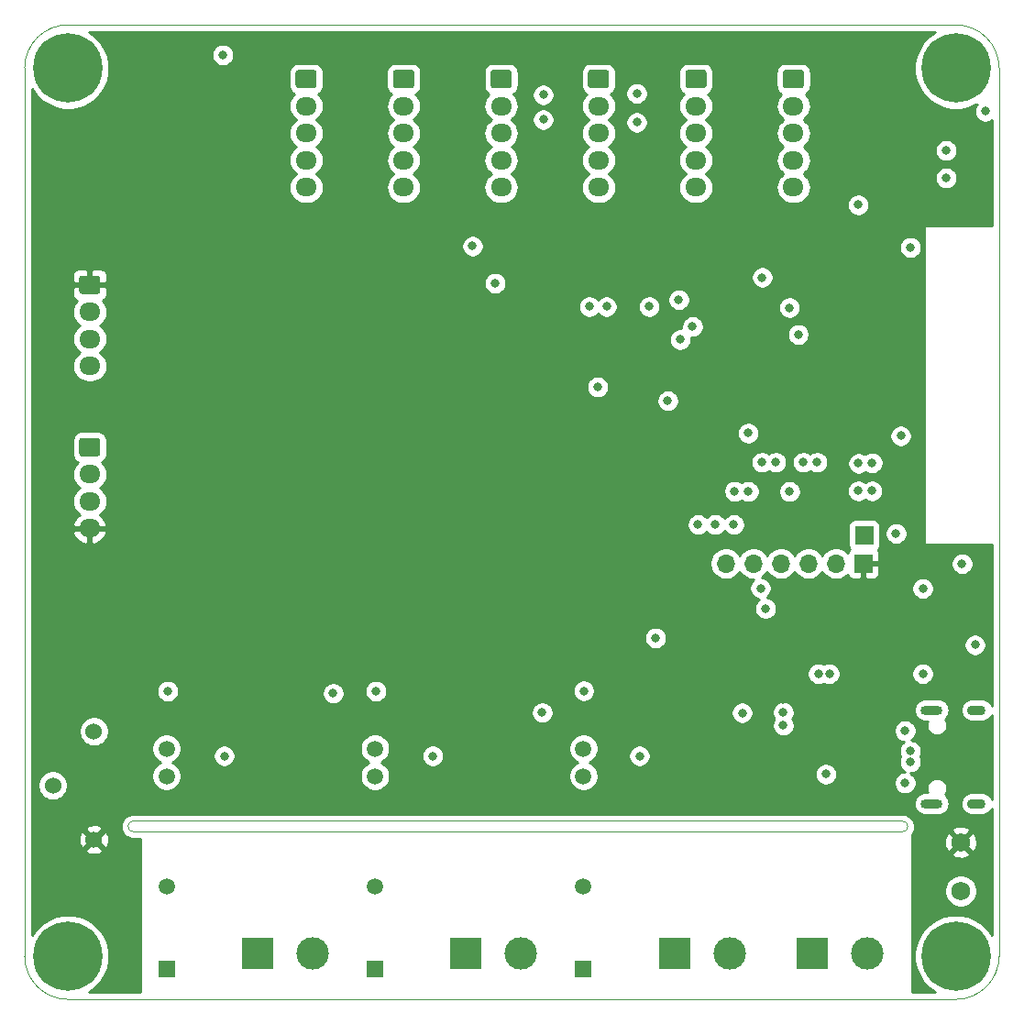
<source format=gbr>
%TF.GenerationSoftware,KiCad,Pcbnew,5.99.0+really5.1.10+dfsg1-1*%
%TF.CreationDate,2022-03-13T14:28:09+01:00*%
%TF.ProjectId,terrarium,74657272-6172-4697-956d-2e6b69636164,rev?*%
%TF.SameCoordinates,Original*%
%TF.FileFunction,Copper,L3,Inr*%
%TF.FilePolarity,Positive*%
%FSLAX46Y46*%
G04 Gerber Fmt 4.6, Leading zero omitted, Abs format (unit mm)*
G04 Created by KiCad (PCBNEW 5.99.0+really5.1.10+dfsg1-1) date 2022-03-13 14:28:09*
%MOMM*%
%LPD*%
G01*
G04 APERTURE LIST*
%TA.AperFunction,Profile*%
%ADD10C,0.050000*%
%TD*%
%TA.AperFunction,ComponentPad*%
%ADD11C,3.000000*%
%TD*%
%TA.AperFunction,ComponentPad*%
%ADD12R,3.000000X3.000000*%
%TD*%
%TA.AperFunction,ComponentPad*%
%ADD13O,1.950000X1.700000*%
%TD*%
%TA.AperFunction,ComponentPad*%
%ADD14R,1.508000X1.508000*%
%TD*%
%TA.AperFunction,ComponentPad*%
%ADD15C,1.508000*%
%TD*%
%TA.AperFunction,ComponentPad*%
%ADD16C,1.750000*%
%TD*%
%TA.AperFunction,ComponentPad*%
%ADD17R,1.700000X1.700000*%
%TD*%
%TA.AperFunction,ComponentPad*%
%ADD18O,1.700000X1.700000*%
%TD*%
%TA.AperFunction,ComponentPad*%
%ADD19O,1.700000X0.900000*%
%TD*%
%TA.AperFunction,ComponentPad*%
%ADD20O,2.000000X0.900000*%
%TD*%
%TA.AperFunction,ComponentPad*%
%ADD21C,1.524000*%
%TD*%
%TA.AperFunction,ComponentPad*%
%ADD22C,6.400000*%
%TD*%
%TA.AperFunction,ComponentPad*%
%ADD23C,0.800000*%
%TD*%
%TA.AperFunction,ViaPad*%
%ADD24C,0.800000*%
%TD*%
%TA.AperFunction,Conductor*%
%ADD25C,0.254000*%
%TD*%
%TA.AperFunction,Conductor*%
%ADD26C,0.100000*%
%TD*%
G04 APERTURE END LIST*
D10*
X51054000Y-97536000D02*
G75*
G02*
X51054000Y-96520000I0J508000D01*
G01*
X122047000Y-96520000D02*
G75*
G02*
X122047000Y-97536000I0J-508000D01*
G01*
X122047000Y-97536000D02*
X51054000Y-97536000D01*
X51054000Y-96520000D02*
X122047000Y-96520000D01*
X45000000Y-113000000D02*
G75*
G02*
X41000000Y-109000000I0J4000000D01*
G01*
X131000000Y-109000000D02*
G75*
G02*
X127000000Y-113000000I-4000000J0D01*
G01*
X127000000Y-23000000D02*
G75*
G02*
X131000000Y-27000000I0J-4000000D01*
G01*
X41000000Y-27000000D02*
G75*
G02*
X45000000Y-23000000I4000000J0D01*
G01*
X127000000Y-23000000D02*
X45000000Y-23000000D01*
X131000000Y-109000000D02*
X131000000Y-27000000D01*
X45000000Y-113000000D02*
X127000000Y-113000000D01*
X41000000Y-27000000D02*
X41000000Y-109000000D01*
D11*
%TO.N,220N*%
%TO.C,S3*%
X67580000Y-108750000D03*
D12*
%TO.N,Net-(K3-Pad1)*%
X62500000Y-108750000D03*
%TD*%
D11*
%TO.N,220N*%
%TO.C,S2*%
X86830000Y-108750000D03*
D12*
%TO.N,Net-(K2-Pad1)*%
X81750000Y-108750000D03*
%TD*%
D13*
%TO.N,G26*%
%TO.C,SENS5*%
X112000000Y-38000000D03*
%TO.N,Net-(Q4-Pad3)*%
X112000000Y-35500000D03*
%TO.N,+5V*%
X112000000Y-33000000D03*
%TO.N,SCL_5*%
X112000000Y-30500000D03*
%TO.N,SDA_5*%
%TA.AperFunction,ComponentPad*%
G36*
G01*
X111275000Y-27150000D02*
X112725000Y-27150000D01*
G75*
G02*
X112975000Y-27400000I0J-250000D01*
G01*
X112975000Y-28600000D01*
G75*
G02*
X112725000Y-28850000I-250000J0D01*
G01*
X111275000Y-28850000D01*
G75*
G02*
X111025000Y-28600000I0J250000D01*
G01*
X111025000Y-27400000D01*
G75*
G02*
X111275000Y-27150000I250000J0D01*
G01*
G37*
%TD.AperFunction*%
%TD*%
%TO.N,G27*%
%TO.C,SENS4*%
X103000000Y-38000000D03*
%TO.N,Net-(Q4-Pad3)*%
X103000000Y-35500000D03*
%TO.N,+5V*%
X103000000Y-33000000D03*
%TO.N,SCL_4*%
X103000000Y-30500000D03*
%TO.N,SDA_4*%
%TA.AperFunction,ComponentPad*%
G36*
G01*
X102275000Y-27150000D02*
X103725000Y-27150000D01*
G75*
G02*
X103975000Y-27400000I0J-250000D01*
G01*
X103975000Y-28600000D01*
G75*
G02*
X103725000Y-28850000I-250000J0D01*
G01*
X102275000Y-28850000D01*
G75*
G02*
X102025000Y-28600000I0J250000D01*
G01*
X102025000Y-27400000D01*
G75*
G02*
X102275000Y-27150000I250000J0D01*
G01*
G37*
%TD.AperFunction*%
%TD*%
%TO.N,G19*%
%TO.C,SENS3*%
X94000000Y-38000000D03*
%TO.N,Net-(Q4-Pad3)*%
X94000000Y-35500000D03*
%TO.N,+5V*%
X94000000Y-33000000D03*
%TO.N,SCL_3*%
X94000000Y-30500000D03*
%TO.N,SDA_3*%
%TA.AperFunction,ComponentPad*%
G36*
G01*
X93275000Y-27150000D02*
X94725000Y-27150000D01*
G75*
G02*
X94975000Y-27400000I0J-250000D01*
G01*
X94975000Y-28600000D01*
G75*
G02*
X94725000Y-28850000I-250000J0D01*
G01*
X93275000Y-28850000D01*
G75*
G02*
X93025000Y-28600000I0J250000D01*
G01*
X93025000Y-27400000D01*
G75*
G02*
X93275000Y-27150000I250000J0D01*
G01*
G37*
%TD.AperFunction*%
%TD*%
%TO.N,G18*%
%TO.C,SENS2*%
X85000000Y-38000000D03*
%TO.N,Net-(Q4-Pad3)*%
X85000000Y-35500000D03*
%TO.N,+5V*%
X85000000Y-33000000D03*
%TO.N,SCL_2*%
X85000000Y-30500000D03*
%TO.N,SDA_2*%
%TA.AperFunction,ComponentPad*%
G36*
G01*
X84275000Y-27150000D02*
X85725000Y-27150000D01*
G75*
G02*
X85975000Y-27400000I0J-250000D01*
G01*
X85975000Y-28600000D01*
G75*
G02*
X85725000Y-28850000I-250000J0D01*
G01*
X84275000Y-28850000D01*
G75*
G02*
X84025000Y-28600000I0J250000D01*
G01*
X84025000Y-27400000D01*
G75*
G02*
X84275000Y-27150000I250000J0D01*
G01*
G37*
%TD.AperFunction*%
%TD*%
%TO.N,G17*%
%TO.C,SENS1*%
X76000000Y-38000000D03*
%TO.N,Net-(Q4-Pad3)*%
X76000000Y-35500000D03*
%TO.N,+5V*%
X76000000Y-33000000D03*
%TO.N,SCL_1*%
X76000000Y-30500000D03*
%TO.N,SDA_1*%
%TA.AperFunction,ComponentPad*%
G36*
G01*
X75275000Y-27150000D02*
X76725000Y-27150000D01*
G75*
G02*
X76975000Y-27400000I0J-250000D01*
G01*
X76975000Y-28600000D01*
G75*
G02*
X76725000Y-28850000I-250000J0D01*
G01*
X75275000Y-28850000D01*
G75*
G02*
X75025000Y-28600000I0J250000D01*
G01*
X75025000Y-27400000D01*
G75*
G02*
X75275000Y-27150000I250000J0D01*
G01*
G37*
%TD.AperFunction*%
%TD*%
%TO.N,G16*%
%TO.C,SENS0*%
X67000000Y-38000000D03*
%TO.N,Net-(Q4-Pad3)*%
X67000000Y-35500000D03*
%TO.N,+5V*%
X67000000Y-33000000D03*
%TO.N,SCL_0*%
X67000000Y-30500000D03*
%TO.N,SDA_0*%
%TA.AperFunction,ComponentPad*%
G36*
G01*
X66275000Y-27150000D02*
X67725000Y-27150000D01*
G75*
G02*
X67975000Y-27400000I0J-250000D01*
G01*
X67975000Y-28600000D01*
G75*
G02*
X67725000Y-28850000I-250000J0D01*
G01*
X66275000Y-28850000D01*
G75*
G02*
X66025000Y-28600000I0J250000D01*
G01*
X66025000Y-27400000D01*
G75*
G02*
X66275000Y-27150000I250000J0D01*
G01*
G37*
%TD.AperFunction*%
%TD*%
%TO.N,GND*%
%TO.C,UART2*%
X47000000Y-69500000D03*
%TO.N,RX*%
X47000000Y-67000000D03*
%TO.N,TX*%
X47000000Y-64500000D03*
%TO.N,+5V*%
%TA.AperFunction,ComponentPad*%
G36*
G01*
X46275000Y-61150000D02*
X47725000Y-61150000D01*
G75*
G02*
X47975000Y-61400000I0J-250000D01*
G01*
X47975000Y-62600000D01*
G75*
G02*
X47725000Y-62850000I-250000J0D01*
G01*
X46275000Y-62850000D01*
G75*
G02*
X46025000Y-62600000I0J250000D01*
G01*
X46025000Y-61400000D01*
G75*
G02*
X46275000Y-61150000I250000J0D01*
G01*
G37*
%TD.AperFunction*%
%TD*%
%TO.N,SCL*%
%TO.C,I2C1*%
X47000000Y-54500000D03*
%TO.N,SDA*%
X47000000Y-52000000D03*
%TO.N,+5V*%
X47000000Y-49500000D03*
%TO.N,GND*%
%TA.AperFunction,ComponentPad*%
G36*
G01*
X46275000Y-46150000D02*
X47725000Y-46150000D01*
G75*
G02*
X47975000Y-46400000I0J-250000D01*
G01*
X47975000Y-47600000D01*
G75*
G02*
X47725000Y-47850000I-250000J0D01*
G01*
X46275000Y-47850000D01*
G75*
G02*
X46025000Y-47600000I0J250000D01*
G01*
X46025000Y-46400000D01*
G75*
G02*
X46275000Y-46150000I250000J0D01*
G01*
G37*
%TD.AperFunction*%
%TD*%
D14*
%TO.N,Net-(K2-Pad1)*%
%TO.C,K2*%
X73350000Y-110160000D03*
D15*
%TO.N,220L*%
X73350000Y-102540000D03*
%TO.N,Net-(C8-Pad1)*%
X73350000Y-92380000D03*
%TO.N,Net-(C8-Pad2)*%
X73350000Y-89840000D03*
%TD*%
D14*
%TO.N,Net-(K3-Pad1)*%
%TO.C,K3*%
X54100000Y-110160000D03*
D15*
%TO.N,220L*%
X54100000Y-102540000D03*
%TO.N,Net-(C9-Pad1)*%
X54100000Y-92380000D03*
%TO.N,Net-(C9-Pad2)*%
X54100000Y-89840000D03*
%TD*%
D16*
%TO.N,GND*%
%TO.C,SW1*%
X127444500Y-98488500D03*
%TO.N,EN*%
X127444500Y-102988500D03*
%TD*%
D17*
%TO.N,+5V*%
%TO.C,PWR1*%
X118529100Y-70142100D03*
%TD*%
D18*
%TO.N,EN*%
%TO.C,UART1*%
X105765600Y-72745600D03*
%TO.N,IO0*%
X108305600Y-72745600D03*
%TO.N,RX*%
X110845600Y-72745600D03*
%TO.N,TX*%
X113385600Y-72745600D03*
%TO.N,+3V3*%
X115925600Y-72745600D03*
D17*
%TO.N,GND*%
X118465600Y-72745600D03*
%TD*%
D11*
%TO.N,220N*%
%TO.C,S0*%
X118830000Y-108750000D03*
D12*
%TO.N,220L*%
X113750000Y-108750000D03*
%TD*%
D11*
%TO.N,220N*%
%TO.C,S1*%
X106080000Y-108750000D03*
D12*
%TO.N,Net-(K1-Pad1)*%
X101000000Y-108750000D03*
%TD*%
D19*
%TO.N,Net-(P1-PadS1)*%
%TO.C,P1*%
X128935200Y-86281800D03*
X128935200Y-94921800D03*
D20*
X124765200Y-86281800D03*
X124765200Y-94921800D03*
%TD*%
D14*
%TO.N,Net-(K1-Pad1)*%
%TO.C,K1*%
X92600000Y-110160000D03*
D15*
%TO.N,220L*%
X92600000Y-102540000D03*
%TO.N,Net-(C7-Pad1)*%
X92600000Y-92380000D03*
%TO.N,Net-(C7-Pad2)*%
X92600000Y-89840000D03*
%TD*%
D21*
%TO.N,N/C*%
%TO.C,BT1*%
X43600000Y-93250000D03*
%TO.N,GND*%
X47400000Y-98250000D03*
%TO.N,Net-(BT1-Pad1)*%
X47400000Y-88250000D03*
%TD*%
D22*
%TO.N,N/C*%
%TO.C,H2*%
X45000000Y-27000000D03*
D23*
X47400000Y-27000000D03*
X46697056Y-28697056D03*
X45000000Y-29400000D03*
X43302944Y-28697056D03*
X42600000Y-27000000D03*
X43302944Y-25302944D03*
X45000000Y-24600000D03*
X46697056Y-25302944D03*
%TD*%
D22*
%TO.N,N/C*%
%TO.C,H1*%
X127000000Y-27000000D03*
D23*
X129400000Y-27000000D03*
X128697056Y-28697056D03*
X127000000Y-29400000D03*
X125302944Y-28697056D03*
X124600000Y-27000000D03*
X125302944Y-25302944D03*
X127000000Y-24600000D03*
X128697056Y-25302944D03*
%TD*%
D22*
%TO.N,N/C*%
%TO.C,H4*%
X127000000Y-109000000D03*
D23*
X129400000Y-109000000D03*
X128697056Y-110697056D03*
X127000000Y-111400000D03*
X125302944Y-110697056D03*
X124600000Y-109000000D03*
X125302944Y-107302944D03*
X127000000Y-106600000D03*
X128697056Y-107302944D03*
%TD*%
D22*
%TO.N,N/C*%
%TO.C,H3*%
X45000000Y-109000000D03*
D23*
X47400000Y-109000000D03*
X46697056Y-110697056D03*
X45000000Y-111400000D03*
X43302944Y-110697056D03*
X42600000Y-109000000D03*
X43302944Y-107302944D03*
X45000000Y-106600000D03*
X46697056Y-107302944D03*
%TD*%
D24*
%TO.N,GND*%
X104495600Y-91313000D03*
X85750400Y-91338400D03*
X66497200Y-91287600D03*
X127571500Y-77343000D03*
X118440200Y-55219600D03*
X104190800Y-50546000D03*
X57975500Y-27749500D03*
X118033800Y-43599100D03*
X122110500Y-49657000D03*
X122237500Y-66738500D03*
X122631200Y-86918800D03*
X122631200Y-94538800D03*
X118110000Y-27686000D03*
X126238000Y-39687500D03*
X112331500Y-93091000D03*
X127685800Y-82905600D03*
X90551000Y-50419000D03*
X85471000Y-44704000D03*
X93535500Y-43243500D03*
X99885500Y-64071500D03*
X90551000Y-64071500D03*
X111061500Y-85280500D03*
X63500000Y-84734400D03*
X82753200Y-84734400D03*
X101752400Y-86410800D03*
%TO.N,SDA*%
X102679500Y-50863500D03*
X101536500Y-52070000D03*
X84455000Y-46863000D03*
X94742000Y-49022000D03*
%TO.N,G19*%
X114180000Y-63398400D03*
%TO.N,G18*%
X112910000Y-63398400D03*
%TO.N,G5*%
X106489500Y-69151500D03*
X111645700Y-66090800D03*
%TO.N,G17*%
X110370000Y-63398400D03*
%TO.N,G16*%
X109100000Y-63398400D03*
%TO.N,G4*%
X107835700Y-66090800D03*
X104775000Y-69151500D03*
%TO.N,TX*%
X119278400Y-63449200D03*
X126111000Y-37147500D03*
X115316000Y-82931000D03*
X119253000Y-66040000D03*
%TO.N,RX*%
X118008400Y-63500000D03*
X126111000Y-34607500D03*
X117983000Y-66040000D03*
X114300000Y-82931000D03*
%TO.N,+3V3*%
X117983000Y-39624000D03*
X123952000Y-82931000D03*
X123952000Y-75057000D03*
X93154500Y-49022000D03*
X122809000Y-43561000D03*
X93914500Y-56449500D03*
%TO.N,+5V*%
X107264200Y-86537800D03*
X88798400Y-86512400D03*
X92633800Y-84505800D03*
X73456800Y-84531200D03*
X54203600Y-84531200D03*
X69494400Y-84734400D03*
X127571500Y-72771000D03*
X128778000Y-80264000D03*
X59309000Y-25781000D03*
X122313700Y-88188800D03*
X122313700Y-93014800D03*
X129730500Y-30988000D03*
X114998500Y-92202000D03*
%TO.N,G23*%
X82359500Y-43434000D03*
X98679000Y-49022000D03*
%TO.N,G27*%
X109118400Y-46329600D03*
%TO.N,G25*%
X112445800Y-51587400D03*
X107823000Y-60706000D03*
X111633000Y-49123600D03*
X103187500Y-69151500D03*
%TO.N,Net-(D4-Pad1)*%
X100393500Y-57721500D03*
X101409500Y-48387000D03*
X99263200Y-79629000D03*
%TO.N,IO0*%
X106565700Y-66065400D03*
X108966000Y-75031600D03*
%TO.N,EN*%
X109423200Y-76898500D03*
X121920000Y-60960000D03*
X121475500Y-69977000D03*
%TO.N,Net-(P1-PadA7)*%
X111061500Y-87693500D03*
X122783600Y-90068400D03*
%TO.N,Net-(P1-PadA6)*%
X111061500Y-86487000D03*
X122783600Y-91084400D03*
%TO.N,SDA_2*%
X88900000Y-31750000D03*
X88900000Y-29464000D03*
%TO.N,SDA_3*%
X97536000Y-29337000D03*
X97536000Y-32004000D03*
%TO.N,Net-(C7-Pad2)*%
X97790000Y-90525600D03*
%TO.N,Net-(C8-Pad2)*%
X78689200Y-90525600D03*
%TO.N,Net-(C9-Pad2)*%
X59436000Y-90525600D03*
%TD*%
D25*
%TO.N,GND*%
X124555330Y-24021161D02*
X124021161Y-24555330D01*
X123601467Y-25183446D01*
X123312377Y-25881372D01*
X123165000Y-26622285D01*
X123165000Y-27377715D01*
X123312377Y-28118628D01*
X123601467Y-28816554D01*
X124021161Y-29444670D01*
X124555330Y-29978839D01*
X125183446Y-30398533D01*
X125881372Y-30687623D01*
X126622285Y-30835000D01*
X127377715Y-30835000D01*
X128118628Y-30687623D01*
X128816554Y-30398533D01*
X128936203Y-30318586D01*
X128926563Y-30328226D01*
X128813295Y-30497744D01*
X128735274Y-30686102D01*
X128695500Y-30886061D01*
X128695500Y-31089939D01*
X128735274Y-31289898D01*
X128813295Y-31478256D01*
X128926563Y-31647774D01*
X129070726Y-31791937D01*
X129240244Y-31905205D01*
X129428602Y-31983226D01*
X129628561Y-32023000D01*
X129832439Y-32023000D01*
X130032398Y-31983226D01*
X130220756Y-31905205D01*
X130340001Y-31825528D01*
X130340001Y-41529000D01*
X124206000Y-41529000D01*
X124181224Y-41531440D01*
X124157399Y-41538667D01*
X124135443Y-41550403D01*
X124116197Y-41566197D01*
X124100403Y-41585443D01*
X124088667Y-41607399D01*
X124081440Y-41631224D01*
X124079000Y-41656000D01*
X124079000Y-70866000D01*
X124081440Y-70890776D01*
X124088667Y-70914601D01*
X124100403Y-70936557D01*
X124116197Y-70955803D01*
X124135443Y-70971597D01*
X124157399Y-70983333D01*
X124181224Y-70990560D01*
X124206000Y-70993000D01*
X130340000Y-70993000D01*
X130340000Y-85859980D01*
X130241709Y-85676090D01*
X130106122Y-85510878D01*
X129940910Y-85375291D01*
X129752420Y-85274541D01*
X129547897Y-85212500D01*
X129388494Y-85196800D01*
X128481906Y-85196800D01*
X128322503Y-85212500D01*
X128117980Y-85274541D01*
X127929490Y-85375291D01*
X127764278Y-85510878D01*
X127628691Y-85676090D01*
X127527941Y-85864580D01*
X127465900Y-86069103D01*
X127444951Y-86281800D01*
X127465900Y-86494497D01*
X127527941Y-86699020D01*
X127628691Y-86887510D01*
X127764278Y-87052722D01*
X127929490Y-87188309D01*
X128117980Y-87289059D01*
X128322503Y-87351100D01*
X128481906Y-87366800D01*
X129388494Y-87366800D01*
X129547897Y-87351100D01*
X129752420Y-87289059D01*
X129940910Y-87188309D01*
X130106122Y-87052722D01*
X130241709Y-86887510D01*
X130340000Y-86703620D01*
X130340000Y-94499980D01*
X130241709Y-94316090D01*
X130106122Y-94150878D01*
X129940910Y-94015291D01*
X129752420Y-93914541D01*
X129547897Y-93852500D01*
X129388494Y-93836800D01*
X128481906Y-93836800D01*
X128322503Y-93852500D01*
X128117980Y-93914541D01*
X127929490Y-94015291D01*
X127764278Y-94150878D01*
X127628691Y-94316090D01*
X127527941Y-94504580D01*
X127465900Y-94709103D01*
X127444951Y-94921800D01*
X127465900Y-95134497D01*
X127527941Y-95339020D01*
X127628691Y-95527510D01*
X127764278Y-95692722D01*
X127929490Y-95828309D01*
X128117980Y-95929059D01*
X128322503Y-95991100D01*
X128481906Y-96006800D01*
X129388494Y-96006800D01*
X129547897Y-95991100D01*
X129752420Y-95929059D01*
X129940910Y-95828309D01*
X130106122Y-95692722D01*
X130241709Y-95527510D01*
X130340000Y-95343620D01*
X130340000Y-107095845D01*
X129978839Y-106555330D01*
X129444670Y-106021161D01*
X128816554Y-105601467D01*
X128118628Y-105312377D01*
X127377715Y-105165000D01*
X126622285Y-105165000D01*
X125881372Y-105312377D01*
X125183446Y-105601467D01*
X124555330Y-106021161D01*
X124021161Y-106555330D01*
X123601467Y-107183446D01*
X123312377Y-107881372D01*
X123165000Y-108622285D01*
X123165000Y-109377715D01*
X123312377Y-110118628D01*
X123601467Y-110816554D01*
X124021161Y-111444670D01*
X124555330Y-111978839D01*
X125095845Y-112340000D01*
X122936000Y-112340000D01*
X122936000Y-102839778D01*
X125934500Y-102839778D01*
X125934500Y-103137222D01*
X125992529Y-103428951D01*
X126106356Y-103703753D01*
X126271607Y-103951069D01*
X126481931Y-104161393D01*
X126729247Y-104326644D01*
X127004049Y-104440471D01*
X127295778Y-104498500D01*
X127593222Y-104498500D01*
X127884951Y-104440471D01*
X128159753Y-104326644D01*
X128407069Y-104161393D01*
X128617393Y-103951069D01*
X128782644Y-103703753D01*
X128896471Y-103428951D01*
X128954500Y-103137222D01*
X128954500Y-102839778D01*
X128896471Y-102548049D01*
X128782644Y-102273247D01*
X128617393Y-102025931D01*
X128407069Y-101815607D01*
X128159753Y-101650356D01*
X127884951Y-101536529D01*
X127593222Y-101478500D01*
X127295778Y-101478500D01*
X127004049Y-101536529D01*
X126729247Y-101650356D01*
X126481931Y-101815607D01*
X126271607Y-102025931D01*
X126106356Y-102273247D01*
X125992529Y-102548049D01*
X125934500Y-102839778D01*
X122936000Y-102839778D01*
X122936000Y-99534740D01*
X126577865Y-99534740D01*
X126658525Y-99786368D01*
X126926829Y-99914767D01*
X127215026Y-99988355D01*
X127512043Y-100004304D01*
X127806463Y-99962001D01*
X128086974Y-99863072D01*
X128230475Y-99786368D01*
X128311135Y-99534740D01*
X127444500Y-98668105D01*
X126577865Y-99534740D01*
X122936000Y-99534740D01*
X122936000Y-98556043D01*
X125928696Y-98556043D01*
X125970999Y-98850463D01*
X126069928Y-99130974D01*
X126146632Y-99274475D01*
X126398260Y-99355135D01*
X127264895Y-98488500D01*
X127624105Y-98488500D01*
X128490740Y-99355135D01*
X128742368Y-99274475D01*
X128870767Y-99006171D01*
X128944355Y-98717974D01*
X128960304Y-98420957D01*
X128918001Y-98126537D01*
X128819072Y-97846026D01*
X128742368Y-97702525D01*
X128490740Y-97621865D01*
X127624105Y-98488500D01*
X127264895Y-98488500D01*
X126398260Y-97621865D01*
X126146632Y-97702525D01*
X126018233Y-97970829D01*
X125944645Y-98259026D01*
X125928696Y-98556043D01*
X122936000Y-98556043D01*
X122936000Y-97782454D01*
X122986440Y-97719720D01*
X123019200Y-97669657D01*
X123052645Y-97620073D01*
X123056971Y-97611937D01*
X123102904Y-97524075D01*
X123125303Y-97468635D01*
X123136390Y-97442260D01*
X126577865Y-97442260D01*
X127444500Y-98308895D01*
X128311135Y-97442260D01*
X128230475Y-97190632D01*
X127962171Y-97062233D01*
X127673974Y-96988645D01*
X127376957Y-96972696D01*
X127082537Y-97014999D01*
X126802026Y-97113928D01*
X126658525Y-97190632D01*
X126577865Y-97442260D01*
X123136390Y-97442260D01*
X123148492Y-97413471D01*
X123151155Y-97404649D01*
X123179148Y-97309539D01*
X123190348Y-97250828D01*
X123202387Y-97192181D01*
X123203286Y-97183010D01*
X123212272Y-97084274D01*
X123211854Y-97024453D01*
X123212272Y-96964633D01*
X123211372Y-96955462D01*
X123201008Y-96856860D01*
X123188984Y-96798286D01*
X123177771Y-96739504D01*
X123175107Y-96730683D01*
X123145789Y-96635973D01*
X123122636Y-96580895D01*
X123100202Y-96525368D01*
X123095875Y-96517232D01*
X123048720Y-96430020D01*
X123015270Y-96380429D01*
X122982514Y-96330371D01*
X122976689Y-96323230D01*
X122913493Y-96246838D01*
X122871058Y-96204699D01*
X122829195Y-96161949D01*
X122822094Y-96156075D01*
X122745263Y-96093413D01*
X122695467Y-96060329D01*
X122646079Y-96026512D01*
X122637973Y-96022130D01*
X122550434Y-95975585D01*
X122495159Y-95952803D01*
X122440149Y-95929225D01*
X122431346Y-95926500D01*
X122336432Y-95897844D01*
X122277752Y-95886225D01*
X122219242Y-95873788D01*
X122210077Y-95872825D01*
X122111406Y-95863150D01*
X122111402Y-95863150D01*
X122079419Y-95860000D01*
X51021581Y-95860000D01*
X50989100Y-95863199D01*
X50982505Y-95863199D01*
X50973341Y-95864163D01*
X50930325Y-95868988D01*
X50924617Y-95869550D01*
X50924209Y-95869674D01*
X50874815Y-95875214D01*
X50816321Y-95887647D01*
X50757621Y-95899270D01*
X50748818Y-95901995D01*
X50654315Y-95931973D01*
X50599368Y-95955524D01*
X50544027Y-95978333D01*
X50535921Y-95982716D01*
X50449041Y-96030479D01*
X50399679Y-96064278D01*
X50349857Y-96097379D01*
X50342757Y-96103253D01*
X50266807Y-96166982D01*
X50224944Y-96209732D01*
X50182508Y-96251872D01*
X50176684Y-96259014D01*
X50114560Y-96336281D01*
X50081812Y-96386326D01*
X50048355Y-96435927D01*
X50044029Y-96444064D01*
X49998096Y-96531925D01*
X49975697Y-96587365D01*
X49952508Y-96642529D01*
X49949845Y-96651351D01*
X49921852Y-96746461D01*
X49910652Y-96805172D01*
X49898613Y-96863819D01*
X49897714Y-96872990D01*
X49888728Y-96971726D01*
X49889146Y-97031547D01*
X49888728Y-97091367D01*
X49889628Y-97100538D01*
X49899992Y-97199140D01*
X49912016Y-97257714D01*
X49923229Y-97316496D01*
X49925893Y-97325317D01*
X49955211Y-97420028D01*
X49978370Y-97475119D01*
X50000798Y-97530632D01*
X50005125Y-97538768D01*
X50052280Y-97625980D01*
X50085730Y-97675571D01*
X50118486Y-97725629D01*
X50124310Y-97732770D01*
X50187507Y-97809162D01*
X50229942Y-97851301D01*
X50271805Y-97894051D01*
X50278906Y-97899925D01*
X50355737Y-97962587D01*
X50405548Y-97995681D01*
X50454921Y-98029488D01*
X50463027Y-98033870D01*
X50550566Y-98080415D01*
X50605841Y-98103197D01*
X50660851Y-98126775D01*
X50669655Y-98129500D01*
X50764568Y-98158156D01*
X50823241Y-98169773D01*
X50881758Y-98182212D01*
X50890923Y-98183175D01*
X50989594Y-98192850D01*
X50989598Y-98192850D01*
X51021581Y-98196000D01*
X51689000Y-98196000D01*
X51689000Y-112340000D01*
X46904155Y-112340000D01*
X47444670Y-111978839D01*
X47978839Y-111444670D01*
X48398533Y-110816554D01*
X48687623Y-110118628D01*
X48835000Y-109377715D01*
X48835000Y-108622285D01*
X48687623Y-107881372D01*
X48398533Y-107183446D01*
X47978839Y-106555330D01*
X47444670Y-106021161D01*
X46816554Y-105601467D01*
X46118628Y-105312377D01*
X45377715Y-105165000D01*
X44622285Y-105165000D01*
X43881372Y-105312377D01*
X43183446Y-105601467D01*
X42555330Y-106021161D01*
X42021161Y-106555330D01*
X41660000Y-107095845D01*
X41660000Y-99215565D01*
X46614040Y-99215565D01*
X46681020Y-99455656D01*
X46930048Y-99572756D01*
X47197135Y-99639023D01*
X47472017Y-99651910D01*
X47744133Y-99610922D01*
X48003023Y-99517636D01*
X48118980Y-99455656D01*
X48185960Y-99215565D01*
X47400000Y-98429605D01*
X46614040Y-99215565D01*
X41660000Y-99215565D01*
X41660000Y-98322017D01*
X45998090Y-98322017D01*
X46039078Y-98594133D01*
X46132364Y-98853023D01*
X46194344Y-98968980D01*
X46434435Y-99035960D01*
X47220395Y-98250000D01*
X47579605Y-98250000D01*
X48365565Y-99035960D01*
X48605656Y-98968980D01*
X48722756Y-98719952D01*
X48789023Y-98452865D01*
X48801910Y-98177983D01*
X48760922Y-97905867D01*
X48667636Y-97646977D01*
X48605656Y-97531020D01*
X48365565Y-97464040D01*
X47579605Y-98250000D01*
X47220395Y-98250000D01*
X46434435Y-97464040D01*
X46194344Y-97531020D01*
X46077244Y-97780048D01*
X46010977Y-98047135D01*
X45998090Y-98322017D01*
X41660000Y-98322017D01*
X41660000Y-97284435D01*
X46614040Y-97284435D01*
X47400000Y-98070395D01*
X48185960Y-97284435D01*
X48118980Y-97044344D01*
X47869952Y-96927244D01*
X47602865Y-96860977D01*
X47327983Y-96848090D01*
X47055867Y-96889078D01*
X46796977Y-96982364D01*
X46681020Y-97044344D01*
X46614040Y-97284435D01*
X41660000Y-97284435D01*
X41660000Y-94921800D01*
X123124951Y-94921800D01*
X123145900Y-95134497D01*
X123207941Y-95339020D01*
X123308691Y-95527510D01*
X123444278Y-95692722D01*
X123609490Y-95828309D01*
X123797980Y-95929059D01*
X124002503Y-95991100D01*
X124161906Y-96006800D01*
X125368494Y-96006800D01*
X125527897Y-95991100D01*
X125732420Y-95929059D01*
X125920910Y-95828309D01*
X126086122Y-95692722D01*
X126221709Y-95527510D01*
X126322459Y-95339020D01*
X126384500Y-95134497D01*
X126405449Y-94921800D01*
X126384500Y-94709103D01*
X126322459Y-94504580D01*
X126221709Y-94316090D01*
X126086122Y-94150878D01*
X125984861Y-94067775D01*
X126073786Y-93934689D01*
X126144268Y-93764529D01*
X126180200Y-93583889D01*
X126180200Y-93399711D01*
X126144268Y-93219071D01*
X126073786Y-93048911D01*
X125971462Y-92895772D01*
X125841228Y-92765538D01*
X125688089Y-92663214D01*
X125517929Y-92592732D01*
X125337289Y-92556800D01*
X125153111Y-92556800D01*
X124972471Y-92592732D01*
X124802311Y-92663214D01*
X124649172Y-92765538D01*
X124518938Y-92895772D01*
X124416614Y-93048911D01*
X124346132Y-93219071D01*
X124310200Y-93399711D01*
X124310200Y-93583889D01*
X124346132Y-93764529D01*
X124376067Y-93836800D01*
X124161906Y-93836800D01*
X124002503Y-93852500D01*
X123797980Y-93914541D01*
X123609490Y-94015291D01*
X123444278Y-94150878D01*
X123308691Y-94316090D01*
X123207941Y-94504580D01*
X123145900Y-94709103D01*
X123124951Y-94921800D01*
X41660000Y-94921800D01*
X41660000Y-93112408D01*
X42203000Y-93112408D01*
X42203000Y-93387592D01*
X42256686Y-93657490D01*
X42361995Y-93911727D01*
X42514880Y-94140535D01*
X42709465Y-94335120D01*
X42938273Y-94488005D01*
X43192510Y-94593314D01*
X43462408Y-94647000D01*
X43737592Y-94647000D01*
X44007490Y-94593314D01*
X44261727Y-94488005D01*
X44490535Y-94335120D01*
X44685120Y-94140535D01*
X44838005Y-93911727D01*
X44943314Y-93657490D01*
X44997000Y-93387592D01*
X44997000Y-93112408D01*
X44943314Y-92842510D01*
X44838005Y-92588273D01*
X44685120Y-92359465D01*
X44490535Y-92164880D01*
X44261727Y-92011995D01*
X44007490Y-91906686D01*
X43737592Y-91853000D01*
X43462408Y-91853000D01*
X43192510Y-91906686D01*
X42938273Y-92011995D01*
X42709465Y-92164880D01*
X42514880Y-92359465D01*
X42361995Y-92588273D01*
X42256686Y-92842510D01*
X42203000Y-93112408D01*
X41660000Y-93112408D01*
X41660000Y-89703195D01*
X52711000Y-89703195D01*
X52711000Y-89976805D01*
X52764378Y-90245156D01*
X52869084Y-90497938D01*
X53021093Y-90725436D01*
X53214564Y-90918907D01*
X53442062Y-91070916D01*
X53536419Y-91110000D01*
X53442062Y-91149084D01*
X53214564Y-91301093D01*
X53021093Y-91494564D01*
X52869084Y-91722062D01*
X52764378Y-91974844D01*
X52711000Y-92243195D01*
X52711000Y-92516805D01*
X52764378Y-92785156D01*
X52869084Y-93037938D01*
X53021093Y-93265436D01*
X53214564Y-93458907D01*
X53442062Y-93610916D01*
X53694844Y-93715622D01*
X53963195Y-93769000D01*
X54236805Y-93769000D01*
X54505156Y-93715622D01*
X54757938Y-93610916D01*
X54985436Y-93458907D01*
X55178907Y-93265436D01*
X55330916Y-93037938D01*
X55435622Y-92785156D01*
X55489000Y-92516805D01*
X55489000Y-92243195D01*
X55435622Y-91974844D01*
X55330916Y-91722062D01*
X55178907Y-91494564D01*
X54985436Y-91301093D01*
X54757938Y-91149084D01*
X54663581Y-91110000D01*
X54757938Y-91070916D01*
X54985436Y-90918907D01*
X55178907Y-90725436D01*
X55330916Y-90497938D01*
X55361682Y-90423661D01*
X58401000Y-90423661D01*
X58401000Y-90627539D01*
X58440774Y-90827498D01*
X58518795Y-91015856D01*
X58632063Y-91185374D01*
X58776226Y-91329537D01*
X58945744Y-91442805D01*
X59134102Y-91520826D01*
X59334061Y-91560600D01*
X59537939Y-91560600D01*
X59737898Y-91520826D01*
X59926256Y-91442805D01*
X60095774Y-91329537D01*
X60239937Y-91185374D01*
X60353205Y-91015856D01*
X60431226Y-90827498D01*
X60471000Y-90627539D01*
X60471000Y-90423661D01*
X60431226Y-90223702D01*
X60353205Y-90035344D01*
X60239937Y-89865826D01*
X60095774Y-89721663D01*
X60068135Y-89703195D01*
X71961000Y-89703195D01*
X71961000Y-89976805D01*
X72014378Y-90245156D01*
X72119084Y-90497938D01*
X72271093Y-90725436D01*
X72464564Y-90918907D01*
X72692062Y-91070916D01*
X72786419Y-91110000D01*
X72692062Y-91149084D01*
X72464564Y-91301093D01*
X72271093Y-91494564D01*
X72119084Y-91722062D01*
X72014378Y-91974844D01*
X71961000Y-92243195D01*
X71961000Y-92516805D01*
X72014378Y-92785156D01*
X72119084Y-93037938D01*
X72271093Y-93265436D01*
X72464564Y-93458907D01*
X72692062Y-93610916D01*
X72944844Y-93715622D01*
X73213195Y-93769000D01*
X73486805Y-93769000D01*
X73755156Y-93715622D01*
X74007938Y-93610916D01*
X74235436Y-93458907D01*
X74428907Y-93265436D01*
X74580916Y-93037938D01*
X74685622Y-92785156D01*
X74739000Y-92516805D01*
X74739000Y-92243195D01*
X74685622Y-91974844D01*
X74580916Y-91722062D01*
X74428907Y-91494564D01*
X74235436Y-91301093D01*
X74007938Y-91149084D01*
X73913581Y-91110000D01*
X74007938Y-91070916D01*
X74235436Y-90918907D01*
X74428907Y-90725436D01*
X74580916Y-90497938D01*
X74611682Y-90423661D01*
X77654200Y-90423661D01*
X77654200Y-90627539D01*
X77693974Y-90827498D01*
X77771995Y-91015856D01*
X77885263Y-91185374D01*
X78029426Y-91329537D01*
X78198944Y-91442805D01*
X78387302Y-91520826D01*
X78587261Y-91560600D01*
X78791139Y-91560600D01*
X78991098Y-91520826D01*
X79179456Y-91442805D01*
X79348974Y-91329537D01*
X79493137Y-91185374D01*
X79606405Y-91015856D01*
X79684426Y-90827498D01*
X79724200Y-90627539D01*
X79724200Y-90423661D01*
X79684426Y-90223702D01*
X79606405Y-90035344D01*
X79493137Y-89865826D01*
X79348974Y-89721663D01*
X79321335Y-89703195D01*
X91211000Y-89703195D01*
X91211000Y-89976805D01*
X91264378Y-90245156D01*
X91369084Y-90497938D01*
X91521093Y-90725436D01*
X91714564Y-90918907D01*
X91942062Y-91070916D01*
X92036419Y-91110000D01*
X91942062Y-91149084D01*
X91714564Y-91301093D01*
X91521093Y-91494564D01*
X91369084Y-91722062D01*
X91264378Y-91974844D01*
X91211000Y-92243195D01*
X91211000Y-92516805D01*
X91264378Y-92785156D01*
X91369084Y-93037938D01*
X91521093Y-93265436D01*
X91714564Y-93458907D01*
X91942062Y-93610916D01*
X92194844Y-93715622D01*
X92463195Y-93769000D01*
X92736805Y-93769000D01*
X93005156Y-93715622D01*
X93257938Y-93610916D01*
X93485436Y-93458907D01*
X93678907Y-93265436D01*
X93830916Y-93037938D01*
X93935622Y-92785156D01*
X93989000Y-92516805D01*
X93989000Y-92243195D01*
X93960530Y-92100061D01*
X113963500Y-92100061D01*
X113963500Y-92303939D01*
X114003274Y-92503898D01*
X114081295Y-92692256D01*
X114194563Y-92861774D01*
X114338726Y-93005937D01*
X114508244Y-93119205D01*
X114696602Y-93197226D01*
X114896561Y-93237000D01*
X115100439Y-93237000D01*
X115300398Y-93197226D01*
X115488756Y-93119205D01*
X115658274Y-93005937D01*
X115802437Y-92861774D01*
X115915705Y-92692256D01*
X115993726Y-92503898D01*
X116033500Y-92303939D01*
X116033500Y-92100061D01*
X115993726Y-91900102D01*
X115915705Y-91711744D01*
X115802437Y-91542226D01*
X115658274Y-91398063D01*
X115488756Y-91284795D01*
X115300398Y-91206774D01*
X115100439Y-91167000D01*
X114896561Y-91167000D01*
X114696602Y-91206774D01*
X114508244Y-91284795D01*
X114338726Y-91398063D01*
X114194563Y-91542226D01*
X114081295Y-91711744D01*
X114003274Y-91900102D01*
X113963500Y-92100061D01*
X93960530Y-92100061D01*
X93935622Y-91974844D01*
X93830916Y-91722062D01*
X93678907Y-91494564D01*
X93485436Y-91301093D01*
X93257938Y-91149084D01*
X93163581Y-91110000D01*
X93257938Y-91070916D01*
X93485436Y-90918907D01*
X93678907Y-90725436D01*
X93830916Y-90497938D01*
X93861682Y-90423661D01*
X96755000Y-90423661D01*
X96755000Y-90627539D01*
X96794774Y-90827498D01*
X96872795Y-91015856D01*
X96986063Y-91185374D01*
X97130226Y-91329537D01*
X97299744Y-91442805D01*
X97488102Y-91520826D01*
X97688061Y-91560600D01*
X97891939Y-91560600D01*
X98091898Y-91520826D01*
X98280256Y-91442805D01*
X98449774Y-91329537D01*
X98593937Y-91185374D01*
X98707205Y-91015856D01*
X98785226Y-90827498D01*
X98825000Y-90627539D01*
X98825000Y-90423661D01*
X98785226Y-90223702D01*
X98707205Y-90035344D01*
X98593937Y-89865826D01*
X98449774Y-89721663D01*
X98280256Y-89608395D01*
X98091898Y-89530374D01*
X97891939Y-89490600D01*
X97688061Y-89490600D01*
X97488102Y-89530374D01*
X97299744Y-89608395D01*
X97130226Y-89721663D01*
X96986063Y-89865826D01*
X96872795Y-90035344D01*
X96794774Y-90223702D01*
X96755000Y-90423661D01*
X93861682Y-90423661D01*
X93935622Y-90245156D01*
X93989000Y-89976805D01*
X93989000Y-89703195D01*
X93935622Y-89434844D01*
X93830916Y-89182062D01*
X93678907Y-88954564D01*
X93485436Y-88761093D01*
X93257938Y-88609084D01*
X93005156Y-88504378D01*
X92736805Y-88451000D01*
X92463195Y-88451000D01*
X92194844Y-88504378D01*
X91942062Y-88609084D01*
X91714564Y-88761093D01*
X91521093Y-88954564D01*
X91369084Y-89182062D01*
X91264378Y-89434844D01*
X91211000Y-89703195D01*
X79321335Y-89703195D01*
X79179456Y-89608395D01*
X78991098Y-89530374D01*
X78791139Y-89490600D01*
X78587261Y-89490600D01*
X78387302Y-89530374D01*
X78198944Y-89608395D01*
X78029426Y-89721663D01*
X77885263Y-89865826D01*
X77771995Y-90035344D01*
X77693974Y-90223702D01*
X77654200Y-90423661D01*
X74611682Y-90423661D01*
X74685622Y-90245156D01*
X74739000Y-89976805D01*
X74739000Y-89703195D01*
X74685622Y-89434844D01*
X74580916Y-89182062D01*
X74428907Y-88954564D01*
X74235436Y-88761093D01*
X74007938Y-88609084D01*
X73755156Y-88504378D01*
X73486805Y-88451000D01*
X73213195Y-88451000D01*
X72944844Y-88504378D01*
X72692062Y-88609084D01*
X72464564Y-88761093D01*
X72271093Y-88954564D01*
X72119084Y-89182062D01*
X72014378Y-89434844D01*
X71961000Y-89703195D01*
X60068135Y-89703195D01*
X59926256Y-89608395D01*
X59737898Y-89530374D01*
X59537939Y-89490600D01*
X59334061Y-89490600D01*
X59134102Y-89530374D01*
X58945744Y-89608395D01*
X58776226Y-89721663D01*
X58632063Y-89865826D01*
X58518795Y-90035344D01*
X58440774Y-90223702D01*
X58401000Y-90423661D01*
X55361682Y-90423661D01*
X55435622Y-90245156D01*
X55489000Y-89976805D01*
X55489000Y-89703195D01*
X55435622Y-89434844D01*
X55330916Y-89182062D01*
X55178907Y-88954564D01*
X54985436Y-88761093D01*
X54757938Y-88609084D01*
X54505156Y-88504378D01*
X54236805Y-88451000D01*
X53963195Y-88451000D01*
X53694844Y-88504378D01*
X53442062Y-88609084D01*
X53214564Y-88761093D01*
X53021093Y-88954564D01*
X52869084Y-89182062D01*
X52764378Y-89434844D01*
X52711000Y-89703195D01*
X41660000Y-89703195D01*
X41660000Y-88112408D01*
X46003000Y-88112408D01*
X46003000Y-88387592D01*
X46056686Y-88657490D01*
X46161995Y-88911727D01*
X46314880Y-89140535D01*
X46509465Y-89335120D01*
X46738273Y-89488005D01*
X46992510Y-89593314D01*
X47262408Y-89647000D01*
X47537592Y-89647000D01*
X47807490Y-89593314D01*
X48061727Y-89488005D01*
X48290535Y-89335120D01*
X48485120Y-89140535D01*
X48638005Y-88911727D01*
X48743314Y-88657490D01*
X48797000Y-88387592D01*
X48797000Y-88112408D01*
X48743314Y-87842510D01*
X48638005Y-87588273D01*
X48485120Y-87359465D01*
X48290535Y-87164880D01*
X48061727Y-87011995D01*
X47807490Y-86906686D01*
X47537592Y-86853000D01*
X47262408Y-86853000D01*
X46992510Y-86906686D01*
X46738273Y-87011995D01*
X46509465Y-87164880D01*
X46314880Y-87359465D01*
X46161995Y-87588273D01*
X46056686Y-87842510D01*
X46003000Y-88112408D01*
X41660000Y-88112408D01*
X41660000Y-86410461D01*
X87763400Y-86410461D01*
X87763400Y-86614339D01*
X87803174Y-86814298D01*
X87881195Y-87002656D01*
X87994463Y-87172174D01*
X88138626Y-87316337D01*
X88308144Y-87429605D01*
X88496502Y-87507626D01*
X88696461Y-87547400D01*
X88900339Y-87547400D01*
X89100298Y-87507626D01*
X89288656Y-87429605D01*
X89458174Y-87316337D01*
X89602337Y-87172174D01*
X89715605Y-87002656D01*
X89793626Y-86814298D01*
X89833400Y-86614339D01*
X89833400Y-86435861D01*
X106229200Y-86435861D01*
X106229200Y-86639739D01*
X106268974Y-86839698D01*
X106346995Y-87028056D01*
X106460263Y-87197574D01*
X106604426Y-87341737D01*
X106773944Y-87455005D01*
X106962302Y-87533026D01*
X107162261Y-87572800D01*
X107366139Y-87572800D01*
X107566098Y-87533026D01*
X107754456Y-87455005D01*
X107923974Y-87341737D01*
X108068137Y-87197574D01*
X108181405Y-87028056D01*
X108259426Y-86839698D01*
X108299200Y-86639739D01*
X108299200Y-86435861D01*
X108289096Y-86385061D01*
X110026500Y-86385061D01*
X110026500Y-86588939D01*
X110066274Y-86788898D01*
X110144295Y-86977256D01*
X110219795Y-87090250D01*
X110144295Y-87203244D01*
X110066274Y-87391602D01*
X110026500Y-87591561D01*
X110026500Y-87795439D01*
X110066274Y-87995398D01*
X110144295Y-88183756D01*
X110257563Y-88353274D01*
X110401726Y-88497437D01*
X110571244Y-88610705D01*
X110759602Y-88688726D01*
X110959561Y-88728500D01*
X111163439Y-88728500D01*
X111363398Y-88688726D01*
X111551756Y-88610705D01*
X111721274Y-88497437D01*
X111865437Y-88353274D01*
X111978705Y-88183756D01*
X112018840Y-88086861D01*
X121278700Y-88086861D01*
X121278700Y-88290739D01*
X121318474Y-88490698D01*
X121396495Y-88679056D01*
X121509763Y-88848574D01*
X121653926Y-88992737D01*
X121823444Y-89106005D01*
X122011802Y-89184026D01*
X122190894Y-89219649D01*
X122123826Y-89264463D01*
X121979663Y-89408626D01*
X121866395Y-89578144D01*
X121788374Y-89766502D01*
X121748600Y-89966461D01*
X121748600Y-90170339D01*
X121788374Y-90370298D01*
X121866395Y-90558656D01*
X121878251Y-90576400D01*
X121866395Y-90594144D01*
X121788374Y-90782502D01*
X121748600Y-90982461D01*
X121748600Y-91186339D01*
X121788374Y-91386298D01*
X121866395Y-91574656D01*
X121979663Y-91744174D01*
X122123826Y-91888337D01*
X122260710Y-91979800D01*
X122211761Y-91979800D01*
X122011802Y-92019574D01*
X121823444Y-92097595D01*
X121653926Y-92210863D01*
X121509763Y-92355026D01*
X121396495Y-92524544D01*
X121318474Y-92712902D01*
X121278700Y-92912861D01*
X121278700Y-93116739D01*
X121318474Y-93316698D01*
X121396495Y-93505056D01*
X121509763Y-93674574D01*
X121653926Y-93818737D01*
X121823444Y-93932005D01*
X122011802Y-94010026D01*
X122211761Y-94049800D01*
X122415639Y-94049800D01*
X122615598Y-94010026D01*
X122803956Y-93932005D01*
X122973474Y-93818737D01*
X123117637Y-93674574D01*
X123230905Y-93505056D01*
X123308926Y-93316698D01*
X123348700Y-93116739D01*
X123348700Y-92912861D01*
X123308926Y-92712902D01*
X123230905Y-92524544D01*
X123117637Y-92355026D01*
X122973474Y-92210863D01*
X122836590Y-92119400D01*
X122885539Y-92119400D01*
X123085498Y-92079626D01*
X123273856Y-92001605D01*
X123443374Y-91888337D01*
X123587537Y-91744174D01*
X123700805Y-91574656D01*
X123778826Y-91386298D01*
X123818600Y-91186339D01*
X123818600Y-90982461D01*
X123778826Y-90782502D01*
X123700805Y-90594144D01*
X123688949Y-90576400D01*
X123700805Y-90558656D01*
X123778826Y-90370298D01*
X123818600Y-90170339D01*
X123818600Y-89966461D01*
X123778826Y-89766502D01*
X123700805Y-89578144D01*
X123587537Y-89408626D01*
X123443374Y-89264463D01*
X123273856Y-89151195D01*
X123085498Y-89073174D01*
X122906406Y-89037551D01*
X122973474Y-88992737D01*
X123117637Y-88848574D01*
X123230905Y-88679056D01*
X123308926Y-88490698D01*
X123348700Y-88290739D01*
X123348700Y-88086861D01*
X123308926Y-87886902D01*
X123230905Y-87698544D01*
X123117637Y-87529026D01*
X122973474Y-87384863D01*
X122803956Y-87271595D01*
X122615598Y-87193574D01*
X122415639Y-87153800D01*
X122211761Y-87153800D01*
X122011802Y-87193574D01*
X121823444Y-87271595D01*
X121653926Y-87384863D01*
X121509763Y-87529026D01*
X121396495Y-87698544D01*
X121318474Y-87886902D01*
X121278700Y-88086861D01*
X112018840Y-88086861D01*
X112056726Y-87995398D01*
X112096500Y-87795439D01*
X112096500Y-87591561D01*
X112056726Y-87391602D01*
X111978705Y-87203244D01*
X111903205Y-87090250D01*
X111978705Y-86977256D01*
X112056726Y-86788898D01*
X112096500Y-86588939D01*
X112096500Y-86385061D01*
X112075961Y-86281800D01*
X123124951Y-86281800D01*
X123145900Y-86494497D01*
X123207941Y-86699020D01*
X123308691Y-86887510D01*
X123444278Y-87052722D01*
X123609490Y-87188309D01*
X123797980Y-87289059D01*
X124002503Y-87351100D01*
X124161906Y-87366800D01*
X124376067Y-87366800D01*
X124346132Y-87439071D01*
X124310200Y-87619711D01*
X124310200Y-87803889D01*
X124346132Y-87984529D01*
X124416614Y-88154689D01*
X124518938Y-88307828D01*
X124649172Y-88438062D01*
X124802311Y-88540386D01*
X124972471Y-88610868D01*
X125153111Y-88646800D01*
X125337289Y-88646800D01*
X125517929Y-88610868D01*
X125688089Y-88540386D01*
X125841228Y-88438062D01*
X125971462Y-88307828D01*
X126073786Y-88154689D01*
X126144268Y-87984529D01*
X126180200Y-87803889D01*
X126180200Y-87619711D01*
X126144268Y-87439071D01*
X126073786Y-87268911D01*
X125984861Y-87135825D01*
X126086122Y-87052722D01*
X126221709Y-86887510D01*
X126322459Y-86699020D01*
X126384500Y-86494497D01*
X126405449Y-86281800D01*
X126384500Y-86069103D01*
X126322459Y-85864580D01*
X126221709Y-85676090D01*
X126086122Y-85510878D01*
X125920910Y-85375291D01*
X125732420Y-85274541D01*
X125527897Y-85212500D01*
X125368494Y-85196800D01*
X124161906Y-85196800D01*
X124002503Y-85212500D01*
X123797980Y-85274541D01*
X123609490Y-85375291D01*
X123444278Y-85510878D01*
X123308691Y-85676090D01*
X123207941Y-85864580D01*
X123145900Y-86069103D01*
X123124951Y-86281800D01*
X112075961Y-86281800D01*
X112056726Y-86185102D01*
X111978705Y-85996744D01*
X111865437Y-85827226D01*
X111721274Y-85683063D01*
X111551756Y-85569795D01*
X111363398Y-85491774D01*
X111163439Y-85452000D01*
X110959561Y-85452000D01*
X110759602Y-85491774D01*
X110571244Y-85569795D01*
X110401726Y-85683063D01*
X110257563Y-85827226D01*
X110144295Y-85996744D01*
X110066274Y-86185102D01*
X110026500Y-86385061D01*
X108289096Y-86385061D01*
X108259426Y-86235902D01*
X108181405Y-86047544D01*
X108068137Y-85878026D01*
X107923974Y-85733863D01*
X107754456Y-85620595D01*
X107566098Y-85542574D01*
X107366139Y-85502800D01*
X107162261Y-85502800D01*
X106962302Y-85542574D01*
X106773944Y-85620595D01*
X106604426Y-85733863D01*
X106460263Y-85878026D01*
X106346995Y-86047544D01*
X106268974Y-86235902D01*
X106229200Y-86435861D01*
X89833400Y-86435861D01*
X89833400Y-86410461D01*
X89793626Y-86210502D01*
X89715605Y-86022144D01*
X89602337Y-85852626D01*
X89458174Y-85708463D01*
X89288656Y-85595195D01*
X89100298Y-85517174D01*
X88900339Y-85477400D01*
X88696461Y-85477400D01*
X88496502Y-85517174D01*
X88308144Y-85595195D01*
X88138626Y-85708463D01*
X87994463Y-85852626D01*
X87881195Y-86022144D01*
X87803174Y-86210502D01*
X87763400Y-86410461D01*
X41660000Y-86410461D01*
X41660000Y-84429261D01*
X53168600Y-84429261D01*
X53168600Y-84633139D01*
X53208374Y-84833098D01*
X53286395Y-85021456D01*
X53399663Y-85190974D01*
X53543826Y-85335137D01*
X53713344Y-85448405D01*
X53901702Y-85526426D01*
X54101661Y-85566200D01*
X54305539Y-85566200D01*
X54505498Y-85526426D01*
X54693856Y-85448405D01*
X54863374Y-85335137D01*
X55007537Y-85190974D01*
X55120805Y-85021456D01*
X55198826Y-84833098D01*
X55238600Y-84633139D01*
X55238600Y-84632461D01*
X68459400Y-84632461D01*
X68459400Y-84836339D01*
X68499174Y-85036298D01*
X68577195Y-85224656D01*
X68690463Y-85394174D01*
X68834626Y-85538337D01*
X69004144Y-85651605D01*
X69192502Y-85729626D01*
X69392461Y-85769400D01*
X69596339Y-85769400D01*
X69796298Y-85729626D01*
X69984656Y-85651605D01*
X70154174Y-85538337D01*
X70298337Y-85394174D01*
X70411605Y-85224656D01*
X70489626Y-85036298D01*
X70529400Y-84836339D01*
X70529400Y-84632461D01*
X70489626Y-84432502D01*
X70488284Y-84429261D01*
X72421800Y-84429261D01*
X72421800Y-84633139D01*
X72461574Y-84833098D01*
X72539595Y-85021456D01*
X72652863Y-85190974D01*
X72797026Y-85335137D01*
X72966544Y-85448405D01*
X73154902Y-85526426D01*
X73354861Y-85566200D01*
X73558739Y-85566200D01*
X73758698Y-85526426D01*
X73947056Y-85448405D01*
X74116574Y-85335137D01*
X74260737Y-85190974D01*
X74374005Y-85021456D01*
X74452026Y-84833098D01*
X74491800Y-84633139D01*
X74491800Y-84429261D01*
X74486748Y-84403861D01*
X91598800Y-84403861D01*
X91598800Y-84607739D01*
X91638574Y-84807698D01*
X91716595Y-84996056D01*
X91829863Y-85165574D01*
X91974026Y-85309737D01*
X92143544Y-85423005D01*
X92331902Y-85501026D01*
X92531861Y-85540800D01*
X92735739Y-85540800D01*
X92935698Y-85501026D01*
X93124056Y-85423005D01*
X93293574Y-85309737D01*
X93437737Y-85165574D01*
X93551005Y-84996056D01*
X93629026Y-84807698D01*
X93668800Y-84607739D01*
X93668800Y-84403861D01*
X93629026Y-84203902D01*
X93551005Y-84015544D01*
X93437737Y-83846026D01*
X93293574Y-83701863D01*
X93124056Y-83588595D01*
X92935698Y-83510574D01*
X92735739Y-83470800D01*
X92531861Y-83470800D01*
X92331902Y-83510574D01*
X92143544Y-83588595D01*
X91974026Y-83701863D01*
X91829863Y-83846026D01*
X91716595Y-84015544D01*
X91638574Y-84203902D01*
X91598800Y-84403861D01*
X74486748Y-84403861D01*
X74452026Y-84229302D01*
X74374005Y-84040944D01*
X74260737Y-83871426D01*
X74116574Y-83727263D01*
X73947056Y-83613995D01*
X73758698Y-83535974D01*
X73558739Y-83496200D01*
X73354861Y-83496200D01*
X73154902Y-83535974D01*
X72966544Y-83613995D01*
X72797026Y-83727263D01*
X72652863Y-83871426D01*
X72539595Y-84040944D01*
X72461574Y-84229302D01*
X72421800Y-84429261D01*
X70488284Y-84429261D01*
X70411605Y-84244144D01*
X70298337Y-84074626D01*
X70154174Y-83930463D01*
X69984656Y-83817195D01*
X69796298Y-83739174D01*
X69596339Y-83699400D01*
X69392461Y-83699400D01*
X69192502Y-83739174D01*
X69004144Y-83817195D01*
X68834626Y-83930463D01*
X68690463Y-84074626D01*
X68577195Y-84244144D01*
X68499174Y-84432502D01*
X68459400Y-84632461D01*
X55238600Y-84632461D01*
X55238600Y-84429261D01*
X55198826Y-84229302D01*
X55120805Y-84040944D01*
X55007537Y-83871426D01*
X54863374Y-83727263D01*
X54693856Y-83613995D01*
X54505498Y-83535974D01*
X54305539Y-83496200D01*
X54101661Y-83496200D01*
X53901702Y-83535974D01*
X53713344Y-83613995D01*
X53543826Y-83727263D01*
X53399663Y-83871426D01*
X53286395Y-84040944D01*
X53208374Y-84229302D01*
X53168600Y-84429261D01*
X41660000Y-84429261D01*
X41660000Y-82829061D01*
X113265000Y-82829061D01*
X113265000Y-83032939D01*
X113304774Y-83232898D01*
X113382795Y-83421256D01*
X113496063Y-83590774D01*
X113640226Y-83734937D01*
X113809744Y-83848205D01*
X113998102Y-83926226D01*
X114198061Y-83966000D01*
X114401939Y-83966000D01*
X114601898Y-83926226D01*
X114790256Y-83848205D01*
X114808000Y-83836349D01*
X114825744Y-83848205D01*
X115014102Y-83926226D01*
X115214061Y-83966000D01*
X115417939Y-83966000D01*
X115617898Y-83926226D01*
X115806256Y-83848205D01*
X115975774Y-83734937D01*
X116119937Y-83590774D01*
X116233205Y-83421256D01*
X116311226Y-83232898D01*
X116351000Y-83032939D01*
X116351000Y-82829061D01*
X122917000Y-82829061D01*
X122917000Y-83032939D01*
X122956774Y-83232898D01*
X123034795Y-83421256D01*
X123148063Y-83590774D01*
X123292226Y-83734937D01*
X123461744Y-83848205D01*
X123650102Y-83926226D01*
X123850061Y-83966000D01*
X124053939Y-83966000D01*
X124253898Y-83926226D01*
X124442256Y-83848205D01*
X124611774Y-83734937D01*
X124755937Y-83590774D01*
X124869205Y-83421256D01*
X124947226Y-83232898D01*
X124987000Y-83032939D01*
X124987000Y-82829061D01*
X124947226Y-82629102D01*
X124869205Y-82440744D01*
X124755937Y-82271226D01*
X124611774Y-82127063D01*
X124442256Y-82013795D01*
X124253898Y-81935774D01*
X124053939Y-81896000D01*
X123850061Y-81896000D01*
X123650102Y-81935774D01*
X123461744Y-82013795D01*
X123292226Y-82127063D01*
X123148063Y-82271226D01*
X123034795Y-82440744D01*
X122956774Y-82629102D01*
X122917000Y-82829061D01*
X116351000Y-82829061D01*
X116311226Y-82629102D01*
X116233205Y-82440744D01*
X116119937Y-82271226D01*
X115975774Y-82127063D01*
X115806256Y-82013795D01*
X115617898Y-81935774D01*
X115417939Y-81896000D01*
X115214061Y-81896000D01*
X115014102Y-81935774D01*
X114825744Y-82013795D01*
X114808000Y-82025651D01*
X114790256Y-82013795D01*
X114601898Y-81935774D01*
X114401939Y-81896000D01*
X114198061Y-81896000D01*
X113998102Y-81935774D01*
X113809744Y-82013795D01*
X113640226Y-82127063D01*
X113496063Y-82271226D01*
X113382795Y-82440744D01*
X113304774Y-82629102D01*
X113265000Y-82829061D01*
X41660000Y-82829061D01*
X41660000Y-79527061D01*
X98228200Y-79527061D01*
X98228200Y-79730939D01*
X98267974Y-79930898D01*
X98345995Y-80119256D01*
X98459263Y-80288774D01*
X98603426Y-80432937D01*
X98772944Y-80546205D01*
X98961302Y-80624226D01*
X99161261Y-80664000D01*
X99365139Y-80664000D01*
X99565098Y-80624226D01*
X99753456Y-80546205D01*
X99922974Y-80432937D01*
X100067137Y-80288774D01*
X100151803Y-80162061D01*
X127743000Y-80162061D01*
X127743000Y-80365939D01*
X127782774Y-80565898D01*
X127860795Y-80754256D01*
X127974063Y-80923774D01*
X128118226Y-81067937D01*
X128287744Y-81181205D01*
X128476102Y-81259226D01*
X128676061Y-81299000D01*
X128879939Y-81299000D01*
X129079898Y-81259226D01*
X129268256Y-81181205D01*
X129437774Y-81067937D01*
X129581937Y-80923774D01*
X129695205Y-80754256D01*
X129773226Y-80565898D01*
X129813000Y-80365939D01*
X129813000Y-80162061D01*
X129773226Y-79962102D01*
X129695205Y-79773744D01*
X129581937Y-79604226D01*
X129437774Y-79460063D01*
X129268256Y-79346795D01*
X129079898Y-79268774D01*
X128879939Y-79229000D01*
X128676061Y-79229000D01*
X128476102Y-79268774D01*
X128287744Y-79346795D01*
X128118226Y-79460063D01*
X127974063Y-79604226D01*
X127860795Y-79773744D01*
X127782774Y-79962102D01*
X127743000Y-80162061D01*
X100151803Y-80162061D01*
X100180405Y-80119256D01*
X100258426Y-79930898D01*
X100298200Y-79730939D01*
X100298200Y-79527061D01*
X100258426Y-79327102D01*
X100180405Y-79138744D01*
X100067137Y-78969226D01*
X99922974Y-78825063D01*
X99753456Y-78711795D01*
X99565098Y-78633774D01*
X99365139Y-78594000D01*
X99161261Y-78594000D01*
X98961302Y-78633774D01*
X98772944Y-78711795D01*
X98603426Y-78825063D01*
X98459263Y-78969226D01*
X98345995Y-79138744D01*
X98267974Y-79327102D01*
X98228200Y-79527061D01*
X41660000Y-79527061D01*
X41660000Y-72599340D01*
X104280600Y-72599340D01*
X104280600Y-72891860D01*
X104337668Y-73178758D01*
X104449610Y-73449011D01*
X104612125Y-73692232D01*
X104818968Y-73899075D01*
X105062189Y-74061590D01*
X105332442Y-74173532D01*
X105619340Y-74230600D01*
X105911860Y-74230600D01*
X106198758Y-74173532D01*
X106469011Y-74061590D01*
X106712232Y-73899075D01*
X106919075Y-73692232D01*
X107035600Y-73517840D01*
X107152125Y-73692232D01*
X107358968Y-73899075D01*
X107602189Y-74061590D01*
X107872442Y-74173532D01*
X108159340Y-74230600D01*
X108303289Y-74230600D01*
X108162063Y-74371826D01*
X108048795Y-74541344D01*
X107970774Y-74729702D01*
X107931000Y-74929661D01*
X107931000Y-75133539D01*
X107970774Y-75333498D01*
X108048795Y-75521856D01*
X108162063Y-75691374D01*
X108306226Y-75835537D01*
X108475744Y-75948805D01*
X108664102Y-76026826D01*
X108818761Y-76057589D01*
X108763426Y-76094563D01*
X108619263Y-76238726D01*
X108505995Y-76408244D01*
X108427974Y-76596602D01*
X108388200Y-76796561D01*
X108388200Y-77000439D01*
X108427974Y-77200398D01*
X108505995Y-77388756D01*
X108619263Y-77558274D01*
X108763426Y-77702437D01*
X108932944Y-77815705D01*
X109121302Y-77893726D01*
X109321261Y-77933500D01*
X109525139Y-77933500D01*
X109725098Y-77893726D01*
X109913456Y-77815705D01*
X110082974Y-77702437D01*
X110227137Y-77558274D01*
X110340405Y-77388756D01*
X110418426Y-77200398D01*
X110458200Y-77000439D01*
X110458200Y-76796561D01*
X110418426Y-76596602D01*
X110340405Y-76408244D01*
X110227137Y-76238726D01*
X110082974Y-76094563D01*
X109913456Y-75981295D01*
X109725098Y-75903274D01*
X109570439Y-75872511D01*
X109625774Y-75835537D01*
X109769937Y-75691374D01*
X109883205Y-75521856D01*
X109961226Y-75333498D01*
X110001000Y-75133539D01*
X110001000Y-74955061D01*
X122917000Y-74955061D01*
X122917000Y-75158939D01*
X122956774Y-75358898D01*
X123034795Y-75547256D01*
X123148063Y-75716774D01*
X123292226Y-75860937D01*
X123461744Y-75974205D01*
X123650102Y-76052226D01*
X123850061Y-76092000D01*
X124053939Y-76092000D01*
X124253898Y-76052226D01*
X124442256Y-75974205D01*
X124611774Y-75860937D01*
X124755937Y-75716774D01*
X124869205Y-75547256D01*
X124947226Y-75358898D01*
X124987000Y-75158939D01*
X124987000Y-74955061D01*
X124947226Y-74755102D01*
X124869205Y-74566744D01*
X124755937Y-74397226D01*
X124611774Y-74253063D01*
X124442256Y-74139795D01*
X124253898Y-74061774D01*
X124053939Y-74022000D01*
X123850061Y-74022000D01*
X123650102Y-74061774D01*
X123461744Y-74139795D01*
X123292226Y-74253063D01*
X123148063Y-74397226D01*
X123034795Y-74566744D01*
X122956774Y-74755102D01*
X122917000Y-74955061D01*
X110001000Y-74955061D01*
X110001000Y-74929661D01*
X109961226Y-74729702D01*
X109883205Y-74541344D01*
X109769937Y-74371826D01*
X109625774Y-74227663D01*
X109456256Y-74114395D01*
X109267898Y-74036374D01*
X109097481Y-74002476D01*
X109252232Y-73899075D01*
X109459075Y-73692232D01*
X109575600Y-73517840D01*
X109692125Y-73692232D01*
X109898968Y-73899075D01*
X110142189Y-74061590D01*
X110412442Y-74173532D01*
X110699340Y-74230600D01*
X110991860Y-74230600D01*
X111278758Y-74173532D01*
X111549011Y-74061590D01*
X111792232Y-73899075D01*
X111999075Y-73692232D01*
X112115600Y-73517840D01*
X112232125Y-73692232D01*
X112438968Y-73899075D01*
X112682189Y-74061590D01*
X112952442Y-74173532D01*
X113239340Y-74230600D01*
X113531860Y-74230600D01*
X113818758Y-74173532D01*
X114089011Y-74061590D01*
X114332232Y-73899075D01*
X114539075Y-73692232D01*
X114655600Y-73517840D01*
X114772125Y-73692232D01*
X114978968Y-73899075D01*
X115222189Y-74061590D01*
X115492442Y-74173532D01*
X115779340Y-74230600D01*
X116071860Y-74230600D01*
X116358758Y-74173532D01*
X116629011Y-74061590D01*
X116872232Y-73899075D01*
X117004087Y-73767220D01*
X117026098Y-73839780D01*
X117085063Y-73950094D01*
X117164415Y-74046785D01*
X117261106Y-74126137D01*
X117371420Y-74185102D01*
X117491118Y-74221412D01*
X117615600Y-74233672D01*
X118179850Y-74230600D01*
X118338600Y-74071850D01*
X118338600Y-72872600D01*
X118592600Y-72872600D01*
X118592600Y-74071850D01*
X118751350Y-74230600D01*
X119315600Y-74233672D01*
X119440082Y-74221412D01*
X119559780Y-74185102D01*
X119670094Y-74126137D01*
X119766785Y-74046785D01*
X119846137Y-73950094D01*
X119905102Y-73839780D01*
X119941412Y-73720082D01*
X119953672Y-73595600D01*
X119950600Y-73031350D01*
X119791850Y-72872600D01*
X118592600Y-72872600D01*
X118338600Y-72872600D01*
X118318600Y-72872600D01*
X118318600Y-72669061D01*
X126536500Y-72669061D01*
X126536500Y-72872939D01*
X126576274Y-73072898D01*
X126654295Y-73261256D01*
X126767563Y-73430774D01*
X126911726Y-73574937D01*
X127081244Y-73688205D01*
X127269602Y-73766226D01*
X127469561Y-73806000D01*
X127673439Y-73806000D01*
X127873398Y-73766226D01*
X128061756Y-73688205D01*
X128231274Y-73574937D01*
X128375437Y-73430774D01*
X128488705Y-73261256D01*
X128566726Y-73072898D01*
X128606500Y-72872939D01*
X128606500Y-72669061D01*
X128566726Y-72469102D01*
X128488705Y-72280744D01*
X128375437Y-72111226D01*
X128231274Y-71967063D01*
X128061756Y-71853795D01*
X127873398Y-71775774D01*
X127673439Y-71736000D01*
X127469561Y-71736000D01*
X127269602Y-71775774D01*
X127081244Y-71853795D01*
X126911726Y-71967063D01*
X126767563Y-72111226D01*
X126654295Y-72280744D01*
X126576274Y-72469102D01*
X126536500Y-72669061D01*
X118318600Y-72669061D01*
X118318600Y-72618600D01*
X118338600Y-72618600D01*
X118338600Y-72598600D01*
X118592600Y-72598600D01*
X118592600Y-72618600D01*
X119791850Y-72618600D01*
X119950600Y-72459850D01*
X119953672Y-71895600D01*
X119941412Y-71771118D01*
X119905102Y-71651420D01*
X119846137Y-71541106D01*
X119791787Y-71474880D01*
X119830285Y-71443285D01*
X119909637Y-71346594D01*
X119968602Y-71236280D01*
X120004912Y-71116582D01*
X120017172Y-70992100D01*
X120017172Y-69875061D01*
X120440500Y-69875061D01*
X120440500Y-70078939D01*
X120480274Y-70278898D01*
X120558295Y-70467256D01*
X120671563Y-70636774D01*
X120815726Y-70780937D01*
X120985244Y-70894205D01*
X121173602Y-70972226D01*
X121373561Y-71012000D01*
X121577439Y-71012000D01*
X121777398Y-70972226D01*
X121965756Y-70894205D01*
X122135274Y-70780937D01*
X122279437Y-70636774D01*
X122392705Y-70467256D01*
X122470726Y-70278898D01*
X122510500Y-70078939D01*
X122510500Y-69875061D01*
X122470726Y-69675102D01*
X122392705Y-69486744D01*
X122279437Y-69317226D01*
X122135274Y-69173063D01*
X121965756Y-69059795D01*
X121777398Y-68981774D01*
X121577439Y-68942000D01*
X121373561Y-68942000D01*
X121173602Y-68981774D01*
X120985244Y-69059795D01*
X120815726Y-69173063D01*
X120671563Y-69317226D01*
X120558295Y-69486744D01*
X120480274Y-69675102D01*
X120440500Y-69875061D01*
X120017172Y-69875061D01*
X120017172Y-69292100D01*
X120004912Y-69167618D01*
X119968602Y-69047920D01*
X119909637Y-68937606D01*
X119830285Y-68840915D01*
X119733594Y-68761563D01*
X119623280Y-68702598D01*
X119503582Y-68666288D01*
X119379100Y-68654028D01*
X117679100Y-68654028D01*
X117554618Y-68666288D01*
X117434920Y-68702598D01*
X117324606Y-68761563D01*
X117227915Y-68840915D01*
X117148563Y-68937606D01*
X117089598Y-69047920D01*
X117053288Y-69167618D01*
X117041028Y-69292100D01*
X117041028Y-70992100D01*
X117053288Y-71116582D01*
X117089598Y-71236280D01*
X117148563Y-71346594D01*
X117202913Y-71412820D01*
X117164415Y-71444415D01*
X117085063Y-71541106D01*
X117026098Y-71651420D01*
X117004087Y-71723980D01*
X116872232Y-71592125D01*
X116629011Y-71429610D01*
X116358758Y-71317668D01*
X116071860Y-71260600D01*
X115779340Y-71260600D01*
X115492442Y-71317668D01*
X115222189Y-71429610D01*
X114978968Y-71592125D01*
X114772125Y-71798968D01*
X114655600Y-71973360D01*
X114539075Y-71798968D01*
X114332232Y-71592125D01*
X114089011Y-71429610D01*
X113818758Y-71317668D01*
X113531860Y-71260600D01*
X113239340Y-71260600D01*
X112952442Y-71317668D01*
X112682189Y-71429610D01*
X112438968Y-71592125D01*
X112232125Y-71798968D01*
X112115600Y-71973360D01*
X111999075Y-71798968D01*
X111792232Y-71592125D01*
X111549011Y-71429610D01*
X111278758Y-71317668D01*
X110991860Y-71260600D01*
X110699340Y-71260600D01*
X110412442Y-71317668D01*
X110142189Y-71429610D01*
X109898968Y-71592125D01*
X109692125Y-71798968D01*
X109575600Y-71973360D01*
X109459075Y-71798968D01*
X109252232Y-71592125D01*
X109009011Y-71429610D01*
X108738758Y-71317668D01*
X108451860Y-71260600D01*
X108159340Y-71260600D01*
X107872442Y-71317668D01*
X107602189Y-71429610D01*
X107358968Y-71592125D01*
X107152125Y-71798968D01*
X107035600Y-71973360D01*
X106919075Y-71798968D01*
X106712232Y-71592125D01*
X106469011Y-71429610D01*
X106198758Y-71317668D01*
X105911860Y-71260600D01*
X105619340Y-71260600D01*
X105332442Y-71317668D01*
X105062189Y-71429610D01*
X104818968Y-71592125D01*
X104612125Y-71798968D01*
X104449610Y-72042189D01*
X104337668Y-72312442D01*
X104280600Y-72599340D01*
X41660000Y-72599340D01*
X41660000Y-69856890D01*
X45433524Y-69856890D01*
X45525648Y-70119858D01*
X45672504Y-70371193D01*
X45865571Y-70589049D01*
X46097430Y-70765053D01*
X46359170Y-70892442D01*
X46640733Y-70966320D01*
X46873000Y-70826165D01*
X46873000Y-69627000D01*
X47127000Y-69627000D01*
X47127000Y-70826165D01*
X47359267Y-70966320D01*
X47640830Y-70892442D01*
X47902570Y-70765053D01*
X48134429Y-70589049D01*
X48327496Y-70371193D01*
X48474352Y-70119858D01*
X48566476Y-69856890D01*
X48445155Y-69627000D01*
X47127000Y-69627000D01*
X46873000Y-69627000D01*
X45554845Y-69627000D01*
X45433524Y-69856890D01*
X41660000Y-69856890D01*
X41660000Y-64500000D01*
X45382815Y-64500000D01*
X45411487Y-64791111D01*
X45496401Y-65071034D01*
X45634294Y-65329014D01*
X45819866Y-65555134D01*
X46045986Y-65740706D01*
X46063374Y-65750000D01*
X46045986Y-65759294D01*
X45819866Y-65944866D01*
X45634294Y-66170986D01*
X45496401Y-66428966D01*
X45411487Y-66708889D01*
X45382815Y-67000000D01*
X45411487Y-67291111D01*
X45496401Y-67571034D01*
X45634294Y-67829014D01*
X45819866Y-68055134D01*
X46045986Y-68240706D01*
X46071722Y-68254462D01*
X45865571Y-68410951D01*
X45672504Y-68628807D01*
X45525648Y-68880142D01*
X45433524Y-69143110D01*
X45554845Y-69373000D01*
X46873000Y-69373000D01*
X46873000Y-69353000D01*
X47127000Y-69353000D01*
X47127000Y-69373000D01*
X48445155Y-69373000D01*
X48566476Y-69143110D01*
X48533704Y-69049561D01*
X102152500Y-69049561D01*
X102152500Y-69253439D01*
X102192274Y-69453398D01*
X102270295Y-69641756D01*
X102383563Y-69811274D01*
X102527726Y-69955437D01*
X102697244Y-70068705D01*
X102885602Y-70146726D01*
X103085561Y-70186500D01*
X103289439Y-70186500D01*
X103489398Y-70146726D01*
X103677756Y-70068705D01*
X103847274Y-69955437D01*
X103981250Y-69821461D01*
X104115226Y-69955437D01*
X104284744Y-70068705D01*
X104473102Y-70146726D01*
X104673061Y-70186500D01*
X104876939Y-70186500D01*
X105076898Y-70146726D01*
X105265256Y-70068705D01*
X105434774Y-69955437D01*
X105578937Y-69811274D01*
X105632250Y-69731485D01*
X105685563Y-69811274D01*
X105829726Y-69955437D01*
X105999244Y-70068705D01*
X106187602Y-70146726D01*
X106387561Y-70186500D01*
X106591439Y-70186500D01*
X106791398Y-70146726D01*
X106979756Y-70068705D01*
X107149274Y-69955437D01*
X107293437Y-69811274D01*
X107406705Y-69641756D01*
X107484726Y-69453398D01*
X107524500Y-69253439D01*
X107524500Y-69049561D01*
X107484726Y-68849602D01*
X107406705Y-68661244D01*
X107293437Y-68491726D01*
X107149274Y-68347563D01*
X106979756Y-68234295D01*
X106791398Y-68156274D01*
X106591439Y-68116500D01*
X106387561Y-68116500D01*
X106187602Y-68156274D01*
X105999244Y-68234295D01*
X105829726Y-68347563D01*
X105685563Y-68491726D01*
X105632250Y-68571515D01*
X105578937Y-68491726D01*
X105434774Y-68347563D01*
X105265256Y-68234295D01*
X105076898Y-68156274D01*
X104876939Y-68116500D01*
X104673061Y-68116500D01*
X104473102Y-68156274D01*
X104284744Y-68234295D01*
X104115226Y-68347563D01*
X103981250Y-68481539D01*
X103847274Y-68347563D01*
X103677756Y-68234295D01*
X103489398Y-68156274D01*
X103289439Y-68116500D01*
X103085561Y-68116500D01*
X102885602Y-68156274D01*
X102697244Y-68234295D01*
X102527726Y-68347563D01*
X102383563Y-68491726D01*
X102270295Y-68661244D01*
X102192274Y-68849602D01*
X102152500Y-69049561D01*
X48533704Y-69049561D01*
X48474352Y-68880142D01*
X48327496Y-68628807D01*
X48134429Y-68410951D01*
X47928278Y-68254462D01*
X47954014Y-68240706D01*
X48180134Y-68055134D01*
X48365706Y-67829014D01*
X48503599Y-67571034D01*
X48588513Y-67291111D01*
X48617185Y-67000000D01*
X48588513Y-66708889D01*
X48503599Y-66428966D01*
X48365706Y-66170986D01*
X48195395Y-65963461D01*
X105530700Y-65963461D01*
X105530700Y-66167339D01*
X105570474Y-66367298D01*
X105648495Y-66555656D01*
X105761763Y-66725174D01*
X105905926Y-66869337D01*
X106075444Y-66982605D01*
X106263802Y-67060626D01*
X106463761Y-67100400D01*
X106667639Y-67100400D01*
X106867598Y-67060626D01*
X107055956Y-66982605D01*
X107181693Y-66898590D01*
X107345444Y-67008005D01*
X107533802Y-67086026D01*
X107733761Y-67125800D01*
X107937639Y-67125800D01*
X108137598Y-67086026D01*
X108325956Y-67008005D01*
X108495474Y-66894737D01*
X108639637Y-66750574D01*
X108752905Y-66581056D01*
X108830926Y-66392698D01*
X108870700Y-66192739D01*
X108870700Y-65988861D01*
X110610700Y-65988861D01*
X110610700Y-66192739D01*
X110650474Y-66392698D01*
X110728495Y-66581056D01*
X110841763Y-66750574D01*
X110985926Y-66894737D01*
X111155444Y-67008005D01*
X111343802Y-67086026D01*
X111543761Y-67125800D01*
X111747639Y-67125800D01*
X111947598Y-67086026D01*
X112135956Y-67008005D01*
X112305474Y-66894737D01*
X112449637Y-66750574D01*
X112562905Y-66581056D01*
X112640926Y-66392698D01*
X112680700Y-66192739D01*
X112680700Y-65988861D01*
X112670596Y-65938061D01*
X116948000Y-65938061D01*
X116948000Y-66141939D01*
X116987774Y-66341898D01*
X117065795Y-66530256D01*
X117179063Y-66699774D01*
X117323226Y-66843937D01*
X117492744Y-66957205D01*
X117681102Y-67035226D01*
X117881061Y-67075000D01*
X118084939Y-67075000D01*
X118284898Y-67035226D01*
X118473256Y-66957205D01*
X118618000Y-66860490D01*
X118762744Y-66957205D01*
X118951102Y-67035226D01*
X119151061Y-67075000D01*
X119354939Y-67075000D01*
X119554898Y-67035226D01*
X119743256Y-66957205D01*
X119912774Y-66843937D01*
X120056937Y-66699774D01*
X120170205Y-66530256D01*
X120248226Y-66341898D01*
X120288000Y-66141939D01*
X120288000Y-65938061D01*
X120248226Y-65738102D01*
X120170205Y-65549744D01*
X120056937Y-65380226D01*
X119912774Y-65236063D01*
X119743256Y-65122795D01*
X119554898Y-65044774D01*
X119354939Y-65005000D01*
X119151061Y-65005000D01*
X118951102Y-65044774D01*
X118762744Y-65122795D01*
X118618000Y-65219510D01*
X118473256Y-65122795D01*
X118284898Y-65044774D01*
X118084939Y-65005000D01*
X117881061Y-65005000D01*
X117681102Y-65044774D01*
X117492744Y-65122795D01*
X117323226Y-65236063D01*
X117179063Y-65380226D01*
X117065795Y-65549744D01*
X116987774Y-65738102D01*
X116948000Y-65938061D01*
X112670596Y-65938061D01*
X112640926Y-65788902D01*
X112562905Y-65600544D01*
X112449637Y-65431026D01*
X112305474Y-65286863D01*
X112135956Y-65173595D01*
X111947598Y-65095574D01*
X111747639Y-65055800D01*
X111543761Y-65055800D01*
X111343802Y-65095574D01*
X111155444Y-65173595D01*
X110985926Y-65286863D01*
X110841763Y-65431026D01*
X110728495Y-65600544D01*
X110650474Y-65788902D01*
X110610700Y-65988861D01*
X108870700Y-65988861D01*
X108830926Y-65788902D01*
X108752905Y-65600544D01*
X108639637Y-65431026D01*
X108495474Y-65286863D01*
X108325956Y-65173595D01*
X108137598Y-65095574D01*
X107937639Y-65055800D01*
X107733761Y-65055800D01*
X107533802Y-65095574D01*
X107345444Y-65173595D01*
X107219707Y-65257610D01*
X107055956Y-65148195D01*
X106867598Y-65070174D01*
X106667639Y-65030400D01*
X106463761Y-65030400D01*
X106263802Y-65070174D01*
X106075444Y-65148195D01*
X105905926Y-65261463D01*
X105761763Y-65405626D01*
X105648495Y-65575144D01*
X105570474Y-65763502D01*
X105530700Y-65963461D01*
X48195395Y-65963461D01*
X48180134Y-65944866D01*
X47954014Y-65759294D01*
X47936626Y-65750000D01*
X47954014Y-65740706D01*
X48180134Y-65555134D01*
X48365706Y-65329014D01*
X48503599Y-65071034D01*
X48588513Y-64791111D01*
X48617185Y-64500000D01*
X48588513Y-64208889D01*
X48503599Y-63928966D01*
X48365706Y-63670986D01*
X48180134Y-63444866D01*
X48116663Y-63392777D01*
X48218386Y-63338405D01*
X48269495Y-63296461D01*
X108065000Y-63296461D01*
X108065000Y-63500339D01*
X108104774Y-63700298D01*
X108182795Y-63888656D01*
X108296063Y-64058174D01*
X108440226Y-64202337D01*
X108609744Y-64315605D01*
X108798102Y-64393626D01*
X108998061Y-64433400D01*
X109201939Y-64433400D01*
X109401898Y-64393626D01*
X109590256Y-64315605D01*
X109735000Y-64218890D01*
X109879744Y-64315605D01*
X110068102Y-64393626D01*
X110268061Y-64433400D01*
X110471939Y-64433400D01*
X110671898Y-64393626D01*
X110860256Y-64315605D01*
X111029774Y-64202337D01*
X111173937Y-64058174D01*
X111287205Y-63888656D01*
X111365226Y-63700298D01*
X111405000Y-63500339D01*
X111405000Y-63296461D01*
X111875000Y-63296461D01*
X111875000Y-63500339D01*
X111914774Y-63700298D01*
X111992795Y-63888656D01*
X112106063Y-64058174D01*
X112250226Y-64202337D01*
X112419744Y-64315605D01*
X112608102Y-64393626D01*
X112808061Y-64433400D01*
X113011939Y-64433400D01*
X113211898Y-64393626D01*
X113400256Y-64315605D01*
X113545000Y-64218890D01*
X113689744Y-64315605D01*
X113878102Y-64393626D01*
X114078061Y-64433400D01*
X114281939Y-64433400D01*
X114481898Y-64393626D01*
X114670256Y-64315605D01*
X114839774Y-64202337D01*
X114983937Y-64058174D01*
X115097205Y-63888656D01*
X115175226Y-63700298D01*
X115215000Y-63500339D01*
X115215000Y-63398061D01*
X116973400Y-63398061D01*
X116973400Y-63601939D01*
X117013174Y-63801898D01*
X117091195Y-63990256D01*
X117204463Y-64159774D01*
X117348626Y-64303937D01*
X117518144Y-64417205D01*
X117706502Y-64495226D01*
X117906461Y-64535000D01*
X118110339Y-64535000D01*
X118310298Y-64495226D01*
X118498656Y-64417205D01*
X118668174Y-64303937D01*
X118678780Y-64293331D01*
X118788144Y-64366405D01*
X118976502Y-64444426D01*
X119176461Y-64484200D01*
X119380339Y-64484200D01*
X119580298Y-64444426D01*
X119768656Y-64366405D01*
X119938174Y-64253137D01*
X120082337Y-64108974D01*
X120195605Y-63939456D01*
X120273626Y-63751098D01*
X120313400Y-63551139D01*
X120313400Y-63347261D01*
X120273626Y-63147302D01*
X120195605Y-62958944D01*
X120082337Y-62789426D01*
X119938174Y-62645263D01*
X119768656Y-62531995D01*
X119580298Y-62453974D01*
X119380339Y-62414200D01*
X119176461Y-62414200D01*
X118976502Y-62453974D01*
X118788144Y-62531995D01*
X118618626Y-62645263D01*
X118608020Y-62655869D01*
X118498656Y-62582795D01*
X118310298Y-62504774D01*
X118110339Y-62465000D01*
X117906461Y-62465000D01*
X117706502Y-62504774D01*
X117518144Y-62582795D01*
X117348626Y-62696063D01*
X117204463Y-62840226D01*
X117091195Y-63009744D01*
X117013174Y-63198102D01*
X116973400Y-63398061D01*
X115215000Y-63398061D01*
X115215000Y-63296461D01*
X115175226Y-63096502D01*
X115097205Y-62908144D01*
X114983937Y-62738626D01*
X114839774Y-62594463D01*
X114670256Y-62481195D01*
X114481898Y-62403174D01*
X114281939Y-62363400D01*
X114078061Y-62363400D01*
X113878102Y-62403174D01*
X113689744Y-62481195D01*
X113545000Y-62577910D01*
X113400256Y-62481195D01*
X113211898Y-62403174D01*
X113011939Y-62363400D01*
X112808061Y-62363400D01*
X112608102Y-62403174D01*
X112419744Y-62481195D01*
X112250226Y-62594463D01*
X112106063Y-62738626D01*
X111992795Y-62908144D01*
X111914774Y-63096502D01*
X111875000Y-63296461D01*
X111405000Y-63296461D01*
X111365226Y-63096502D01*
X111287205Y-62908144D01*
X111173937Y-62738626D01*
X111029774Y-62594463D01*
X110860256Y-62481195D01*
X110671898Y-62403174D01*
X110471939Y-62363400D01*
X110268061Y-62363400D01*
X110068102Y-62403174D01*
X109879744Y-62481195D01*
X109735000Y-62577910D01*
X109590256Y-62481195D01*
X109401898Y-62403174D01*
X109201939Y-62363400D01*
X108998061Y-62363400D01*
X108798102Y-62403174D01*
X108609744Y-62481195D01*
X108440226Y-62594463D01*
X108296063Y-62738626D01*
X108182795Y-62908144D01*
X108104774Y-63096502D01*
X108065000Y-63296461D01*
X48269495Y-63296461D01*
X48352962Y-63227962D01*
X48463405Y-63093386D01*
X48545472Y-62939850D01*
X48596008Y-62773254D01*
X48613072Y-62600000D01*
X48613072Y-61400000D01*
X48596008Y-61226746D01*
X48545472Y-61060150D01*
X48463405Y-60906614D01*
X48352962Y-60772038D01*
X48218386Y-60661595D01*
X48110748Y-60604061D01*
X106788000Y-60604061D01*
X106788000Y-60807939D01*
X106827774Y-61007898D01*
X106905795Y-61196256D01*
X107019063Y-61365774D01*
X107163226Y-61509937D01*
X107332744Y-61623205D01*
X107521102Y-61701226D01*
X107721061Y-61741000D01*
X107924939Y-61741000D01*
X108124898Y-61701226D01*
X108313256Y-61623205D01*
X108482774Y-61509937D01*
X108626937Y-61365774D01*
X108740205Y-61196256D01*
X108818226Y-61007898D01*
X108848030Y-60858061D01*
X120885000Y-60858061D01*
X120885000Y-61061939D01*
X120924774Y-61261898D01*
X121002795Y-61450256D01*
X121116063Y-61619774D01*
X121260226Y-61763937D01*
X121429744Y-61877205D01*
X121618102Y-61955226D01*
X121818061Y-61995000D01*
X122021939Y-61995000D01*
X122221898Y-61955226D01*
X122410256Y-61877205D01*
X122579774Y-61763937D01*
X122723937Y-61619774D01*
X122837205Y-61450256D01*
X122915226Y-61261898D01*
X122955000Y-61061939D01*
X122955000Y-60858061D01*
X122915226Y-60658102D01*
X122837205Y-60469744D01*
X122723937Y-60300226D01*
X122579774Y-60156063D01*
X122410256Y-60042795D01*
X122221898Y-59964774D01*
X122021939Y-59925000D01*
X121818061Y-59925000D01*
X121618102Y-59964774D01*
X121429744Y-60042795D01*
X121260226Y-60156063D01*
X121116063Y-60300226D01*
X121002795Y-60469744D01*
X120924774Y-60658102D01*
X120885000Y-60858061D01*
X108848030Y-60858061D01*
X108858000Y-60807939D01*
X108858000Y-60604061D01*
X108818226Y-60404102D01*
X108740205Y-60215744D01*
X108626937Y-60046226D01*
X108482774Y-59902063D01*
X108313256Y-59788795D01*
X108124898Y-59710774D01*
X107924939Y-59671000D01*
X107721061Y-59671000D01*
X107521102Y-59710774D01*
X107332744Y-59788795D01*
X107163226Y-59902063D01*
X107019063Y-60046226D01*
X106905795Y-60215744D01*
X106827774Y-60404102D01*
X106788000Y-60604061D01*
X48110748Y-60604061D01*
X48064850Y-60579528D01*
X47898254Y-60528992D01*
X47725000Y-60511928D01*
X46275000Y-60511928D01*
X46101746Y-60528992D01*
X45935150Y-60579528D01*
X45781614Y-60661595D01*
X45647038Y-60772038D01*
X45536595Y-60906614D01*
X45454528Y-61060150D01*
X45403992Y-61226746D01*
X45386928Y-61400000D01*
X45386928Y-62600000D01*
X45403992Y-62773254D01*
X45454528Y-62939850D01*
X45536595Y-63093386D01*
X45647038Y-63227962D01*
X45781614Y-63338405D01*
X45883337Y-63392777D01*
X45819866Y-63444866D01*
X45634294Y-63670986D01*
X45496401Y-63928966D01*
X45411487Y-64208889D01*
X45382815Y-64500000D01*
X41660000Y-64500000D01*
X41660000Y-57619561D01*
X99358500Y-57619561D01*
X99358500Y-57823439D01*
X99398274Y-58023398D01*
X99476295Y-58211756D01*
X99589563Y-58381274D01*
X99733726Y-58525437D01*
X99903244Y-58638705D01*
X100091602Y-58716726D01*
X100291561Y-58756500D01*
X100495439Y-58756500D01*
X100695398Y-58716726D01*
X100883756Y-58638705D01*
X101053274Y-58525437D01*
X101197437Y-58381274D01*
X101310705Y-58211756D01*
X101388726Y-58023398D01*
X101428500Y-57823439D01*
X101428500Y-57619561D01*
X101388726Y-57419602D01*
X101310705Y-57231244D01*
X101197437Y-57061726D01*
X101053274Y-56917563D01*
X100883756Y-56804295D01*
X100695398Y-56726274D01*
X100495439Y-56686500D01*
X100291561Y-56686500D01*
X100091602Y-56726274D01*
X99903244Y-56804295D01*
X99733726Y-56917563D01*
X99589563Y-57061726D01*
X99476295Y-57231244D01*
X99398274Y-57419602D01*
X99358500Y-57619561D01*
X41660000Y-57619561D01*
X41660000Y-56347561D01*
X92879500Y-56347561D01*
X92879500Y-56551439D01*
X92919274Y-56751398D01*
X92997295Y-56939756D01*
X93110563Y-57109274D01*
X93254726Y-57253437D01*
X93424244Y-57366705D01*
X93612602Y-57444726D01*
X93812561Y-57484500D01*
X94016439Y-57484500D01*
X94216398Y-57444726D01*
X94404756Y-57366705D01*
X94574274Y-57253437D01*
X94718437Y-57109274D01*
X94831705Y-56939756D01*
X94909726Y-56751398D01*
X94949500Y-56551439D01*
X94949500Y-56347561D01*
X94909726Y-56147602D01*
X94831705Y-55959244D01*
X94718437Y-55789726D01*
X94574274Y-55645563D01*
X94404756Y-55532295D01*
X94216398Y-55454274D01*
X94016439Y-55414500D01*
X93812561Y-55414500D01*
X93612602Y-55454274D01*
X93424244Y-55532295D01*
X93254726Y-55645563D01*
X93110563Y-55789726D01*
X92997295Y-55959244D01*
X92919274Y-56147602D01*
X92879500Y-56347561D01*
X41660000Y-56347561D01*
X41660000Y-49500000D01*
X45382815Y-49500000D01*
X45411487Y-49791111D01*
X45496401Y-50071034D01*
X45634294Y-50329014D01*
X45819866Y-50555134D01*
X46045986Y-50740706D01*
X46063374Y-50750000D01*
X46045986Y-50759294D01*
X45819866Y-50944866D01*
X45634294Y-51170986D01*
X45496401Y-51428966D01*
X45411487Y-51708889D01*
X45382815Y-52000000D01*
X45411487Y-52291111D01*
X45496401Y-52571034D01*
X45634294Y-52829014D01*
X45819866Y-53055134D01*
X46045986Y-53240706D01*
X46063374Y-53250000D01*
X46045986Y-53259294D01*
X45819866Y-53444866D01*
X45634294Y-53670986D01*
X45496401Y-53928966D01*
X45411487Y-54208889D01*
X45382815Y-54500000D01*
X45411487Y-54791111D01*
X45496401Y-55071034D01*
X45634294Y-55329014D01*
X45819866Y-55555134D01*
X46045986Y-55740706D01*
X46303966Y-55878599D01*
X46583889Y-55963513D01*
X46802050Y-55985000D01*
X47197950Y-55985000D01*
X47416111Y-55963513D01*
X47696034Y-55878599D01*
X47954014Y-55740706D01*
X48180134Y-55555134D01*
X48365706Y-55329014D01*
X48503599Y-55071034D01*
X48588513Y-54791111D01*
X48617185Y-54500000D01*
X48588513Y-54208889D01*
X48503599Y-53928966D01*
X48365706Y-53670986D01*
X48180134Y-53444866D01*
X47954014Y-53259294D01*
X47936626Y-53250000D01*
X47954014Y-53240706D01*
X48180134Y-53055134D01*
X48365706Y-52829014D01*
X48503599Y-52571034D01*
X48588513Y-52291111D01*
X48617185Y-52000000D01*
X48614040Y-51968061D01*
X100501500Y-51968061D01*
X100501500Y-52171939D01*
X100541274Y-52371898D01*
X100619295Y-52560256D01*
X100732563Y-52729774D01*
X100876726Y-52873937D01*
X101046244Y-52987205D01*
X101234602Y-53065226D01*
X101434561Y-53105000D01*
X101638439Y-53105000D01*
X101838398Y-53065226D01*
X102026756Y-52987205D01*
X102196274Y-52873937D01*
X102340437Y-52729774D01*
X102453705Y-52560256D01*
X102531726Y-52371898D01*
X102571500Y-52171939D01*
X102571500Y-51968061D01*
X102556844Y-51894379D01*
X102577561Y-51898500D01*
X102781439Y-51898500D01*
X102981398Y-51858726D01*
X103169756Y-51780705D01*
X103339274Y-51667437D01*
X103483437Y-51523274D01*
X103508702Y-51485461D01*
X111410800Y-51485461D01*
X111410800Y-51689339D01*
X111450574Y-51889298D01*
X111528595Y-52077656D01*
X111641863Y-52247174D01*
X111786026Y-52391337D01*
X111955544Y-52504605D01*
X112143902Y-52582626D01*
X112343861Y-52622400D01*
X112547739Y-52622400D01*
X112747698Y-52582626D01*
X112936056Y-52504605D01*
X113105574Y-52391337D01*
X113249737Y-52247174D01*
X113363005Y-52077656D01*
X113441026Y-51889298D01*
X113480800Y-51689339D01*
X113480800Y-51485461D01*
X113441026Y-51285502D01*
X113363005Y-51097144D01*
X113249737Y-50927626D01*
X113105574Y-50783463D01*
X112936056Y-50670195D01*
X112747698Y-50592174D01*
X112547739Y-50552400D01*
X112343861Y-50552400D01*
X112143902Y-50592174D01*
X111955544Y-50670195D01*
X111786026Y-50783463D01*
X111641863Y-50927626D01*
X111528595Y-51097144D01*
X111450574Y-51285502D01*
X111410800Y-51485461D01*
X103508702Y-51485461D01*
X103596705Y-51353756D01*
X103674726Y-51165398D01*
X103714500Y-50965439D01*
X103714500Y-50761561D01*
X103674726Y-50561602D01*
X103596705Y-50373244D01*
X103483437Y-50203726D01*
X103339274Y-50059563D01*
X103169756Y-49946295D01*
X102981398Y-49868274D01*
X102781439Y-49828500D01*
X102577561Y-49828500D01*
X102377602Y-49868274D01*
X102189244Y-49946295D01*
X102019726Y-50059563D01*
X101875563Y-50203726D01*
X101762295Y-50373244D01*
X101684274Y-50561602D01*
X101644500Y-50761561D01*
X101644500Y-50965439D01*
X101659156Y-51039121D01*
X101638439Y-51035000D01*
X101434561Y-51035000D01*
X101234602Y-51074774D01*
X101046244Y-51152795D01*
X100876726Y-51266063D01*
X100732563Y-51410226D01*
X100619295Y-51579744D01*
X100541274Y-51768102D01*
X100501500Y-51968061D01*
X48614040Y-51968061D01*
X48588513Y-51708889D01*
X48503599Y-51428966D01*
X48365706Y-51170986D01*
X48180134Y-50944866D01*
X47954014Y-50759294D01*
X47936626Y-50750000D01*
X47954014Y-50740706D01*
X48180134Y-50555134D01*
X48365706Y-50329014D01*
X48503599Y-50071034D01*
X48588513Y-49791111D01*
X48617185Y-49500000D01*
X48588513Y-49208889D01*
X48503599Y-48928966D01*
X48498840Y-48920061D01*
X92119500Y-48920061D01*
X92119500Y-49123939D01*
X92159274Y-49323898D01*
X92237295Y-49512256D01*
X92350563Y-49681774D01*
X92494726Y-49825937D01*
X92664244Y-49939205D01*
X92852602Y-50017226D01*
X93052561Y-50057000D01*
X93256439Y-50057000D01*
X93456398Y-50017226D01*
X93644756Y-49939205D01*
X93814274Y-49825937D01*
X93948250Y-49691961D01*
X94082226Y-49825937D01*
X94251744Y-49939205D01*
X94440102Y-50017226D01*
X94640061Y-50057000D01*
X94843939Y-50057000D01*
X95043898Y-50017226D01*
X95232256Y-49939205D01*
X95401774Y-49825937D01*
X95545937Y-49681774D01*
X95659205Y-49512256D01*
X95737226Y-49323898D01*
X95777000Y-49123939D01*
X95777000Y-48920061D01*
X97644000Y-48920061D01*
X97644000Y-49123939D01*
X97683774Y-49323898D01*
X97761795Y-49512256D01*
X97875063Y-49681774D01*
X98019226Y-49825937D01*
X98188744Y-49939205D01*
X98377102Y-50017226D01*
X98577061Y-50057000D01*
X98780939Y-50057000D01*
X98980898Y-50017226D01*
X99169256Y-49939205D01*
X99338774Y-49825937D01*
X99482937Y-49681774D01*
X99596205Y-49512256D01*
X99674226Y-49323898D01*
X99714000Y-49123939D01*
X99714000Y-48920061D01*
X99674226Y-48720102D01*
X99596205Y-48531744D01*
X99482937Y-48362226D01*
X99405772Y-48285061D01*
X100374500Y-48285061D01*
X100374500Y-48488939D01*
X100414274Y-48688898D01*
X100492295Y-48877256D01*
X100605563Y-49046774D01*
X100749726Y-49190937D01*
X100919244Y-49304205D01*
X101107602Y-49382226D01*
X101307561Y-49422000D01*
X101511439Y-49422000D01*
X101711398Y-49382226D01*
X101899756Y-49304205D01*
X102069274Y-49190937D01*
X102213437Y-49046774D01*
X102230216Y-49021661D01*
X110598000Y-49021661D01*
X110598000Y-49225539D01*
X110637774Y-49425498D01*
X110715795Y-49613856D01*
X110829063Y-49783374D01*
X110973226Y-49927537D01*
X111142744Y-50040805D01*
X111331102Y-50118826D01*
X111531061Y-50158600D01*
X111734939Y-50158600D01*
X111934898Y-50118826D01*
X112123256Y-50040805D01*
X112292774Y-49927537D01*
X112436937Y-49783374D01*
X112550205Y-49613856D01*
X112628226Y-49425498D01*
X112668000Y-49225539D01*
X112668000Y-49021661D01*
X112628226Y-48821702D01*
X112550205Y-48633344D01*
X112436937Y-48463826D01*
X112292774Y-48319663D01*
X112123256Y-48206395D01*
X111934898Y-48128374D01*
X111734939Y-48088600D01*
X111531061Y-48088600D01*
X111331102Y-48128374D01*
X111142744Y-48206395D01*
X110973226Y-48319663D01*
X110829063Y-48463826D01*
X110715795Y-48633344D01*
X110637774Y-48821702D01*
X110598000Y-49021661D01*
X102230216Y-49021661D01*
X102326705Y-48877256D01*
X102404726Y-48688898D01*
X102444500Y-48488939D01*
X102444500Y-48285061D01*
X102404726Y-48085102D01*
X102326705Y-47896744D01*
X102213437Y-47727226D01*
X102069274Y-47583063D01*
X101899756Y-47469795D01*
X101711398Y-47391774D01*
X101511439Y-47352000D01*
X101307561Y-47352000D01*
X101107602Y-47391774D01*
X100919244Y-47469795D01*
X100749726Y-47583063D01*
X100605563Y-47727226D01*
X100492295Y-47896744D01*
X100414274Y-48085102D01*
X100374500Y-48285061D01*
X99405772Y-48285061D01*
X99338774Y-48218063D01*
X99169256Y-48104795D01*
X98980898Y-48026774D01*
X98780939Y-47987000D01*
X98577061Y-47987000D01*
X98377102Y-48026774D01*
X98188744Y-48104795D01*
X98019226Y-48218063D01*
X97875063Y-48362226D01*
X97761795Y-48531744D01*
X97683774Y-48720102D01*
X97644000Y-48920061D01*
X95777000Y-48920061D01*
X95737226Y-48720102D01*
X95659205Y-48531744D01*
X95545937Y-48362226D01*
X95401774Y-48218063D01*
X95232256Y-48104795D01*
X95043898Y-48026774D01*
X94843939Y-47987000D01*
X94640061Y-47987000D01*
X94440102Y-48026774D01*
X94251744Y-48104795D01*
X94082226Y-48218063D01*
X93948250Y-48352039D01*
X93814274Y-48218063D01*
X93644756Y-48104795D01*
X93456398Y-48026774D01*
X93256439Y-47987000D01*
X93052561Y-47987000D01*
X92852602Y-48026774D01*
X92664244Y-48104795D01*
X92494726Y-48218063D01*
X92350563Y-48362226D01*
X92237295Y-48531744D01*
X92159274Y-48720102D01*
X92119500Y-48920061D01*
X48498840Y-48920061D01*
X48365706Y-48670986D01*
X48184392Y-48450055D01*
X48219180Y-48439502D01*
X48329494Y-48380537D01*
X48426185Y-48301185D01*
X48505537Y-48204494D01*
X48564502Y-48094180D01*
X48600812Y-47974482D01*
X48613072Y-47850000D01*
X48610000Y-47285750D01*
X48451250Y-47127000D01*
X47127000Y-47127000D01*
X47127000Y-47147000D01*
X46873000Y-47147000D01*
X46873000Y-47127000D01*
X45548750Y-47127000D01*
X45390000Y-47285750D01*
X45386928Y-47850000D01*
X45399188Y-47974482D01*
X45435498Y-48094180D01*
X45494463Y-48204494D01*
X45573815Y-48301185D01*
X45670506Y-48380537D01*
X45780820Y-48439502D01*
X45815608Y-48450055D01*
X45634294Y-48670986D01*
X45496401Y-48928966D01*
X45411487Y-49208889D01*
X45382815Y-49500000D01*
X41660000Y-49500000D01*
X41660000Y-46150000D01*
X45386928Y-46150000D01*
X45390000Y-46714250D01*
X45548750Y-46873000D01*
X46873000Y-46873000D01*
X46873000Y-45673750D01*
X47127000Y-45673750D01*
X47127000Y-46873000D01*
X48451250Y-46873000D01*
X48563189Y-46761061D01*
X83420000Y-46761061D01*
X83420000Y-46964939D01*
X83459774Y-47164898D01*
X83537795Y-47353256D01*
X83651063Y-47522774D01*
X83795226Y-47666937D01*
X83964744Y-47780205D01*
X84153102Y-47858226D01*
X84353061Y-47898000D01*
X84556939Y-47898000D01*
X84756898Y-47858226D01*
X84945256Y-47780205D01*
X85114774Y-47666937D01*
X85258937Y-47522774D01*
X85372205Y-47353256D01*
X85450226Y-47164898D01*
X85490000Y-46964939D01*
X85490000Y-46761061D01*
X85450226Y-46561102D01*
X85372205Y-46372744D01*
X85275264Y-46227661D01*
X108083400Y-46227661D01*
X108083400Y-46431539D01*
X108123174Y-46631498D01*
X108201195Y-46819856D01*
X108314463Y-46989374D01*
X108458626Y-47133537D01*
X108628144Y-47246805D01*
X108816502Y-47324826D01*
X109016461Y-47364600D01*
X109220339Y-47364600D01*
X109420298Y-47324826D01*
X109608656Y-47246805D01*
X109778174Y-47133537D01*
X109922337Y-46989374D01*
X110035605Y-46819856D01*
X110113626Y-46631498D01*
X110153400Y-46431539D01*
X110153400Y-46227661D01*
X110113626Y-46027702D01*
X110035605Y-45839344D01*
X109922337Y-45669826D01*
X109778174Y-45525663D01*
X109608656Y-45412395D01*
X109420298Y-45334374D01*
X109220339Y-45294600D01*
X109016461Y-45294600D01*
X108816502Y-45334374D01*
X108628144Y-45412395D01*
X108458626Y-45525663D01*
X108314463Y-45669826D01*
X108201195Y-45839344D01*
X108123174Y-46027702D01*
X108083400Y-46227661D01*
X85275264Y-46227661D01*
X85258937Y-46203226D01*
X85114774Y-46059063D01*
X84945256Y-45945795D01*
X84756898Y-45867774D01*
X84556939Y-45828000D01*
X84353061Y-45828000D01*
X84153102Y-45867774D01*
X83964744Y-45945795D01*
X83795226Y-46059063D01*
X83651063Y-46203226D01*
X83537795Y-46372744D01*
X83459774Y-46561102D01*
X83420000Y-46761061D01*
X48563189Y-46761061D01*
X48610000Y-46714250D01*
X48613072Y-46150000D01*
X48600812Y-46025518D01*
X48564502Y-45905820D01*
X48505537Y-45795506D01*
X48426185Y-45698815D01*
X48329494Y-45619463D01*
X48219180Y-45560498D01*
X48099482Y-45524188D01*
X47975000Y-45511928D01*
X47285750Y-45515000D01*
X47127000Y-45673750D01*
X46873000Y-45673750D01*
X46714250Y-45515000D01*
X46025000Y-45511928D01*
X45900518Y-45524188D01*
X45780820Y-45560498D01*
X45670506Y-45619463D01*
X45573815Y-45698815D01*
X45494463Y-45795506D01*
X45435498Y-45905820D01*
X45399188Y-46025518D01*
X45386928Y-46150000D01*
X41660000Y-46150000D01*
X41660000Y-43332061D01*
X81324500Y-43332061D01*
X81324500Y-43535939D01*
X81364274Y-43735898D01*
X81442295Y-43924256D01*
X81555563Y-44093774D01*
X81699726Y-44237937D01*
X81869244Y-44351205D01*
X82057602Y-44429226D01*
X82257561Y-44469000D01*
X82461439Y-44469000D01*
X82661398Y-44429226D01*
X82849756Y-44351205D01*
X83019274Y-44237937D01*
X83163437Y-44093774D01*
X83276705Y-43924256D01*
X83354726Y-43735898D01*
X83394500Y-43535939D01*
X83394500Y-43459061D01*
X121774000Y-43459061D01*
X121774000Y-43662939D01*
X121813774Y-43862898D01*
X121891795Y-44051256D01*
X122005063Y-44220774D01*
X122149226Y-44364937D01*
X122318744Y-44478205D01*
X122507102Y-44556226D01*
X122707061Y-44596000D01*
X122910939Y-44596000D01*
X123110898Y-44556226D01*
X123299256Y-44478205D01*
X123468774Y-44364937D01*
X123612937Y-44220774D01*
X123726205Y-44051256D01*
X123804226Y-43862898D01*
X123844000Y-43662939D01*
X123844000Y-43459061D01*
X123804226Y-43259102D01*
X123726205Y-43070744D01*
X123612937Y-42901226D01*
X123468774Y-42757063D01*
X123299256Y-42643795D01*
X123110898Y-42565774D01*
X122910939Y-42526000D01*
X122707061Y-42526000D01*
X122507102Y-42565774D01*
X122318744Y-42643795D01*
X122149226Y-42757063D01*
X122005063Y-42901226D01*
X121891795Y-43070744D01*
X121813774Y-43259102D01*
X121774000Y-43459061D01*
X83394500Y-43459061D01*
X83394500Y-43332061D01*
X83354726Y-43132102D01*
X83276705Y-42943744D01*
X83163437Y-42774226D01*
X83019274Y-42630063D01*
X82849756Y-42516795D01*
X82661398Y-42438774D01*
X82461439Y-42399000D01*
X82257561Y-42399000D01*
X82057602Y-42438774D01*
X81869244Y-42516795D01*
X81699726Y-42630063D01*
X81555563Y-42774226D01*
X81442295Y-42943744D01*
X81364274Y-43132102D01*
X81324500Y-43332061D01*
X41660000Y-43332061D01*
X41660000Y-39522061D01*
X116948000Y-39522061D01*
X116948000Y-39725939D01*
X116987774Y-39925898D01*
X117065795Y-40114256D01*
X117179063Y-40283774D01*
X117323226Y-40427937D01*
X117492744Y-40541205D01*
X117681102Y-40619226D01*
X117881061Y-40659000D01*
X118084939Y-40659000D01*
X118284898Y-40619226D01*
X118473256Y-40541205D01*
X118642774Y-40427937D01*
X118786937Y-40283774D01*
X118900205Y-40114256D01*
X118978226Y-39925898D01*
X119018000Y-39725939D01*
X119018000Y-39522061D01*
X118978226Y-39322102D01*
X118900205Y-39133744D01*
X118786937Y-38964226D01*
X118642774Y-38820063D01*
X118473256Y-38706795D01*
X118284898Y-38628774D01*
X118084939Y-38589000D01*
X117881061Y-38589000D01*
X117681102Y-38628774D01*
X117492744Y-38706795D01*
X117323226Y-38820063D01*
X117179063Y-38964226D01*
X117065795Y-39133744D01*
X116987774Y-39322102D01*
X116948000Y-39522061D01*
X41660000Y-39522061D01*
X41660000Y-28904155D01*
X42021161Y-29444670D01*
X42555330Y-29978839D01*
X43183446Y-30398533D01*
X43881372Y-30687623D01*
X44622285Y-30835000D01*
X45377715Y-30835000D01*
X46118628Y-30687623D01*
X46571590Y-30500000D01*
X65382815Y-30500000D01*
X65411487Y-30791111D01*
X65496401Y-31071034D01*
X65634294Y-31329014D01*
X65819866Y-31555134D01*
X66045986Y-31740706D01*
X66063374Y-31750000D01*
X66045986Y-31759294D01*
X65819866Y-31944866D01*
X65634294Y-32170986D01*
X65496401Y-32428966D01*
X65411487Y-32708889D01*
X65382815Y-33000000D01*
X65411487Y-33291111D01*
X65496401Y-33571034D01*
X65634294Y-33829014D01*
X65819866Y-34055134D01*
X66045986Y-34240706D01*
X66063374Y-34250000D01*
X66045986Y-34259294D01*
X65819866Y-34444866D01*
X65634294Y-34670986D01*
X65496401Y-34928966D01*
X65411487Y-35208889D01*
X65382815Y-35500000D01*
X65411487Y-35791111D01*
X65496401Y-36071034D01*
X65634294Y-36329014D01*
X65819866Y-36555134D01*
X66045986Y-36740706D01*
X66063374Y-36750000D01*
X66045986Y-36759294D01*
X65819866Y-36944866D01*
X65634294Y-37170986D01*
X65496401Y-37428966D01*
X65411487Y-37708889D01*
X65382815Y-38000000D01*
X65411487Y-38291111D01*
X65496401Y-38571034D01*
X65634294Y-38829014D01*
X65819866Y-39055134D01*
X66045986Y-39240706D01*
X66303966Y-39378599D01*
X66583889Y-39463513D01*
X66802050Y-39485000D01*
X67197950Y-39485000D01*
X67416111Y-39463513D01*
X67696034Y-39378599D01*
X67954014Y-39240706D01*
X68180134Y-39055134D01*
X68365706Y-38829014D01*
X68503599Y-38571034D01*
X68588513Y-38291111D01*
X68617185Y-38000000D01*
X68588513Y-37708889D01*
X68503599Y-37428966D01*
X68365706Y-37170986D01*
X68180134Y-36944866D01*
X67954014Y-36759294D01*
X67936626Y-36750000D01*
X67954014Y-36740706D01*
X68180134Y-36555134D01*
X68365706Y-36329014D01*
X68503599Y-36071034D01*
X68588513Y-35791111D01*
X68617185Y-35500000D01*
X68588513Y-35208889D01*
X68503599Y-34928966D01*
X68365706Y-34670986D01*
X68180134Y-34444866D01*
X67954014Y-34259294D01*
X67936626Y-34250000D01*
X67954014Y-34240706D01*
X68180134Y-34055134D01*
X68365706Y-33829014D01*
X68503599Y-33571034D01*
X68588513Y-33291111D01*
X68617185Y-33000000D01*
X68588513Y-32708889D01*
X68503599Y-32428966D01*
X68365706Y-32170986D01*
X68180134Y-31944866D01*
X67954014Y-31759294D01*
X67936626Y-31750000D01*
X67954014Y-31740706D01*
X68180134Y-31555134D01*
X68365706Y-31329014D01*
X68503599Y-31071034D01*
X68588513Y-30791111D01*
X68617185Y-30500000D01*
X74382815Y-30500000D01*
X74411487Y-30791111D01*
X74496401Y-31071034D01*
X74634294Y-31329014D01*
X74819866Y-31555134D01*
X75045986Y-31740706D01*
X75063374Y-31750000D01*
X75045986Y-31759294D01*
X74819866Y-31944866D01*
X74634294Y-32170986D01*
X74496401Y-32428966D01*
X74411487Y-32708889D01*
X74382815Y-33000000D01*
X74411487Y-33291111D01*
X74496401Y-33571034D01*
X74634294Y-33829014D01*
X74819866Y-34055134D01*
X75045986Y-34240706D01*
X75063374Y-34250000D01*
X75045986Y-34259294D01*
X74819866Y-34444866D01*
X74634294Y-34670986D01*
X74496401Y-34928966D01*
X74411487Y-35208889D01*
X74382815Y-35500000D01*
X74411487Y-35791111D01*
X74496401Y-36071034D01*
X74634294Y-36329014D01*
X74819866Y-36555134D01*
X75045986Y-36740706D01*
X75063374Y-36750000D01*
X75045986Y-36759294D01*
X74819866Y-36944866D01*
X74634294Y-37170986D01*
X74496401Y-37428966D01*
X74411487Y-37708889D01*
X74382815Y-38000000D01*
X74411487Y-38291111D01*
X74496401Y-38571034D01*
X74634294Y-38829014D01*
X74819866Y-39055134D01*
X75045986Y-39240706D01*
X75303966Y-39378599D01*
X75583889Y-39463513D01*
X75802050Y-39485000D01*
X76197950Y-39485000D01*
X76416111Y-39463513D01*
X76696034Y-39378599D01*
X76954014Y-39240706D01*
X77180134Y-39055134D01*
X77365706Y-38829014D01*
X77503599Y-38571034D01*
X77588513Y-38291111D01*
X77617185Y-38000000D01*
X77588513Y-37708889D01*
X77503599Y-37428966D01*
X77365706Y-37170986D01*
X77180134Y-36944866D01*
X76954014Y-36759294D01*
X76936626Y-36750000D01*
X76954014Y-36740706D01*
X77180134Y-36555134D01*
X77365706Y-36329014D01*
X77503599Y-36071034D01*
X77588513Y-35791111D01*
X77617185Y-35500000D01*
X77588513Y-35208889D01*
X77503599Y-34928966D01*
X77365706Y-34670986D01*
X77180134Y-34444866D01*
X76954014Y-34259294D01*
X76936626Y-34250000D01*
X76954014Y-34240706D01*
X77180134Y-34055134D01*
X77365706Y-33829014D01*
X77503599Y-33571034D01*
X77588513Y-33291111D01*
X77617185Y-33000000D01*
X77588513Y-32708889D01*
X77503599Y-32428966D01*
X77365706Y-32170986D01*
X77180134Y-31944866D01*
X76954014Y-31759294D01*
X76936626Y-31750000D01*
X76954014Y-31740706D01*
X77180134Y-31555134D01*
X77365706Y-31329014D01*
X77503599Y-31071034D01*
X77588513Y-30791111D01*
X77617185Y-30500000D01*
X83382815Y-30500000D01*
X83411487Y-30791111D01*
X83496401Y-31071034D01*
X83634294Y-31329014D01*
X83819866Y-31555134D01*
X84045986Y-31740706D01*
X84063374Y-31750000D01*
X84045986Y-31759294D01*
X83819866Y-31944866D01*
X83634294Y-32170986D01*
X83496401Y-32428966D01*
X83411487Y-32708889D01*
X83382815Y-33000000D01*
X83411487Y-33291111D01*
X83496401Y-33571034D01*
X83634294Y-33829014D01*
X83819866Y-34055134D01*
X84045986Y-34240706D01*
X84063374Y-34250000D01*
X84045986Y-34259294D01*
X83819866Y-34444866D01*
X83634294Y-34670986D01*
X83496401Y-34928966D01*
X83411487Y-35208889D01*
X83382815Y-35500000D01*
X83411487Y-35791111D01*
X83496401Y-36071034D01*
X83634294Y-36329014D01*
X83819866Y-36555134D01*
X84045986Y-36740706D01*
X84063374Y-36750000D01*
X84045986Y-36759294D01*
X83819866Y-36944866D01*
X83634294Y-37170986D01*
X83496401Y-37428966D01*
X83411487Y-37708889D01*
X83382815Y-38000000D01*
X83411487Y-38291111D01*
X83496401Y-38571034D01*
X83634294Y-38829014D01*
X83819866Y-39055134D01*
X84045986Y-39240706D01*
X84303966Y-39378599D01*
X84583889Y-39463513D01*
X84802050Y-39485000D01*
X85197950Y-39485000D01*
X85416111Y-39463513D01*
X85696034Y-39378599D01*
X85954014Y-39240706D01*
X86180134Y-39055134D01*
X86365706Y-38829014D01*
X86503599Y-38571034D01*
X86588513Y-38291111D01*
X86617185Y-38000000D01*
X86588513Y-37708889D01*
X86503599Y-37428966D01*
X86365706Y-37170986D01*
X86180134Y-36944866D01*
X85954014Y-36759294D01*
X85936626Y-36750000D01*
X85954014Y-36740706D01*
X86180134Y-36555134D01*
X86365706Y-36329014D01*
X86503599Y-36071034D01*
X86588513Y-35791111D01*
X86617185Y-35500000D01*
X86588513Y-35208889D01*
X86503599Y-34928966D01*
X86365706Y-34670986D01*
X86180134Y-34444866D01*
X85954014Y-34259294D01*
X85936626Y-34250000D01*
X85954014Y-34240706D01*
X86180134Y-34055134D01*
X86365706Y-33829014D01*
X86503599Y-33571034D01*
X86588513Y-33291111D01*
X86617185Y-33000000D01*
X86588513Y-32708889D01*
X86503599Y-32428966D01*
X86365706Y-32170986D01*
X86180134Y-31944866D01*
X85954014Y-31759294D01*
X85936626Y-31750000D01*
X85954014Y-31740706D01*
X86066902Y-31648061D01*
X87865000Y-31648061D01*
X87865000Y-31851939D01*
X87904774Y-32051898D01*
X87982795Y-32240256D01*
X88096063Y-32409774D01*
X88240226Y-32553937D01*
X88409744Y-32667205D01*
X88598102Y-32745226D01*
X88798061Y-32785000D01*
X89001939Y-32785000D01*
X89201898Y-32745226D01*
X89390256Y-32667205D01*
X89559774Y-32553937D01*
X89703937Y-32409774D01*
X89817205Y-32240256D01*
X89895226Y-32051898D01*
X89935000Y-31851939D01*
X89935000Y-31648061D01*
X89895226Y-31448102D01*
X89817205Y-31259744D01*
X89703937Y-31090226D01*
X89559774Y-30946063D01*
X89390256Y-30832795D01*
X89201898Y-30754774D01*
X89001939Y-30715000D01*
X88798061Y-30715000D01*
X88598102Y-30754774D01*
X88409744Y-30832795D01*
X88240226Y-30946063D01*
X88096063Y-31090226D01*
X87982795Y-31259744D01*
X87904774Y-31448102D01*
X87865000Y-31648061D01*
X86066902Y-31648061D01*
X86180134Y-31555134D01*
X86365706Y-31329014D01*
X86503599Y-31071034D01*
X86588513Y-30791111D01*
X86617185Y-30500000D01*
X92382815Y-30500000D01*
X92411487Y-30791111D01*
X92496401Y-31071034D01*
X92634294Y-31329014D01*
X92819866Y-31555134D01*
X93045986Y-31740706D01*
X93063374Y-31750000D01*
X93045986Y-31759294D01*
X92819866Y-31944866D01*
X92634294Y-32170986D01*
X92496401Y-32428966D01*
X92411487Y-32708889D01*
X92382815Y-33000000D01*
X92411487Y-33291111D01*
X92496401Y-33571034D01*
X92634294Y-33829014D01*
X92819866Y-34055134D01*
X93045986Y-34240706D01*
X93063374Y-34250000D01*
X93045986Y-34259294D01*
X92819866Y-34444866D01*
X92634294Y-34670986D01*
X92496401Y-34928966D01*
X92411487Y-35208889D01*
X92382815Y-35500000D01*
X92411487Y-35791111D01*
X92496401Y-36071034D01*
X92634294Y-36329014D01*
X92819866Y-36555134D01*
X93045986Y-36740706D01*
X93063374Y-36750000D01*
X93045986Y-36759294D01*
X92819866Y-36944866D01*
X92634294Y-37170986D01*
X92496401Y-37428966D01*
X92411487Y-37708889D01*
X92382815Y-38000000D01*
X92411487Y-38291111D01*
X92496401Y-38571034D01*
X92634294Y-38829014D01*
X92819866Y-39055134D01*
X93045986Y-39240706D01*
X93303966Y-39378599D01*
X93583889Y-39463513D01*
X93802050Y-39485000D01*
X94197950Y-39485000D01*
X94416111Y-39463513D01*
X94696034Y-39378599D01*
X94954014Y-39240706D01*
X95180134Y-39055134D01*
X95365706Y-38829014D01*
X95503599Y-38571034D01*
X95588513Y-38291111D01*
X95617185Y-38000000D01*
X95588513Y-37708889D01*
X95503599Y-37428966D01*
X95365706Y-37170986D01*
X95180134Y-36944866D01*
X94954014Y-36759294D01*
X94936626Y-36750000D01*
X94954014Y-36740706D01*
X95180134Y-36555134D01*
X95365706Y-36329014D01*
X95503599Y-36071034D01*
X95588513Y-35791111D01*
X95617185Y-35500000D01*
X95588513Y-35208889D01*
X95503599Y-34928966D01*
X95365706Y-34670986D01*
X95180134Y-34444866D01*
X94954014Y-34259294D01*
X94936626Y-34250000D01*
X94954014Y-34240706D01*
X95180134Y-34055134D01*
X95365706Y-33829014D01*
X95503599Y-33571034D01*
X95588513Y-33291111D01*
X95617185Y-33000000D01*
X95588513Y-32708889D01*
X95503599Y-32428966D01*
X95365706Y-32170986D01*
X95180134Y-31944866D01*
X95127976Y-31902061D01*
X96501000Y-31902061D01*
X96501000Y-32105939D01*
X96540774Y-32305898D01*
X96618795Y-32494256D01*
X96732063Y-32663774D01*
X96876226Y-32807937D01*
X97045744Y-32921205D01*
X97234102Y-32999226D01*
X97434061Y-33039000D01*
X97637939Y-33039000D01*
X97837898Y-32999226D01*
X98026256Y-32921205D01*
X98195774Y-32807937D01*
X98339937Y-32663774D01*
X98453205Y-32494256D01*
X98531226Y-32305898D01*
X98571000Y-32105939D01*
X98571000Y-31902061D01*
X98531226Y-31702102D01*
X98453205Y-31513744D01*
X98339937Y-31344226D01*
X98195774Y-31200063D01*
X98026256Y-31086795D01*
X97837898Y-31008774D01*
X97637939Y-30969000D01*
X97434061Y-30969000D01*
X97234102Y-31008774D01*
X97045744Y-31086795D01*
X96876226Y-31200063D01*
X96732063Y-31344226D01*
X96618795Y-31513744D01*
X96540774Y-31702102D01*
X96501000Y-31902061D01*
X95127976Y-31902061D01*
X94954014Y-31759294D01*
X94936626Y-31750000D01*
X94954014Y-31740706D01*
X95180134Y-31555134D01*
X95365706Y-31329014D01*
X95503599Y-31071034D01*
X95588513Y-30791111D01*
X95617185Y-30500000D01*
X101382815Y-30500000D01*
X101411487Y-30791111D01*
X101496401Y-31071034D01*
X101634294Y-31329014D01*
X101819866Y-31555134D01*
X102045986Y-31740706D01*
X102063374Y-31750000D01*
X102045986Y-31759294D01*
X101819866Y-31944866D01*
X101634294Y-32170986D01*
X101496401Y-32428966D01*
X101411487Y-32708889D01*
X101382815Y-33000000D01*
X101411487Y-33291111D01*
X101496401Y-33571034D01*
X101634294Y-33829014D01*
X101819866Y-34055134D01*
X102045986Y-34240706D01*
X102063374Y-34250000D01*
X102045986Y-34259294D01*
X101819866Y-34444866D01*
X101634294Y-34670986D01*
X101496401Y-34928966D01*
X101411487Y-35208889D01*
X101382815Y-35500000D01*
X101411487Y-35791111D01*
X101496401Y-36071034D01*
X101634294Y-36329014D01*
X101819866Y-36555134D01*
X102045986Y-36740706D01*
X102063374Y-36750000D01*
X102045986Y-36759294D01*
X101819866Y-36944866D01*
X101634294Y-37170986D01*
X101496401Y-37428966D01*
X101411487Y-37708889D01*
X101382815Y-38000000D01*
X101411487Y-38291111D01*
X101496401Y-38571034D01*
X101634294Y-38829014D01*
X101819866Y-39055134D01*
X102045986Y-39240706D01*
X102303966Y-39378599D01*
X102583889Y-39463513D01*
X102802050Y-39485000D01*
X103197950Y-39485000D01*
X103416111Y-39463513D01*
X103696034Y-39378599D01*
X103954014Y-39240706D01*
X104180134Y-39055134D01*
X104365706Y-38829014D01*
X104503599Y-38571034D01*
X104588513Y-38291111D01*
X104617185Y-38000000D01*
X104588513Y-37708889D01*
X104503599Y-37428966D01*
X104365706Y-37170986D01*
X104180134Y-36944866D01*
X103954014Y-36759294D01*
X103936626Y-36750000D01*
X103954014Y-36740706D01*
X104180134Y-36555134D01*
X104365706Y-36329014D01*
X104503599Y-36071034D01*
X104588513Y-35791111D01*
X104617185Y-35500000D01*
X104588513Y-35208889D01*
X104503599Y-34928966D01*
X104365706Y-34670986D01*
X104180134Y-34444866D01*
X103954014Y-34259294D01*
X103936626Y-34250000D01*
X103954014Y-34240706D01*
X104180134Y-34055134D01*
X104365706Y-33829014D01*
X104503599Y-33571034D01*
X104588513Y-33291111D01*
X104617185Y-33000000D01*
X104588513Y-32708889D01*
X104503599Y-32428966D01*
X104365706Y-32170986D01*
X104180134Y-31944866D01*
X103954014Y-31759294D01*
X103936626Y-31750000D01*
X103954014Y-31740706D01*
X104180134Y-31555134D01*
X104365706Y-31329014D01*
X104503599Y-31071034D01*
X104588513Y-30791111D01*
X104617185Y-30500000D01*
X110382815Y-30500000D01*
X110411487Y-30791111D01*
X110496401Y-31071034D01*
X110634294Y-31329014D01*
X110819866Y-31555134D01*
X111045986Y-31740706D01*
X111063374Y-31750000D01*
X111045986Y-31759294D01*
X110819866Y-31944866D01*
X110634294Y-32170986D01*
X110496401Y-32428966D01*
X110411487Y-32708889D01*
X110382815Y-33000000D01*
X110411487Y-33291111D01*
X110496401Y-33571034D01*
X110634294Y-33829014D01*
X110819866Y-34055134D01*
X111045986Y-34240706D01*
X111063374Y-34250000D01*
X111045986Y-34259294D01*
X110819866Y-34444866D01*
X110634294Y-34670986D01*
X110496401Y-34928966D01*
X110411487Y-35208889D01*
X110382815Y-35500000D01*
X110411487Y-35791111D01*
X110496401Y-36071034D01*
X110634294Y-36329014D01*
X110819866Y-36555134D01*
X111045986Y-36740706D01*
X111063374Y-36750000D01*
X111045986Y-36759294D01*
X110819866Y-36944866D01*
X110634294Y-37170986D01*
X110496401Y-37428966D01*
X110411487Y-37708889D01*
X110382815Y-38000000D01*
X110411487Y-38291111D01*
X110496401Y-38571034D01*
X110634294Y-38829014D01*
X110819866Y-39055134D01*
X111045986Y-39240706D01*
X111303966Y-39378599D01*
X111583889Y-39463513D01*
X111802050Y-39485000D01*
X112197950Y-39485000D01*
X112416111Y-39463513D01*
X112696034Y-39378599D01*
X112954014Y-39240706D01*
X113180134Y-39055134D01*
X113365706Y-38829014D01*
X113503599Y-38571034D01*
X113588513Y-38291111D01*
X113617185Y-38000000D01*
X113588513Y-37708889D01*
X113503599Y-37428966D01*
X113365706Y-37170986D01*
X113262773Y-37045561D01*
X125076000Y-37045561D01*
X125076000Y-37249439D01*
X125115774Y-37449398D01*
X125193795Y-37637756D01*
X125307063Y-37807274D01*
X125451226Y-37951437D01*
X125620744Y-38064705D01*
X125809102Y-38142726D01*
X126009061Y-38182500D01*
X126212939Y-38182500D01*
X126412898Y-38142726D01*
X126601256Y-38064705D01*
X126770774Y-37951437D01*
X126914937Y-37807274D01*
X127028205Y-37637756D01*
X127106226Y-37449398D01*
X127146000Y-37249439D01*
X127146000Y-37045561D01*
X127106226Y-36845602D01*
X127028205Y-36657244D01*
X126914937Y-36487726D01*
X126770774Y-36343563D01*
X126601256Y-36230295D01*
X126412898Y-36152274D01*
X126212939Y-36112500D01*
X126009061Y-36112500D01*
X125809102Y-36152274D01*
X125620744Y-36230295D01*
X125451226Y-36343563D01*
X125307063Y-36487726D01*
X125193795Y-36657244D01*
X125115774Y-36845602D01*
X125076000Y-37045561D01*
X113262773Y-37045561D01*
X113180134Y-36944866D01*
X112954014Y-36759294D01*
X112936626Y-36750000D01*
X112954014Y-36740706D01*
X113180134Y-36555134D01*
X113365706Y-36329014D01*
X113503599Y-36071034D01*
X113588513Y-35791111D01*
X113617185Y-35500000D01*
X113588513Y-35208889D01*
X113503599Y-34928966D01*
X113365706Y-34670986D01*
X113229946Y-34505561D01*
X125076000Y-34505561D01*
X125076000Y-34709439D01*
X125115774Y-34909398D01*
X125193795Y-35097756D01*
X125307063Y-35267274D01*
X125451226Y-35411437D01*
X125620744Y-35524705D01*
X125809102Y-35602726D01*
X126009061Y-35642500D01*
X126212939Y-35642500D01*
X126412898Y-35602726D01*
X126601256Y-35524705D01*
X126770774Y-35411437D01*
X126914937Y-35267274D01*
X127028205Y-35097756D01*
X127106226Y-34909398D01*
X127146000Y-34709439D01*
X127146000Y-34505561D01*
X127106226Y-34305602D01*
X127028205Y-34117244D01*
X126914937Y-33947726D01*
X126770774Y-33803563D01*
X126601256Y-33690295D01*
X126412898Y-33612274D01*
X126212939Y-33572500D01*
X126009061Y-33572500D01*
X125809102Y-33612274D01*
X125620744Y-33690295D01*
X125451226Y-33803563D01*
X125307063Y-33947726D01*
X125193795Y-34117244D01*
X125115774Y-34305602D01*
X125076000Y-34505561D01*
X113229946Y-34505561D01*
X113180134Y-34444866D01*
X112954014Y-34259294D01*
X112936626Y-34250000D01*
X112954014Y-34240706D01*
X113180134Y-34055134D01*
X113365706Y-33829014D01*
X113503599Y-33571034D01*
X113588513Y-33291111D01*
X113617185Y-33000000D01*
X113588513Y-32708889D01*
X113503599Y-32428966D01*
X113365706Y-32170986D01*
X113180134Y-31944866D01*
X112954014Y-31759294D01*
X112936626Y-31750000D01*
X112954014Y-31740706D01*
X113180134Y-31555134D01*
X113365706Y-31329014D01*
X113503599Y-31071034D01*
X113588513Y-30791111D01*
X113617185Y-30500000D01*
X113588513Y-30208889D01*
X113503599Y-29928966D01*
X113365706Y-29670986D01*
X113180134Y-29444866D01*
X113116663Y-29392777D01*
X113218386Y-29338405D01*
X113352962Y-29227962D01*
X113463405Y-29093386D01*
X113545472Y-28939850D01*
X113596008Y-28773254D01*
X113613072Y-28600000D01*
X113613072Y-27400000D01*
X113596008Y-27226746D01*
X113545472Y-27060150D01*
X113463405Y-26906614D01*
X113352962Y-26772038D01*
X113218386Y-26661595D01*
X113064850Y-26579528D01*
X112898254Y-26528992D01*
X112725000Y-26511928D01*
X111275000Y-26511928D01*
X111101746Y-26528992D01*
X110935150Y-26579528D01*
X110781614Y-26661595D01*
X110647038Y-26772038D01*
X110536595Y-26906614D01*
X110454528Y-27060150D01*
X110403992Y-27226746D01*
X110386928Y-27400000D01*
X110386928Y-28600000D01*
X110403992Y-28773254D01*
X110454528Y-28939850D01*
X110536595Y-29093386D01*
X110647038Y-29227962D01*
X110781614Y-29338405D01*
X110883337Y-29392777D01*
X110819866Y-29444866D01*
X110634294Y-29670986D01*
X110496401Y-29928966D01*
X110411487Y-30208889D01*
X110382815Y-30500000D01*
X104617185Y-30500000D01*
X104588513Y-30208889D01*
X104503599Y-29928966D01*
X104365706Y-29670986D01*
X104180134Y-29444866D01*
X104116663Y-29392777D01*
X104218386Y-29338405D01*
X104352962Y-29227962D01*
X104463405Y-29093386D01*
X104545472Y-28939850D01*
X104596008Y-28773254D01*
X104613072Y-28600000D01*
X104613072Y-27400000D01*
X104596008Y-27226746D01*
X104545472Y-27060150D01*
X104463405Y-26906614D01*
X104352962Y-26772038D01*
X104218386Y-26661595D01*
X104064850Y-26579528D01*
X103898254Y-26528992D01*
X103725000Y-26511928D01*
X102275000Y-26511928D01*
X102101746Y-26528992D01*
X101935150Y-26579528D01*
X101781614Y-26661595D01*
X101647038Y-26772038D01*
X101536595Y-26906614D01*
X101454528Y-27060150D01*
X101403992Y-27226746D01*
X101386928Y-27400000D01*
X101386928Y-28600000D01*
X101403992Y-28773254D01*
X101454528Y-28939850D01*
X101536595Y-29093386D01*
X101647038Y-29227962D01*
X101781614Y-29338405D01*
X101883337Y-29392777D01*
X101819866Y-29444866D01*
X101634294Y-29670986D01*
X101496401Y-29928966D01*
X101411487Y-30208889D01*
X101382815Y-30500000D01*
X95617185Y-30500000D01*
X95588513Y-30208889D01*
X95503599Y-29928966D01*
X95365706Y-29670986D01*
X95180134Y-29444866D01*
X95116663Y-29392777D01*
X95218386Y-29338405D01*
X95344311Y-29235061D01*
X96501000Y-29235061D01*
X96501000Y-29438939D01*
X96540774Y-29638898D01*
X96618795Y-29827256D01*
X96732063Y-29996774D01*
X96876226Y-30140937D01*
X97045744Y-30254205D01*
X97234102Y-30332226D01*
X97434061Y-30372000D01*
X97637939Y-30372000D01*
X97837898Y-30332226D01*
X98026256Y-30254205D01*
X98195774Y-30140937D01*
X98339937Y-29996774D01*
X98453205Y-29827256D01*
X98531226Y-29638898D01*
X98571000Y-29438939D01*
X98571000Y-29235061D01*
X98531226Y-29035102D01*
X98453205Y-28846744D01*
X98339937Y-28677226D01*
X98195774Y-28533063D01*
X98026256Y-28419795D01*
X97837898Y-28341774D01*
X97637939Y-28302000D01*
X97434061Y-28302000D01*
X97234102Y-28341774D01*
X97045744Y-28419795D01*
X96876226Y-28533063D01*
X96732063Y-28677226D01*
X96618795Y-28846744D01*
X96540774Y-29035102D01*
X96501000Y-29235061D01*
X95344311Y-29235061D01*
X95352962Y-29227962D01*
X95463405Y-29093386D01*
X95545472Y-28939850D01*
X95596008Y-28773254D01*
X95613072Y-28600000D01*
X95613072Y-27400000D01*
X95596008Y-27226746D01*
X95545472Y-27060150D01*
X95463405Y-26906614D01*
X95352962Y-26772038D01*
X95218386Y-26661595D01*
X95064850Y-26579528D01*
X94898254Y-26528992D01*
X94725000Y-26511928D01*
X93275000Y-26511928D01*
X93101746Y-26528992D01*
X92935150Y-26579528D01*
X92781614Y-26661595D01*
X92647038Y-26772038D01*
X92536595Y-26906614D01*
X92454528Y-27060150D01*
X92403992Y-27226746D01*
X92386928Y-27400000D01*
X92386928Y-28600000D01*
X92403992Y-28773254D01*
X92454528Y-28939850D01*
X92536595Y-29093386D01*
X92647038Y-29227962D01*
X92781614Y-29338405D01*
X92883337Y-29392777D01*
X92819866Y-29444866D01*
X92634294Y-29670986D01*
X92496401Y-29928966D01*
X92411487Y-30208889D01*
X92382815Y-30500000D01*
X86617185Y-30500000D01*
X86588513Y-30208889D01*
X86503599Y-29928966D01*
X86365706Y-29670986D01*
X86180134Y-29444866D01*
X86116663Y-29392777D01*
X86174128Y-29362061D01*
X87865000Y-29362061D01*
X87865000Y-29565939D01*
X87904774Y-29765898D01*
X87982795Y-29954256D01*
X88096063Y-30123774D01*
X88240226Y-30267937D01*
X88409744Y-30381205D01*
X88598102Y-30459226D01*
X88798061Y-30499000D01*
X89001939Y-30499000D01*
X89201898Y-30459226D01*
X89390256Y-30381205D01*
X89559774Y-30267937D01*
X89703937Y-30123774D01*
X89817205Y-29954256D01*
X89895226Y-29765898D01*
X89935000Y-29565939D01*
X89935000Y-29362061D01*
X89895226Y-29162102D01*
X89817205Y-28973744D01*
X89703937Y-28804226D01*
X89559774Y-28660063D01*
X89390256Y-28546795D01*
X89201898Y-28468774D01*
X89001939Y-28429000D01*
X88798061Y-28429000D01*
X88598102Y-28468774D01*
X88409744Y-28546795D01*
X88240226Y-28660063D01*
X88096063Y-28804226D01*
X87982795Y-28973744D01*
X87904774Y-29162102D01*
X87865000Y-29362061D01*
X86174128Y-29362061D01*
X86218386Y-29338405D01*
X86352962Y-29227962D01*
X86463405Y-29093386D01*
X86545472Y-28939850D01*
X86596008Y-28773254D01*
X86613072Y-28600000D01*
X86613072Y-27400000D01*
X86596008Y-27226746D01*
X86545472Y-27060150D01*
X86463405Y-26906614D01*
X86352962Y-26772038D01*
X86218386Y-26661595D01*
X86064850Y-26579528D01*
X85898254Y-26528992D01*
X85725000Y-26511928D01*
X84275000Y-26511928D01*
X84101746Y-26528992D01*
X83935150Y-26579528D01*
X83781614Y-26661595D01*
X83647038Y-26772038D01*
X83536595Y-26906614D01*
X83454528Y-27060150D01*
X83403992Y-27226746D01*
X83386928Y-27400000D01*
X83386928Y-28600000D01*
X83403992Y-28773254D01*
X83454528Y-28939850D01*
X83536595Y-29093386D01*
X83647038Y-29227962D01*
X83781614Y-29338405D01*
X83883337Y-29392777D01*
X83819866Y-29444866D01*
X83634294Y-29670986D01*
X83496401Y-29928966D01*
X83411487Y-30208889D01*
X83382815Y-30500000D01*
X77617185Y-30500000D01*
X77588513Y-30208889D01*
X77503599Y-29928966D01*
X77365706Y-29670986D01*
X77180134Y-29444866D01*
X77116663Y-29392777D01*
X77218386Y-29338405D01*
X77352962Y-29227962D01*
X77463405Y-29093386D01*
X77545472Y-28939850D01*
X77596008Y-28773254D01*
X77613072Y-28600000D01*
X77613072Y-27400000D01*
X77596008Y-27226746D01*
X77545472Y-27060150D01*
X77463405Y-26906614D01*
X77352962Y-26772038D01*
X77218386Y-26661595D01*
X77064850Y-26579528D01*
X76898254Y-26528992D01*
X76725000Y-26511928D01*
X75275000Y-26511928D01*
X75101746Y-26528992D01*
X74935150Y-26579528D01*
X74781614Y-26661595D01*
X74647038Y-26772038D01*
X74536595Y-26906614D01*
X74454528Y-27060150D01*
X74403992Y-27226746D01*
X74386928Y-27400000D01*
X74386928Y-28600000D01*
X74403992Y-28773254D01*
X74454528Y-28939850D01*
X74536595Y-29093386D01*
X74647038Y-29227962D01*
X74781614Y-29338405D01*
X74883337Y-29392777D01*
X74819866Y-29444866D01*
X74634294Y-29670986D01*
X74496401Y-29928966D01*
X74411487Y-30208889D01*
X74382815Y-30500000D01*
X68617185Y-30500000D01*
X68588513Y-30208889D01*
X68503599Y-29928966D01*
X68365706Y-29670986D01*
X68180134Y-29444866D01*
X68116663Y-29392777D01*
X68218386Y-29338405D01*
X68352962Y-29227962D01*
X68463405Y-29093386D01*
X68545472Y-28939850D01*
X68596008Y-28773254D01*
X68613072Y-28600000D01*
X68613072Y-27400000D01*
X68596008Y-27226746D01*
X68545472Y-27060150D01*
X68463405Y-26906614D01*
X68352962Y-26772038D01*
X68218386Y-26661595D01*
X68064850Y-26579528D01*
X67898254Y-26528992D01*
X67725000Y-26511928D01*
X66275000Y-26511928D01*
X66101746Y-26528992D01*
X65935150Y-26579528D01*
X65781614Y-26661595D01*
X65647038Y-26772038D01*
X65536595Y-26906614D01*
X65454528Y-27060150D01*
X65403992Y-27226746D01*
X65386928Y-27400000D01*
X65386928Y-28600000D01*
X65403992Y-28773254D01*
X65454528Y-28939850D01*
X65536595Y-29093386D01*
X65647038Y-29227962D01*
X65781614Y-29338405D01*
X65883337Y-29392777D01*
X65819866Y-29444866D01*
X65634294Y-29670986D01*
X65496401Y-29928966D01*
X65411487Y-30208889D01*
X65382815Y-30500000D01*
X46571590Y-30500000D01*
X46816554Y-30398533D01*
X47444670Y-29978839D01*
X47978839Y-29444670D01*
X48398533Y-28816554D01*
X48687623Y-28118628D01*
X48835000Y-27377715D01*
X48835000Y-26622285D01*
X48687623Y-25881372D01*
X48603824Y-25679061D01*
X58274000Y-25679061D01*
X58274000Y-25882939D01*
X58313774Y-26082898D01*
X58391795Y-26271256D01*
X58505063Y-26440774D01*
X58649226Y-26584937D01*
X58818744Y-26698205D01*
X59007102Y-26776226D01*
X59207061Y-26816000D01*
X59410939Y-26816000D01*
X59610898Y-26776226D01*
X59799256Y-26698205D01*
X59968774Y-26584937D01*
X60112937Y-26440774D01*
X60226205Y-26271256D01*
X60304226Y-26082898D01*
X60344000Y-25882939D01*
X60344000Y-25679061D01*
X60304226Y-25479102D01*
X60226205Y-25290744D01*
X60112937Y-25121226D01*
X59968774Y-24977063D01*
X59799256Y-24863795D01*
X59610898Y-24785774D01*
X59410939Y-24746000D01*
X59207061Y-24746000D01*
X59007102Y-24785774D01*
X58818744Y-24863795D01*
X58649226Y-24977063D01*
X58505063Y-25121226D01*
X58391795Y-25290744D01*
X58313774Y-25479102D01*
X58274000Y-25679061D01*
X48603824Y-25679061D01*
X48398533Y-25183446D01*
X47978839Y-24555330D01*
X47444670Y-24021161D01*
X46904155Y-23660000D01*
X125095845Y-23660000D01*
X124555330Y-24021161D01*
%TA.AperFunction,Conductor*%
D26*
G36*
X124555330Y-24021161D02*
G01*
X124021161Y-24555330D01*
X123601467Y-25183446D01*
X123312377Y-25881372D01*
X123165000Y-26622285D01*
X123165000Y-27377715D01*
X123312377Y-28118628D01*
X123601467Y-28816554D01*
X124021161Y-29444670D01*
X124555330Y-29978839D01*
X125183446Y-30398533D01*
X125881372Y-30687623D01*
X126622285Y-30835000D01*
X127377715Y-30835000D01*
X128118628Y-30687623D01*
X128816554Y-30398533D01*
X128936203Y-30318586D01*
X128926563Y-30328226D01*
X128813295Y-30497744D01*
X128735274Y-30686102D01*
X128695500Y-30886061D01*
X128695500Y-31089939D01*
X128735274Y-31289898D01*
X128813295Y-31478256D01*
X128926563Y-31647774D01*
X129070726Y-31791937D01*
X129240244Y-31905205D01*
X129428602Y-31983226D01*
X129628561Y-32023000D01*
X129832439Y-32023000D01*
X130032398Y-31983226D01*
X130220756Y-31905205D01*
X130340001Y-31825528D01*
X130340001Y-41529000D01*
X124206000Y-41529000D01*
X124181224Y-41531440D01*
X124157399Y-41538667D01*
X124135443Y-41550403D01*
X124116197Y-41566197D01*
X124100403Y-41585443D01*
X124088667Y-41607399D01*
X124081440Y-41631224D01*
X124079000Y-41656000D01*
X124079000Y-70866000D01*
X124081440Y-70890776D01*
X124088667Y-70914601D01*
X124100403Y-70936557D01*
X124116197Y-70955803D01*
X124135443Y-70971597D01*
X124157399Y-70983333D01*
X124181224Y-70990560D01*
X124206000Y-70993000D01*
X130340000Y-70993000D01*
X130340000Y-85859980D01*
X130241709Y-85676090D01*
X130106122Y-85510878D01*
X129940910Y-85375291D01*
X129752420Y-85274541D01*
X129547897Y-85212500D01*
X129388494Y-85196800D01*
X128481906Y-85196800D01*
X128322503Y-85212500D01*
X128117980Y-85274541D01*
X127929490Y-85375291D01*
X127764278Y-85510878D01*
X127628691Y-85676090D01*
X127527941Y-85864580D01*
X127465900Y-86069103D01*
X127444951Y-86281800D01*
X127465900Y-86494497D01*
X127527941Y-86699020D01*
X127628691Y-86887510D01*
X127764278Y-87052722D01*
X127929490Y-87188309D01*
X128117980Y-87289059D01*
X128322503Y-87351100D01*
X128481906Y-87366800D01*
X129388494Y-87366800D01*
X129547897Y-87351100D01*
X129752420Y-87289059D01*
X129940910Y-87188309D01*
X130106122Y-87052722D01*
X130241709Y-86887510D01*
X130340000Y-86703620D01*
X130340000Y-94499980D01*
X130241709Y-94316090D01*
X130106122Y-94150878D01*
X129940910Y-94015291D01*
X129752420Y-93914541D01*
X129547897Y-93852500D01*
X129388494Y-93836800D01*
X128481906Y-93836800D01*
X128322503Y-93852500D01*
X128117980Y-93914541D01*
X127929490Y-94015291D01*
X127764278Y-94150878D01*
X127628691Y-94316090D01*
X127527941Y-94504580D01*
X127465900Y-94709103D01*
X127444951Y-94921800D01*
X127465900Y-95134497D01*
X127527941Y-95339020D01*
X127628691Y-95527510D01*
X127764278Y-95692722D01*
X127929490Y-95828309D01*
X128117980Y-95929059D01*
X128322503Y-95991100D01*
X128481906Y-96006800D01*
X129388494Y-96006800D01*
X129547897Y-95991100D01*
X129752420Y-95929059D01*
X129940910Y-95828309D01*
X130106122Y-95692722D01*
X130241709Y-95527510D01*
X130340000Y-95343620D01*
X130340000Y-107095845D01*
X129978839Y-106555330D01*
X129444670Y-106021161D01*
X128816554Y-105601467D01*
X128118628Y-105312377D01*
X127377715Y-105165000D01*
X126622285Y-105165000D01*
X125881372Y-105312377D01*
X125183446Y-105601467D01*
X124555330Y-106021161D01*
X124021161Y-106555330D01*
X123601467Y-107183446D01*
X123312377Y-107881372D01*
X123165000Y-108622285D01*
X123165000Y-109377715D01*
X123312377Y-110118628D01*
X123601467Y-110816554D01*
X124021161Y-111444670D01*
X124555330Y-111978839D01*
X125095845Y-112340000D01*
X122936000Y-112340000D01*
X122936000Y-102839778D01*
X125934500Y-102839778D01*
X125934500Y-103137222D01*
X125992529Y-103428951D01*
X126106356Y-103703753D01*
X126271607Y-103951069D01*
X126481931Y-104161393D01*
X126729247Y-104326644D01*
X127004049Y-104440471D01*
X127295778Y-104498500D01*
X127593222Y-104498500D01*
X127884951Y-104440471D01*
X128159753Y-104326644D01*
X128407069Y-104161393D01*
X128617393Y-103951069D01*
X128782644Y-103703753D01*
X128896471Y-103428951D01*
X128954500Y-103137222D01*
X128954500Y-102839778D01*
X128896471Y-102548049D01*
X128782644Y-102273247D01*
X128617393Y-102025931D01*
X128407069Y-101815607D01*
X128159753Y-101650356D01*
X127884951Y-101536529D01*
X127593222Y-101478500D01*
X127295778Y-101478500D01*
X127004049Y-101536529D01*
X126729247Y-101650356D01*
X126481931Y-101815607D01*
X126271607Y-102025931D01*
X126106356Y-102273247D01*
X125992529Y-102548049D01*
X125934500Y-102839778D01*
X122936000Y-102839778D01*
X122936000Y-99534740D01*
X126577865Y-99534740D01*
X126658525Y-99786368D01*
X126926829Y-99914767D01*
X127215026Y-99988355D01*
X127512043Y-100004304D01*
X127806463Y-99962001D01*
X128086974Y-99863072D01*
X128230475Y-99786368D01*
X128311135Y-99534740D01*
X127444500Y-98668105D01*
X126577865Y-99534740D01*
X122936000Y-99534740D01*
X122936000Y-98556043D01*
X125928696Y-98556043D01*
X125970999Y-98850463D01*
X126069928Y-99130974D01*
X126146632Y-99274475D01*
X126398260Y-99355135D01*
X127264895Y-98488500D01*
X127624105Y-98488500D01*
X128490740Y-99355135D01*
X128742368Y-99274475D01*
X128870767Y-99006171D01*
X128944355Y-98717974D01*
X128960304Y-98420957D01*
X128918001Y-98126537D01*
X128819072Y-97846026D01*
X128742368Y-97702525D01*
X128490740Y-97621865D01*
X127624105Y-98488500D01*
X127264895Y-98488500D01*
X126398260Y-97621865D01*
X126146632Y-97702525D01*
X126018233Y-97970829D01*
X125944645Y-98259026D01*
X125928696Y-98556043D01*
X122936000Y-98556043D01*
X122936000Y-97782454D01*
X122986440Y-97719720D01*
X123019200Y-97669657D01*
X123052645Y-97620073D01*
X123056971Y-97611937D01*
X123102904Y-97524075D01*
X123125303Y-97468635D01*
X123136390Y-97442260D01*
X126577865Y-97442260D01*
X127444500Y-98308895D01*
X128311135Y-97442260D01*
X128230475Y-97190632D01*
X127962171Y-97062233D01*
X127673974Y-96988645D01*
X127376957Y-96972696D01*
X127082537Y-97014999D01*
X126802026Y-97113928D01*
X126658525Y-97190632D01*
X126577865Y-97442260D01*
X123136390Y-97442260D01*
X123148492Y-97413471D01*
X123151155Y-97404649D01*
X123179148Y-97309539D01*
X123190348Y-97250828D01*
X123202387Y-97192181D01*
X123203286Y-97183010D01*
X123212272Y-97084274D01*
X123211854Y-97024453D01*
X123212272Y-96964633D01*
X123211372Y-96955462D01*
X123201008Y-96856860D01*
X123188984Y-96798286D01*
X123177771Y-96739504D01*
X123175107Y-96730683D01*
X123145789Y-96635973D01*
X123122636Y-96580895D01*
X123100202Y-96525368D01*
X123095875Y-96517232D01*
X123048720Y-96430020D01*
X123015270Y-96380429D01*
X122982514Y-96330371D01*
X122976689Y-96323230D01*
X122913493Y-96246838D01*
X122871058Y-96204699D01*
X122829195Y-96161949D01*
X122822094Y-96156075D01*
X122745263Y-96093413D01*
X122695467Y-96060329D01*
X122646079Y-96026512D01*
X122637973Y-96022130D01*
X122550434Y-95975585D01*
X122495159Y-95952803D01*
X122440149Y-95929225D01*
X122431346Y-95926500D01*
X122336432Y-95897844D01*
X122277752Y-95886225D01*
X122219242Y-95873788D01*
X122210077Y-95872825D01*
X122111406Y-95863150D01*
X122111402Y-95863150D01*
X122079419Y-95860000D01*
X51021581Y-95860000D01*
X50989100Y-95863199D01*
X50982505Y-95863199D01*
X50973341Y-95864163D01*
X50930325Y-95868988D01*
X50924617Y-95869550D01*
X50924209Y-95869674D01*
X50874815Y-95875214D01*
X50816321Y-95887647D01*
X50757621Y-95899270D01*
X50748818Y-95901995D01*
X50654315Y-95931973D01*
X50599368Y-95955524D01*
X50544027Y-95978333D01*
X50535921Y-95982716D01*
X50449041Y-96030479D01*
X50399679Y-96064278D01*
X50349857Y-96097379D01*
X50342757Y-96103253D01*
X50266807Y-96166982D01*
X50224944Y-96209732D01*
X50182508Y-96251872D01*
X50176684Y-96259014D01*
X50114560Y-96336281D01*
X50081812Y-96386326D01*
X50048355Y-96435927D01*
X50044029Y-96444064D01*
X49998096Y-96531925D01*
X49975697Y-96587365D01*
X49952508Y-96642529D01*
X49949845Y-96651351D01*
X49921852Y-96746461D01*
X49910652Y-96805172D01*
X49898613Y-96863819D01*
X49897714Y-96872990D01*
X49888728Y-96971726D01*
X49889146Y-97031547D01*
X49888728Y-97091367D01*
X49889628Y-97100538D01*
X49899992Y-97199140D01*
X49912016Y-97257714D01*
X49923229Y-97316496D01*
X49925893Y-97325317D01*
X49955211Y-97420028D01*
X49978370Y-97475119D01*
X50000798Y-97530632D01*
X50005125Y-97538768D01*
X50052280Y-97625980D01*
X50085730Y-97675571D01*
X50118486Y-97725629D01*
X50124310Y-97732770D01*
X50187507Y-97809162D01*
X50229942Y-97851301D01*
X50271805Y-97894051D01*
X50278906Y-97899925D01*
X50355737Y-97962587D01*
X50405548Y-97995681D01*
X50454921Y-98029488D01*
X50463027Y-98033870D01*
X50550566Y-98080415D01*
X50605841Y-98103197D01*
X50660851Y-98126775D01*
X50669655Y-98129500D01*
X50764568Y-98158156D01*
X50823241Y-98169773D01*
X50881758Y-98182212D01*
X50890923Y-98183175D01*
X50989594Y-98192850D01*
X50989598Y-98192850D01*
X51021581Y-98196000D01*
X51689000Y-98196000D01*
X51689000Y-112340000D01*
X46904155Y-112340000D01*
X47444670Y-111978839D01*
X47978839Y-111444670D01*
X48398533Y-110816554D01*
X48687623Y-110118628D01*
X48835000Y-109377715D01*
X48835000Y-108622285D01*
X48687623Y-107881372D01*
X48398533Y-107183446D01*
X47978839Y-106555330D01*
X47444670Y-106021161D01*
X46816554Y-105601467D01*
X46118628Y-105312377D01*
X45377715Y-105165000D01*
X44622285Y-105165000D01*
X43881372Y-105312377D01*
X43183446Y-105601467D01*
X42555330Y-106021161D01*
X42021161Y-106555330D01*
X41660000Y-107095845D01*
X41660000Y-99215565D01*
X46614040Y-99215565D01*
X46681020Y-99455656D01*
X46930048Y-99572756D01*
X47197135Y-99639023D01*
X47472017Y-99651910D01*
X47744133Y-99610922D01*
X48003023Y-99517636D01*
X48118980Y-99455656D01*
X48185960Y-99215565D01*
X47400000Y-98429605D01*
X46614040Y-99215565D01*
X41660000Y-99215565D01*
X41660000Y-98322017D01*
X45998090Y-98322017D01*
X46039078Y-98594133D01*
X46132364Y-98853023D01*
X46194344Y-98968980D01*
X46434435Y-99035960D01*
X47220395Y-98250000D01*
X47579605Y-98250000D01*
X48365565Y-99035960D01*
X48605656Y-98968980D01*
X48722756Y-98719952D01*
X48789023Y-98452865D01*
X48801910Y-98177983D01*
X48760922Y-97905867D01*
X48667636Y-97646977D01*
X48605656Y-97531020D01*
X48365565Y-97464040D01*
X47579605Y-98250000D01*
X47220395Y-98250000D01*
X46434435Y-97464040D01*
X46194344Y-97531020D01*
X46077244Y-97780048D01*
X46010977Y-98047135D01*
X45998090Y-98322017D01*
X41660000Y-98322017D01*
X41660000Y-97284435D01*
X46614040Y-97284435D01*
X47400000Y-98070395D01*
X48185960Y-97284435D01*
X48118980Y-97044344D01*
X47869952Y-96927244D01*
X47602865Y-96860977D01*
X47327983Y-96848090D01*
X47055867Y-96889078D01*
X46796977Y-96982364D01*
X46681020Y-97044344D01*
X46614040Y-97284435D01*
X41660000Y-97284435D01*
X41660000Y-94921800D01*
X123124951Y-94921800D01*
X123145900Y-95134497D01*
X123207941Y-95339020D01*
X123308691Y-95527510D01*
X123444278Y-95692722D01*
X123609490Y-95828309D01*
X123797980Y-95929059D01*
X124002503Y-95991100D01*
X124161906Y-96006800D01*
X125368494Y-96006800D01*
X125527897Y-95991100D01*
X125732420Y-95929059D01*
X125920910Y-95828309D01*
X126086122Y-95692722D01*
X126221709Y-95527510D01*
X126322459Y-95339020D01*
X126384500Y-95134497D01*
X126405449Y-94921800D01*
X126384500Y-94709103D01*
X126322459Y-94504580D01*
X126221709Y-94316090D01*
X126086122Y-94150878D01*
X125984861Y-94067775D01*
X126073786Y-93934689D01*
X126144268Y-93764529D01*
X126180200Y-93583889D01*
X126180200Y-93399711D01*
X126144268Y-93219071D01*
X126073786Y-93048911D01*
X125971462Y-92895772D01*
X125841228Y-92765538D01*
X125688089Y-92663214D01*
X125517929Y-92592732D01*
X125337289Y-92556800D01*
X125153111Y-92556800D01*
X124972471Y-92592732D01*
X124802311Y-92663214D01*
X124649172Y-92765538D01*
X124518938Y-92895772D01*
X124416614Y-93048911D01*
X124346132Y-93219071D01*
X124310200Y-93399711D01*
X124310200Y-93583889D01*
X124346132Y-93764529D01*
X124376067Y-93836800D01*
X124161906Y-93836800D01*
X124002503Y-93852500D01*
X123797980Y-93914541D01*
X123609490Y-94015291D01*
X123444278Y-94150878D01*
X123308691Y-94316090D01*
X123207941Y-94504580D01*
X123145900Y-94709103D01*
X123124951Y-94921800D01*
X41660000Y-94921800D01*
X41660000Y-93112408D01*
X42203000Y-93112408D01*
X42203000Y-93387592D01*
X42256686Y-93657490D01*
X42361995Y-93911727D01*
X42514880Y-94140535D01*
X42709465Y-94335120D01*
X42938273Y-94488005D01*
X43192510Y-94593314D01*
X43462408Y-94647000D01*
X43737592Y-94647000D01*
X44007490Y-94593314D01*
X44261727Y-94488005D01*
X44490535Y-94335120D01*
X44685120Y-94140535D01*
X44838005Y-93911727D01*
X44943314Y-93657490D01*
X44997000Y-93387592D01*
X44997000Y-93112408D01*
X44943314Y-92842510D01*
X44838005Y-92588273D01*
X44685120Y-92359465D01*
X44490535Y-92164880D01*
X44261727Y-92011995D01*
X44007490Y-91906686D01*
X43737592Y-91853000D01*
X43462408Y-91853000D01*
X43192510Y-91906686D01*
X42938273Y-92011995D01*
X42709465Y-92164880D01*
X42514880Y-92359465D01*
X42361995Y-92588273D01*
X42256686Y-92842510D01*
X42203000Y-93112408D01*
X41660000Y-93112408D01*
X41660000Y-89703195D01*
X52711000Y-89703195D01*
X52711000Y-89976805D01*
X52764378Y-90245156D01*
X52869084Y-90497938D01*
X53021093Y-90725436D01*
X53214564Y-90918907D01*
X53442062Y-91070916D01*
X53536419Y-91110000D01*
X53442062Y-91149084D01*
X53214564Y-91301093D01*
X53021093Y-91494564D01*
X52869084Y-91722062D01*
X52764378Y-91974844D01*
X52711000Y-92243195D01*
X52711000Y-92516805D01*
X52764378Y-92785156D01*
X52869084Y-93037938D01*
X53021093Y-93265436D01*
X53214564Y-93458907D01*
X53442062Y-93610916D01*
X53694844Y-93715622D01*
X53963195Y-93769000D01*
X54236805Y-93769000D01*
X54505156Y-93715622D01*
X54757938Y-93610916D01*
X54985436Y-93458907D01*
X55178907Y-93265436D01*
X55330916Y-93037938D01*
X55435622Y-92785156D01*
X55489000Y-92516805D01*
X55489000Y-92243195D01*
X55435622Y-91974844D01*
X55330916Y-91722062D01*
X55178907Y-91494564D01*
X54985436Y-91301093D01*
X54757938Y-91149084D01*
X54663581Y-91110000D01*
X54757938Y-91070916D01*
X54985436Y-90918907D01*
X55178907Y-90725436D01*
X55330916Y-90497938D01*
X55361682Y-90423661D01*
X58401000Y-90423661D01*
X58401000Y-90627539D01*
X58440774Y-90827498D01*
X58518795Y-91015856D01*
X58632063Y-91185374D01*
X58776226Y-91329537D01*
X58945744Y-91442805D01*
X59134102Y-91520826D01*
X59334061Y-91560600D01*
X59537939Y-91560600D01*
X59737898Y-91520826D01*
X59926256Y-91442805D01*
X60095774Y-91329537D01*
X60239937Y-91185374D01*
X60353205Y-91015856D01*
X60431226Y-90827498D01*
X60471000Y-90627539D01*
X60471000Y-90423661D01*
X60431226Y-90223702D01*
X60353205Y-90035344D01*
X60239937Y-89865826D01*
X60095774Y-89721663D01*
X60068135Y-89703195D01*
X71961000Y-89703195D01*
X71961000Y-89976805D01*
X72014378Y-90245156D01*
X72119084Y-90497938D01*
X72271093Y-90725436D01*
X72464564Y-90918907D01*
X72692062Y-91070916D01*
X72786419Y-91110000D01*
X72692062Y-91149084D01*
X72464564Y-91301093D01*
X72271093Y-91494564D01*
X72119084Y-91722062D01*
X72014378Y-91974844D01*
X71961000Y-92243195D01*
X71961000Y-92516805D01*
X72014378Y-92785156D01*
X72119084Y-93037938D01*
X72271093Y-93265436D01*
X72464564Y-93458907D01*
X72692062Y-93610916D01*
X72944844Y-93715622D01*
X73213195Y-93769000D01*
X73486805Y-93769000D01*
X73755156Y-93715622D01*
X74007938Y-93610916D01*
X74235436Y-93458907D01*
X74428907Y-93265436D01*
X74580916Y-93037938D01*
X74685622Y-92785156D01*
X74739000Y-92516805D01*
X74739000Y-92243195D01*
X74685622Y-91974844D01*
X74580916Y-91722062D01*
X74428907Y-91494564D01*
X74235436Y-91301093D01*
X74007938Y-91149084D01*
X73913581Y-91110000D01*
X74007938Y-91070916D01*
X74235436Y-90918907D01*
X74428907Y-90725436D01*
X74580916Y-90497938D01*
X74611682Y-90423661D01*
X77654200Y-90423661D01*
X77654200Y-90627539D01*
X77693974Y-90827498D01*
X77771995Y-91015856D01*
X77885263Y-91185374D01*
X78029426Y-91329537D01*
X78198944Y-91442805D01*
X78387302Y-91520826D01*
X78587261Y-91560600D01*
X78791139Y-91560600D01*
X78991098Y-91520826D01*
X79179456Y-91442805D01*
X79348974Y-91329537D01*
X79493137Y-91185374D01*
X79606405Y-91015856D01*
X79684426Y-90827498D01*
X79724200Y-90627539D01*
X79724200Y-90423661D01*
X79684426Y-90223702D01*
X79606405Y-90035344D01*
X79493137Y-89865826D01*
X79348974Y-89721663D01*
X79321335Y-89703195D01*
X91211000Y-89703195D01*
X91211000Y-89976805D01*
X91264378Y-90245156D01*
X91369084Y-90497938D01*
X91521093Y-90725436D01*
X91714564Y-90918907D01*
X91942062Y-91070916D01*
X92036419Y-91110000D01*
X91942062Y-91149084D01*
X91714564Y-91301093D01*
X91521093Y-91494564D01*
X91369084Y-91722062D01*
X91264378Y-91974844D01*
X91211000Y-92243195D01*
X91211000Y-92516805D01*
X91264378Y-92785156D01*
X91369084Y-93037938D01*
X91521093Y-93265436D01*
X91714564Y-93458907D01*
X91942062Y-93610916D01*
X92194844Y-93715622D01*
X92463195Y-93769000D01*
X92736805Y-93769000D01*
X93005156Y-93715622D01*
X93257938Y-93610916D01*
X93485436Y-93458907D01*
X93678907Y-93265436D01*
X93830916Y-93037938D01*
X93935622Y-92785156D01*
X93989000Y-92516805D01*
X93989000Y-92243195D01*
X93960530Y-92100061D01*
X113963500Y-92100061D01*
X113963500Y-92303939D01*
X114003274Y-92503898D01*
X114081295Y-92692256D01*
X114194563Y-92861774D01*
X114338726Y-93005937D01*
X114508244Y-93119205D01*
X114696602Y-93197226D01*
X114896561Y-93237000D01*
X115100439Y-93237000D01*
X115300398Y-93197226D01*
X115488756Y-93119205D01*
X115658274Y-93005937D01*
X115802437Y-92861774D01*
X115915705Y-92692256D01*
X115993726Y-92503898D01*
X116033500Y-92303939D01*
X116033500Y-92100061D01*
X115993726Y-91900102D01*
X115915705Y-91711744D01*
X115802437Y-91542226D01*
X115658274Y-91398063D01*
X115488756Y-91284795D01*
X115300398Y-91206774D01*
X115100439Y-91167000D01*
X114896561Y-91167000D01*
X114696602Y-91206774D01*
X114508244Y-91284795D01*
X114338726Y-91398063D01*
X114194563Y-91542226D01*
X114081295Y-91711744D01*
X114003274Y-91900102D01*
X113963500Y-92100061D01*
X93960530Y-92100061D01*
X93935622Y-91974844D01*
X93830916Y-91722062D01*
X93678907Y-91494564D01*
X93485436Y-91301093D01*
X93257938Y-91149084D01*
X93163581Y-91110000D01*
X93257938Y-91070916D01*
X93485436Y-90918907D01*
X93678907Y-90725436D01*
X93830916Y-90497938D01*
X93861682Y-90423661D01*
X96755000Y-90423661D01*
X96755000Y-90627539D01*
X96794774Y-90827498D01*
X96872795Y-91015856D01*
X96986063Y-91185374D01*
X97130226Y-91329537D01*
X97299744Y-91442805D01*
X97488102Y-91520826D01*
X97688061Y-91560600D01*
X97891939Y-91560600D01*
X98091898Y-91520826D01*
X98280256Y-91442805D01*
X98449774Y-91329537D01*
X98593937Y-91185374D01*
X98707205Y-91015856D01*
X98785226Y-90827498D01*
X98825000Y-90627539D01*
X98825000Y-90423661D01*
X98785226Y-90223702D01*
X98707205Y-90035344D01*
X98593937Y-89865826D01*
X98449774Y-89721663D01*
X98280256Y-89608395D01*
X98091898Y-89530374D01*
X97891939Y-89490600D01*
X97688061Y-89490600D01*
X97488102Y-89530374D01*
X97299744Y-89608395D01*
X97130226Y-89721663D01*
X96986063Y-89865826D01*
X96872795Y-90035344D01*
X96794774Y-90223702D01*
X96755000Y-90423661D01*
X93861682Y-90423661D01*
X93935622Y-90245156D01*
X93989000Y-89976805D01*
X93989000Y-89703195D01*
X93935622Y-89434844D01*
X93830916Y-89182062D01*
X93678907Y-88954564D01*
X93485436Y-88761093D01*
X93257938Y-88609084D01*
X93005156Y-88504378D01*
X92736805Y-88451000D01*
X92463195Y-88451000D01*
X92194844Y-88504378D01*
X91942062Y-88609084D01*
X91714564Y-88761093D01*
X91521093Y-88954564D01*
X91369084Y-89182062D01*
X91264378Y-89434844D01*
X91211000Y-89703195D01*
X79321335Y-89703195D01*
X79179456Y-89608395D01*
X78991098Y-89530374D01*
X78791139Y-89490600D01*
X78587261Y-89490600D01*
X78387302Y-89530374D01*
X78198944Y-89608395D01*
X78029426Y-89721663D01*
X77885263Y-89865826D01*
X77771995Y-90035344D01*
X77693974Y-90223702D01*
X77654200Y-90423661D01*
X74611682Y-90423661D01*
X74685622Y-90245156D01*
X74739000Y-89976805D01*
X74739000Y-89703195D01*
X74685622Y-89434844D01*
X74580916Y-89182062D01*
X74428907Y-88954564D01*
X74235436Y-88761093D01*
X74007938Y-88609084D01*
X73755156Y-88504378D01*
X73486805Y-88451000D01*
X73213195Y-88451000D01*
X72944844Y-88504378D01*
X72692062Y-88609084D01*
X72464564Y-88761093D01*
X72271093Y-88954564D01*
X72119084Y-89182062D01*
X72014378Y-89434844D01*
X71961000Y-89703195D01*
X60068135Y-89703195D01*
X59926256Y-89608395D01*
X59737898Y-89530374D01*
X59537939Y-89490600D01*
X59334061Y-89490600D01*
X59134102Y-89530374D01*
X58945744Y-89608395D01*
X58776226Y-89721663D01*
X58632063Y-89865826D01*
X58518795Y-90035344D01*
X58440774Y-90223702D01*
X58401000Y-90423661D01*
X55361682Y-90423661D01*
X55435622Y-90245156D01*
X55489000Y-89976805D01*
X55489000Y-89703195D01*
X55435622Y-89434844D01*
X55330916Y-89182062D01*
X55178907Y-88954564D01*
X54985436Y-88761093D01*
X54757938Y-88609084D01*
X54505156Y-88504378D01*
X54236805Y-88451000D01*
X53963195Y-88451000D01*
X53694844Y-88504378D01*
X53442062Y-88609084D01*
X53214564Y-88761093D01*
X53021093Y-88954564D01*
X52869084Y-89182062D01*
X52764378Y-89434844D01*
X52711000Y-89703195D01*
X41660000Y-89703195D01*
X41660000Y-88112408D01*
X46003000Y-88112408D01*
X46003000Y-88387592D01*
X46056686Y-88657490D01*
X46161995Y-88911727D01*
X46314880Y-89140535D01*
X46509465Y-89335120D01*
X46738273Y-89488005D01*
X46992510Y-89593314D01*
X47262408Y-89647000D01*
X47537592Y-89647000D01*
X47807490Y-89593314D01*
X48061727Y-89488005D01*
X48290535Y-89335120D01*
X48485120Y-89140535D01*
X48638005Y-88911727D01*
X48743314Y-88657490D01*
X48797000Y-88387592D01*
X48797000Y-88112408D01*
X48743314Y-87842510D01*
X48638005Y-87588273D01*
X48485120Y-87359465D01*
X48290535Y-87164880D01*
X48061727Y-87011995D01*
X47807490Y-86906686D01*
X47537592Y-86853000D01*
X47262408Y-86853000D01*
X46992510Y-86906686D01*
X46738273Y-87011995D01*
X46509465Y-87164880D01*
X46314880Y-87359465D01*
X46161995Y-87588273D01*
X46056686Y-87842510D01*
X46003000Y-88112408D01*
X41660000Y-88112408D01*
X41660000Y-86410461D01*
X87763400Y-86410461D01*
X87763400Y-86614339D01*
X87803174Y-86814298D01*
X87881195Y-87002656D01*
X87994463Y-87172174D01*
X88138626Y-87316337D01*
X88308144Y-87429605D01*
X88496502Y-87507626D01*
X88696461Y-87547400D01*
X88900339Y-87547400D01*
X89100298Y-87507626D01*
X89288656Y-87429605D01*
X89458174Y-87316337D01*
X89602337Y-87172174D01*
X89715605Y-87002656D01*
X89793626Y-86814298D01*
X89833400Y-86614339D01*
X89833400Y-86435861D01*
X106229200Y-86435861D01*
X106229200Y-86639739D01*
X106268974Y-86839698D01*
X106346995Y-87028056D01*
X106460263Y-87197574D01*
X106604426Y-87341737D01*
X106773944Y-87455005D01*
X106962302Y-87533026D01*
X107162261Y-87572800D01*
X107366139Y-87572800D01*
X107566098Y-87533026D01*
X107754456Y-87455005D01*
X107923974Y-87341737D01*
X108068137Y-87197574D01*
X108181405Y-87028056D01*
X108259426Y-86839698D01*
X108299200Y-86639739D01*
X108299200Y-86435861D01*
X108289096Y-86385061D01*
X110026500Y-86385061D01*
X110026500Y-86588939D01*
X110066274Y-86788898D01*
X110144295Y-86977256D01*
X110219795Y-87090250D01*
X110144295Y-87203244D01*
X110066274Y-87391602D01*
X110026500Y-87591561D01*
X110026500Y-87795439D01*
X110066274Y-87995398D01*
X110144295Y-88183756D01*
X110257563Y-88353274D01*
X110401726Y-88497437D01*
X110571244Y-88610705D01*
X110759602Y-88688726D01*
X110959561Y-88728500D01*
X111163439Y-88728500D01*
X111363398Y-88688726D01*
X111551756Y-88610705D01*
X111721274Y-88497437D01*
X111865437Y-88353274D01*
X111978705Y-88183756D01*
X112018840Y-88086861D01*
X121278700Y-88086861D01*
X121278700Y-88290739D01*
X121318474Y-88490698D01*
X121396495Y-88679056D01*
X121509763Y-88848574D01*
X121653926Y-88992737D01*
X121823444Y-89106005D01*
X122011802Y-89184026D01*
X122190894Y-89219649D01*
X122123826Y-89264463D01*
X121979663Y-89408626D01*
X121866395Y-89578144D01*
X121788374Y-89766502D01*
X121748600Y-89966461D01*
X121748600Y-90170339D01*
X121788374Y-90370298D01*
X121866395Y-90558656D01*
X121878251Y-90576400D01*
X121866395Y-90594144D01*
X121788374Y-90782502D01*
X121748600Y-90982461D01*
X121748600Y-91186339D01*
X121788374Y-91386298D01*
X121866395Y-91574656D01*
X121979663Y-91744174D01*
X122123826Y-91888337D01*
X122260710Y-91979800D01*
X122211761Y-91979800D01*
X122011802Y-92019574D01*
X121823444Y-92097595D01*
X121653926Y-92210863D01*
X121509763Y-92355026D01*
X121396495Y-92524544D01*
X121318474Y-92712902D01*
X121278700Y-92912861D01*
X121278700Y-93116739D01*
X121318474Y-93316698D01*
X121396495Y-93505056D01*
X121509763Y-93674574D01*
X121653926Y-93818737D01*
X121823444Y-93932005D01*
X122011802Y-94010026D01*
X122211761Y-94049800D01*
X122415639Y-94049800D01*
X122615598Y-94010026D01*
X122803956Y-93932005D01*
X122973474Y-93818737D01*
X123117637Y-93674574D01*
X123230905Y-93505056D01*
X123308926Y-93316698D01*
X123348700Y-93116739D01*
X123348700Y-92912861D01*
X123308926Y-92712902D01*
X123230905Y-92524544D01*
X123117637Y-92355026D01*
X122973474Y-92210863D01*
X122836590Y-92119400D01*
X122885539Y-92119400D01*
X123085498Y-92079626D01*
X123273856Y-92001605D01*
X123443374Y-91888337D01*
X123587537Y-91744174D01*
X123700805Y-91574656D01*
X123778826Y-91386298D01*
X123818600Y-91186339D01*
X123818600Y-90982461D01*
X123778826Y-90782502D01*
X123700805Y-90594144D01*
X123688949Y-90576400D01*
X123700805Y-90558656D01*
X123778826Y-90370298D01*
X123818600Y-90170339D01*
X123818600Y-89966461D01*
X123778826Y-89766502D01*
X123700805Y-89578144D01*
X123587537Y-89408626D01*
X123443374Y-89264463D01*
X123273856Y-89151195D01*
X123085498Y-89073174D01*
X122906406Y-89037551D01*
X122973474Y-88992737D01*
X123117637Y-88848574D01*
X123230905Y-88679056D01*
X123308926Y-88490698D01*
X123348700Y-88290739D01*
X123348700Y-88086861D01*
X123308926Y-87886902D01*
X123230905Y-87698544D01*
X123117637Y-87529026D01*
X122973474Y-87384863D01*
X122803956Y-87271595D01*
X122615598Y-87193574D01*
X122415639Y-87153800D01*
X122211761Y-87153800D01*
X122011802Y-87193574D01*
X121823444Y-87271595D01*
X121653926Y-87384863D01*
X121509763Y-87529026D01*
X121396495Y-87698544D01*
X121318474Y-87886902D01*
X121278700Y-88086861D01*
X112018840Y-88086861D01*
X112056726Y-87995398D01*
X112096500Y-87795439D01*
X112096500Y-87591561D01*
X112056726Y-87391602D01*
X111978705Y-87203244D01*
X111903205Y-87090250D01*
X111978705Y-86977256D01*
X112056726Y-86788898D01*
X112096500Y-86588939D01*
X112096500Y-86385061D01*
X112075961Y-86281800D01*
X123124951Y-86281800D01*
X123145900Y-86494497D01*
X123207941Y-86699020D01*
X123308691Y-86887510D01*
X123444278Y-87052722D01*
X123609490Y-87188309D01*
X123797980Y-87289059D01*
X124002503Y-87351100D01*
X124161906Y-87366800D01*
X124376067Y-87366800D01*
X124346132Y-87439071D01*
X124310200Y-87619711D01*
X124310200Y-87803889D01*
X124346132Y-87984529D01*
X124416614Y-88154689D01*
X124518938Y-88307828D01*
X124649172Y-88438062D01*
X124802311Y-88540386D01*
X124972471Y-88610868D01*
X125153111Y-88646800D01*
X125337289Y-88646800D01*
X125517929Y-88610868D01*
X125688089Y-88540386D01*
X125841228Y-88438062D01*
X125971462Y-88307828D01*
X126073786Y-88154689D01*
X126144268Y-87984529D01*
X126180200Y-87803889D01*
X126180200Y-87619711D01*
X126144268Y-87439071D01*
X126073786Y-87268911D01*
X125984861Y-87135825D01*
X126086122Y-87052722D01*
X126221709Y-86887510D01*
X126322459Y-86699020D01*
X126384500Y-86494497D01*
X126405449Y-86281800D01*
X126384500Y-86069103D01*
X126322459Y-85864580D01*
X126221709Y-85676090D01*
X126086122Y-85510878D01*
X125920910Y-85375291D01*
X125732420Y-85274541D01*
X125527897Y-85212500D01*
X125368494Y-85196800D01*
X124161906Y-85196800D01*
X124002503Y-85212500D01*
X123797980Y-85274541D01*
X123609490Y-85375291D01*
X123444278Y-85510878D01*
X123308691Y-85676090D01*
X123207941Y-85864580D01*
X123145900Y-86069103D01*
X123124951Y-86281800D01*
X112075961Y-86281800D01*
X112056726Y-86185102D01*
X111978705Y-85996744D01*
X111865437Y-85827226D01*
X111721274Y-85683063D01*
X111551756Y-85569795D01*
X111363398Y-85491774D01*
X111163439Y-85452000D01*
X110959561Y-85452000D01*
X110759602Y-85491774D01*
X110571244Y-85569795D01*
X110401726Y-85683063D01*
X110257563Y-85827226D01*
X110144295Y-85996744D01*
X110066274Y-86185102D01*
X110026500Y-86385061D01*
X108289096Y-86385061D01*
X108259426Y-86235902D01*
X108181405Y-86047544D01*
X108068137Y-85878026D01*
X107923974Y-85733863D01*
X107754456Y-85620595D01*
X107566098Y-85542574D01*
X107366139Y-85502800D01*
X107162261Y-85502800D01*
X106962302Y-85542574D01*
X106773944Y-85620595D01*
X106604426Y-85733863D01*
X106460263Y-85878026D01*
X106346995Y-86047544D01*
X106268974Y-86235902D01*
X106229200Y-86435861D01*
X89833400Y-86435861D01*
X89833400Y-86410461D01*
X89793626Y-86210502D01*
X89715605Y-86022144D01*
X89602337Y-85852626D01*
X89458174Y-85708463D01*
X89288656Y-85595195D01*
X89100298Y-85517174D01*
X88900339Y-85477400D01*
X88696461Y-85477400D01*
X88496502Y-85517174D01*
X88308144Y-85595195D01*
X88138626Y-85708463D01*
X87994463Y-85852626D01*
X87881195Y-86022144D01*
X87803174Y-86210502D01*
X87763400Y-86410461D01*
X41660000Y-86410461D01*
X41660000Y-84429261D01*
X53168600Y-84429261D01*
X53168600Y-84633139D01*
X53208374Y-84833098D01*
X53286395Y-85021456D01*
X53399663Y-85190974D01*
X53543826Y-85335137D01*
X53713344Y-85448405D01*
X53901702Y-85526426D01*
X54101661Y-85566200D01*
X54305539Y-85566200D01*
X54505498Y-85526426D01*
X54693856Y-85448405D01*
X54863374Y-85335137D01*
X55007537Y-85190974D01*
X55120805Y-85021456D01*
X55198826Y-84833098D01*
X55238600Y-84633139D01*
X55238600Y-84632461D01*
X68459400Y-84632461D01*
X68459400Y-84836339D01*
X68499174Y-85036298D01*
X68577195Y-85224656D01*
X68690463Y-85394174D01*
X68834626Y-85538337D01*
X69004144Y-85651605D01*
X69192502Y-85729626D01*
X69392461Y-85769400D01*
X69596339Y-85769400D01*
X69796298Y-85729626D01*
X69984656Y-85651605D01*
X70154174Y-85538337D01*
X70298337Y-85394174D01*
X70411605Y-85224656D01*
X70489626Y-85036298D01*
X70529400Y-84836339D01*
X70529400Y-84632461D01*
X70489626Y-84432502D01*
X70488284Y-84429261D01*
X72421800Y-84429261D01*
X72421800Y-84633139D01*
X72461574Y-84833098D01*
X72539595Y-85021456D01*
X72652863Y-85190974D01*
X72797026Y-85335137D01*
X72966544Y-85448405D01*
X73154902Y-85526426D01*
X73354861Y-85566200D01*
X73558739Y-85566200D01*
X73758698Y-85526426D01*
X73947056Y-85448405D01*
X74116574Y-85335137D01*
X74260737Y-85190974D01*
X74374005Y-85021456D01*
X74452026Y-84833098D01*
X74491800Y-84633139D01*
X74491800Y-84429261D01*
X74486748Y-84403861D01*
X91598800Y-84403861D01*
X91598800Y-84607739D01*
X91638574Y-84807698D01*
X91716595Y-84996056D01*
X91829863Y-85165574D01*
X91974026Y-85309737D01*
X92143544Y-85423005D01*
X92331902Y-85501026D01*
X92531861Y-85540800D01*
X92735739Y-85540800D01*
X92935698Y-85501026D01*
X93124056Y-85423005D01*
X93293574Y-85309737D01*
X93437737Y-85165574D01*
X93551005Y-84996056D01*
X93629026Y-84807698D01*
X93668800Y-84607739D01*
X93668800Y-84403861D01*
X93629026Y-84203902D01*
X93551005Y-84015544D01*
X93437737Y-83846026D01*
X93293574Y-83701863D01*
X93124056Y-83588595D01*
X92935698Y-83510574D01*
X92735739Y-83470800D01*
X92531861Y-83470800D01*
X92331902Y-83510574D01*
X92143544Y-83588595D01*
X91974026Y-83701863D01*
X91829863Y-83846026D01*
X91716595Y-84015544D01*
X91638574Y-84203902D01*
X91598800Y-84403861D01*
X74486748Y-84403861D01*
X74452026Y-84229302D01*
X74374005Y-84040944D01*
X74260737Y-83871426D01*
X74116574Y-83727263D01*
X73947056Y-83613995D01*
X73758698Y-83535974D01*
X73558739Y-83496200D01*
X73354861Y-83496200D01*
X73154902Y-83535974D01*
X72966544Y-83613995D01*
X72797026Y-83727263D01*
X72652863Y-83871426D01*
X72539595Y-84040944D01*
X72461574Y-84229302D01*
X72421800Y-84429261D01*
X70488284Y-84429261D01*
X70411605Y-84244144D01*
X70298337Y-84074626D01*
X70154174Y-83930463D01*
X69984656Y-83817195D01*
X69796298Y-83739174D01*
X69596339Y-83699400D01*
X69392461Y-83699400D01*
X69192502Y-83739174D01*
X69004144Y-83817195D01*
X68834626Y-83930463D01*
X68690463Y-84074626D01*
X68577195Y-84244144D01*
X68499174Y-84432502D01*
X68459400Y-84632461D01*
X55238600Y-84632461D01*
X55238600Y-84429261D01*
X55198826Y-84229302D01*
X55120805Y-84040944D01*
X55007537Y-83871426D01*
X54863374Y-83727263D01*
X54693856Y-83613995D01*
X54505498Y-83535974D01*
X54305539Y-83496200D01*
X54101661Y-83496200D01*
X53901702Y-83535974D01*
X53713344Y-83613995D01*
X53543826Y-83727263D01*
X53399663Y-83871426D01*
X53286395Y-84040944D01*
X53208374Y-84229302D01*
X53168600Y-84429261D01*
X41660000Y-84429261D01*
X41660000Y-82829061D01*
X113265000Y-82829061D01*
X113265000Y-83032939D01*
X113304774Y-83232898D01*
X113382795Y-83421256D01*
X113496063Y-83590774D01*
X113640226Y-83734937D01*
X113809744Y-83848205D01*
X113998102Y-83926226D01*
X114198061Y-83966000D01*
X114401939Y-83966000D01*
X114601898Y-83926226D01*
X114790256Y-83848205D01*
X114808000Y-83836349D01*
X114825744Y-83848205D01*
X115014102Y-83926226D01*
X115214061Y-83966000D01*
X115417939Y-83966000D01*
X115617898Y-83926226D01*
X115806256Y-83848205D01*
X115975774Y-83734937D01*
X116119937Y-83590774D01*
X116233205Y-83421256D01*
X116311226Y-83232898D01*
X116351000Y-83032939D01*
X116351000Y-82829061D01*
X122917000Y-82829061D01*
X122917000Y-83032939D01*
X122956774Y-83232898D01*
X123034795Y-83421256D01*
X123148063Y-83590774D01*
X123292226Y-83734937D01*
X123461744Y-83848205D01*
X123650102Y-83926226D01*
X123850061Y-83966000D01*
X124053939Y-83966000D01*
X124253898Y-83926226D01*
X124442256Y-83848205D01*
X124611774Y-83734937D01*
X124755937Y-83590774D01*
X124869205Y-83421256D01*
X124947226Y-83232898D01*
X124987000Y-83032939D01*
X124987000Y-82829061D01*
X124947226Y-82629102D01*
X124869205Y-82440744D01*
X124755937Y-82271226D01*
X124611774Y-82127063D01*
X124442256Y-82013795D01*
X124253898Y-81935774D01*
X124053939Y-81896000D01*
X123850061Y-81896000D01*
X123650102Y-81935774D01*
X123461744Y-82013795D01*
X123292226Y-82127063D01*
X123148063Y-82271226D01*
X123034795Y-82440744D01*
X122956774Y-82629102D01*
X122917000Y-82829061D01*
X116351000Y-82829061D01*
X116311226Y-82629102D01*
X116233205Y-82440744D01*
X116119937Y-82271226D01*
X115975774Y-82127063D01*
X115806256Y-82013795D01*
X115617898Y-81935774D01*
X115417939Y-81896000D01*
X115214061Y-81896000D01*
X115014102Y-81935774D01*
X114825744Y-82013795D01*
X114808000Y-82025651D01*
X114790256Y-82013795D01*
X114601898Y-81935774D01*
X114401939Y-81896000D01*
X114198061Y-81896000D01*
X113998102Y-81935774D01*
X113809744Y-82013795D01*
X113640226Y-82127063D01*
X113496063Y-82271226D01*
X113382795Y-82440744D01*
X113304774Y-82629102D01*
X113265000Y-82829061D01*
X41660000Y-82829061D01*
X41660000Y-79527061D01*
X98228200Y-79527061D01*
X98228200Y-79730939D01*
X98267974Y-79930898D01*
X98345995Y-80119256D01*
X98459263Y-80288774D01*
X98603426Y-80432937D01*
X98772944Y-80546205D01*
X98961302Y-80624226D01*
X99161261Y-80664000D01*
X99365139Y-80664000D01*
X99565098Y-80624226D01*
X99753456Y-80546205D01*
X99922974Y-80432937D01*
X100067137Y-80288774D01*
X100151803Y-80162061D01*
X127743000Y-80162061D01*
X127743000Y-80365939D01*
X127782774Y-80565898D01*
X127860795Y-80754256D01*
X127974063Y-80923774D01*
X128118226Y-81067937D01*
X128287744Y-81181205D01*
X128476102Y-81259226D01*
X128676061Y-81299000D01*
X128879939Y-81299000D01*
X129079898Y-81259226D01*
X129268256Y-81181205D01*
X129437774Y-81067937D01*
X129581937Y-80923774D01*
X129695205Y-80754256D01*
X129773226Y-80565898D01*
X129813000Y-80365939D01*
X129813000Y-80162061D01*
X129773226Y-79962102D01*
X129695205Y-79773744D01*
X129581937Y-79604226D01*
X129437774Y-79460063D01*
X129268256Y-79346795D01*
X129079898Y-79268774D01*
X128879939Y-79229000D01*
X128676061Y-79229000D01*
X128476102Y-79268774D01*
X128287744Y-79346795D01*
X128118226Y-79460063D01*
X127974063Y-79604226D01*
X127860795Y-79773744D01*
X127782774Y-79962102D01*
X127743000Y-80162061D01*
X100151803Y-80162061D01*
X100180405Y-80119256D01*
X100258426Y-79930898D01*
X100298200Y-79730939D01*
X100298200Y-79527061D01*
X100258426Y-79327102D01*
X100180405Y-79138744D01*
X100067137Y-78969226D01*
X99922974Y-78825063D01*
X99753456Y-78711795D01*
X99565098Y-78633774D01*
X99365139Y-78594000D01*
X99161261Y-78594000D01*
X98961302Y-78633774D01*
X98772944Y-78711795D01*
X98603426Y-78825063D01*
X98459263Y-78969226D01*
X98345995Y-79138744D01*
X98267974Y-79327102D01*
X98228200Y-79527061D01*
X41660000Y-79527061D01*
X41660000Y-72599340D01*
X104280600Y-72599340D01*
X104280600Y-72891860D01*
X104337668Y-73178758D01*
X104449610Y-73449011D01*
X104612125Y-73692232D01*
X104818968Y-73899075D01*
X105062189Y-74061590D01*
X105332442Y-74173532D01*
X105619340Y-74230600D01*
X105911860Y-74230600D01*
X106198758Y-74173532D01*
X106469011Y-74061590D01*
X106712232Y-73899075D01*
X106919075Y-73692232D01*
X107035600Y-73517840D01*
X107152125Y-73692232D01*
X107358968Y-73899075D01*
X107602189Y-74061590D01*
X107872442Y-74173532D01*
X108159340Y-74230600D01*
X108303289Y-74230600D01*
X108162063Y-74371826D01*
X108048795Y-74541344D01*
X107970774Y-74729702D01*
X107931000Y-74929661D01*
X107931000Y-75133539D01*
X107970774Y-75333498D01*
X108048795Y-75521856D01*
X108162063Y-75691374D01*
X108306226Y-75835537D01*
X108475744Y-75948805D01*
X108664102Y-76026826D01*
X108818761Y-76057589D01*
X108763426Y-76094563D01*
X108619263Y-76238726D01*
X108505995Y-76408244D01*
X108427974Y-76596602D01*
X108388200Y-76796561D01*
X108388200Y-77000439D01*
X108427974Y-77200398D01*
X108505995Y-77388756D01*
X108619263Y-77558274D01*
X108763426Y-77702437D01*
X108932944Y-77815705D01*
X109121302Y-77893726D01*
X109321261Y-77933500D01*
X109525139Y-77933500D01*
X109725098Y-77893726D01*
X109913456Y-77815705D01*
X110082974Y-77702437D01*
X110227137Y-77558274D01*
X110340405Y-77388756D01*
X110418426Y-77200398D01*
X110458200Y-77000439D01*
X110458200Y-76796561D01*
X110418426Y-76596602D01*
X110340405Y-76408244D01*
X110227137Y-76238726D01*
X110082974Y-76094563D01*
X109913456Y-75981295D01*
X109725098Y-75903274D01*
X109570439Y-75872511D01*
X109625774Y-75835537D01*
X109769937Y-75691374D01*
X109883205Y-75521856D01*
X109961226Y-75333498D01*
X110001000Y-75133539D01*
X110001000Y-74955061D01*
X122917000Y-74955061D01*
X122917000Y-75158939D01*
X122956774Y-75358898D01*
X123034795Y-75547256D01*
X123148063Y-75716774D01*
X123292226Y-75860937D01*
X123461744Y-75974205D01*
X123650102Y-76052226D01*
X123850061Y-76092000D01*
X124053939Y-76092000D01*
X124253898Y-76052226D01*
X124442256Y-75974205D01*
X124611774Y-75860937D01*
X124755937Y-75716774D01*
X124869205Y-75547256D01*
X124947226Y-75358898D01*
X124987000Y-75158939D01*
X124987000Y-74955061D01*
X124947226Y-74755102D01*
X124869205Y-74566744D01*
X124755937Y-74397226D01*
X124611774Y-74253063D01*
X124442256Y-74139795D01*
X124253898Y-74061774D01*
X124053939Y-74022000D01*
X123850061Y-74022000D01*
X123650102Y-74061774D01*
X123461744Y-74139795D01*
X123292226Y-74253063D01*
X123148063Y-74397226D01*
X123034795Y-74566744D01*
X122956774Y-74755102D01*
X122917000Y-74955061D01*
X110001000Y-74955061D01*
X110001000Y-74929661D01*
X109961226Y-74729702D01*
X109883205Y-74541344D01*
X109769937Y-74371826D01*
X109625774Y-74227663D01*
X109456256Y-74114395D01*
X109267898Y-74036374D01*
X109097481Y-74002476D01*
X109252232Y-73899075D01*
X109459075Y-73692232D01*
X109575600Y-73517840D01*
X109692125Y-73692232D01*
X109898968Y-73899075D01*
X110142189Y-74061590D01*
X110412442Y-74173532D01*
X110699340Y-74230600D01*
X110991860Y-74230600D01*
X111278758Y-74173532D01*
X111549011Y-74061590D01*
X111792232Y-73899075D01*
X111999075Y-73692232D01*
X112115600Y-73517840D01*
X112232125Y-73692232D01*
X112438968Y-73899075D01*
X112682189Y-74061590D01*
X112952442Y-74173532D01*
X113239340Y-74230600D01*
X113531860Y-74230600D01*
X113818758Y-74173532D01*
X114089011Y-74061590D01*
X114332232Y-73899075D01*
X114539075Y-73692232D01*
X114655600Y-73517840D01*
X114772125Y-73692232D01*
X114978968Y-73899075D01*
X115222189Y-74061590D01*
X115492442Y-74173532D01*
X115779340Y-74230600D01*
X116071860Y-74230600D01*
X116358758Y-74173532D01*
X116629011Y-74061590D01*
X116872232Y-73899075D01*
X117004087Y-73767220D01*
X117026098Y-73839780D01*
X117085063Y-73950094D01*
X117164415Y-74046785D01*
X117261106Y-74126137D01*
X117371420Y-74185102D01*
X117491118Y-74221412D01*
X117615600Y-74233672D01*
X118179850Y-74230600D01*
X118338600Y-74071850D01*
X118338600Y-72872600D01*
X118592600Y-72872600D01*
X118592600Y-74071850D01*
X118751350Y-74230600D01*
X119315600Y-74233672D01*
X119440082Y-74221412D01*
X119559780Y-74185102D01*
X119670094Y-74126137D01*
X119766785Y-74046785D01*
X119846137Y-73950094D01*
X119905102Y-73839780D01*
X119941412Y-73720082D01*
X119953672Y-73595600D01*
X119950600Y-73031350D01*
X119791850Y-72872600D01*
X118592600Y-72872600D01*
X118338600Y-72872600D01*
X118318600Y-72872600D01*
X118318600Y-72669061D01*
X126536500Y-72669061D01*
X126536500Y-72872939D01*
X126576274Y-73072898D01*
X126654295Y-73261256D01*
X126767563Y-73430774D01*
X126911726Y-73574937D01*
X127081244Y-73688205D01*
X127269602Y-73766226D01*
X127469561Y-73806000D01*
X127673439Y-73806000D01*
X127873398Y-73766226D01*
X128061756Y-73688205D01*
X128231274Y-73574937D01*
X128375437Y-73430774D01*
X128488705Y-73261256D01*
X128566726Y-73072898D01*
X128606500Y-72872939D01*
X128606500Y-72669061D01*
X128566726Y-72469102D01*
X128488705Y-72280744D01*
X128375437Y-72111226D01*
X128231274Y-71967063D01*
X128061756Y-71853795D01*
X127873398Y-71775774D01*
X127673439Y-71736000D01*
X127469561Y-71736000D01*
X127269602Y-71775774D01*
X127081244Y-71853795D01*
X126911726Y-71967063D01*
X126767563Y-72111226D01*
X126654295Y-72280744D01*
X126576274Y-72469102D01*
X126536500Y-72669061D01*
X118318600Y-72669061D01*
X118318600Y-72618600D01*
X118338600Y-72618600D01*
X118338600Y-72598600D01*
X118592600Y-72598600D01*
X118592600Y-72618600D01*
X119791850Y-72618600D01*
X119950600Y-72459850D01*
X119953672Y-71895600D01*
X119941412Y-71771118D01*
X119905102Y-71651420D01*
X119846137Y-71541106D01*
X119791787Y-71474880D01*
X119830285Y-71443285D01*
X119909637Y-71346594D01*
X119968602Y-71236280D01*
X120004912Y-71116582D01*
X120017172Y-70992100D01*
X120017172Y-69875061D01*
X120440500Y-69875061D01*
X120440500Y-70078939D01*
X120480274Y-70278898D01*
X120558295Y-70467256D01*
X120671563Y-70636774D01*
X120815726Y-70780937D01*
X120985244Y-70894205D01*
X121173602Y-70972226D01*
X121373561Y-71012000D01*
X121577439Y-71012000D01*
X121777398Y-70972226D01*
X121965756Y-70894205D01*
X122135274Y-70780937D01*
X122279437Y-70636774D01*
X122392705Y-70467256D01*
X122470726Y-70278898D01*
X122510500Y-70078939D01*
X122510500Y-69875061D01*
X122470726Y-69675102D01*
X122392705Y-69486744D01*
X122279437Y-69317226D01*
X122135274Y-69173063D01*
X121965756Y-69059795D01*
X121777398Y-68981774D01*
X121577439Y-68942000D01*
X121373561Y-68942000D01*
X121173602Y-68981774D01*
X120985244Y-69059795D01*
X120815726Y-69173063D01*
X120671563Y-69317226D01*
X120558295Y-69486744D01*
X120480274Y-69675102D01*
X120440500Y-69875061D01*
X120017172Y-69875061D01*
X120017172Y-69292100D01*
X120004912Y-69167618D01*
X119968602Y-69047920D01*
X119909637Y-68937606D01*
X119830285Y-68840915D01*
X119733594Y-68761563D01*
X119623280Y-68702598D01*
X119503582Y-68666288D01*
X119379100Y-68654028D01*
X117679100Y-68654028D01*
X117554618Y-68666288D01*
X117434920Y-68702598D01*
X117324606Y-68761563D01*
X117227915Y-68840915D01*
X117148563Y-68937606D01*
X117089598Y-69047920D01*
X117053288Y-69167618D01*
X117041028Y-69292100D01*
X117041028Y-70992100D01*
X117053288Y-71116582D01*
X117089598Y-71236280D01*
X117148563Y-71346594D01*
X117202913Y-71412820D01*
X117164415Y-71444415D01*
X117085063Y-71541106D01*
X117026098Y-71651420D01*
X117004087Y-71723980D01*
X116872232Y-71592125D01*
X116629011Y-71429610D01*
X116358758Y-71317668D01*
X116071860Y-71260600D01*
X115779340Y-71260600D01*
X115492442Y-71317668D01*
X115222189Y-71429610D01*
X114978968Y-71592125D01*
X114772125Y-71798968D01*
X114655600Y-71973360D01*
X114539075Y-71798968D01*
X114332232Y-71592125D01*
X114089011Y-71429610D01*
X113818758Y-71317668D01*
X113531860Y-71260600D01*
X113239340Y-71260600D01*
X112952442Y-71317668D01*
X112682189Y-71429610D01*
X112438968Y-71592125D01*
X112232125Y-71798968D01*
X112115600Y-71973360D01*
X111999075Y-71798968D01*
X111792232Y-71592125D01*
X111549011Y-71429610D01*
X111278758Y-71317668D01*
X110991860Y-71260600D01*
X110699340Y-71260600D01*
X110412442Y-71317668D01*
X110142189Y-71429610D01*
X109898968Y-71592125D01*
X109692125Y-71798968D01*
X109575600Y-71973360D01*
X109459075Y-71798968D01*
X109252232Y-71592125D01*
X109009011Y-71429610D01*
X108738758Y-71317668D01*
X108451860Y-71260600D01*
X108159340Y-71260600D01*
X107872442Y-71317668D01*
X107602189Y-71429610D01*
X107358968Y-71592125D01*
X107152125Y-71798968D01*
X107035600Y-71973360D01*
X106919075Y-71798968D01*
X106712232Y-71592125D01*
X106469011Y-71429610D01*
X106198758Y-71317668D01*
X105911860Y-71260600D01*
X105619340Y-71260600D01*
X105332442Y-71317668D01*
X105062189Y-71429610D01*
X104818968Y-71592125D01*
X104612125Y-71798968D01*
X104449610Y-72042189D01*
X104337668Y-72312442D01*
X104280600Y-72599340D01*
X41660000Y-72599340D01*
X41660000Y-69856890D01*
X45433524Y-69856890D01*
X45525648Y-70119858D01*
X45672504Y-70371193D01*
X45865571Y-70589049D01*
X46097430Y-70765053D01*
X46359170Y-70892442D01*
X46640733Y-70966320D01*
X46873000Y-70826165D01*
X46873000Y-69627000D01*
X47127000Y-69627000D01*
X47127000Y-70826165D01*
X47359267Y-70966320D01*
X47640830Y-70892442D01*
X47902570Y-70765053D01*
X48134429Y-70589049D01*
X48327496Y-70371193D01*
X48474352Y-70119858D01*
X48566476Y-69856890D01*
X48445155Y-69627000D01*
X47127000Y-69627000D01*
X46873000Y-69627000D01*
X45554845Y-69627000D01*
X45433524Y-69856890D01*
X41660000Y-69856890D01*
X41660000Y-64500000D01*
X45382815Y-64500000D01*
X45411487Y-64791111D01*
X45496401Y-65071034D01*
X45634294Y-65329014D01*
X45819866Y-65555134D01*
X46045986Y-65740706D01*
X46063374Y-65750000D01*
X46045986Y-65759294D01*
X45819866Y-65944866D01*
X45634294Y-66170986D01*
X45496401Y-66428966D01*
X45411487Y-66708889D01*
X45382815Y-67000000D01*
X45411487Y-67291111D01*
X45496401Y-67571034D01*
X45634294Y-67829014D01*
X45819866Y-68055134D01*
X46045986Y-68240706D01*
X46071722Y-68254462D01*
X45865571Y-68410951D01*
X45672504Y-68628807D01*
X45525648Y-68880142D01*
X45433524Y-69143110D01*
X45554845Y-69373000D01*
X46873000Y-69373000D01*
X46873000Y-69353000D01*
X47127000Y-69353000D01*
X47127000Y-69373000D01*
X48445155Y-69373000D01*
X48566476Y-69143110D01*
X48533704Y-69049561D01*
X102152500Y-69049561D01*
X102152500Y-69253439D01*
X102192274Y-69453398D01*
X102270295Y-69641756D01*
X102383563Y-69811274D01*
X102527726Y-69955437D01*
X102697244Y-70068705D01*
X102885602Y-70146726D01*
X103085561Y-70186500D01*
X103289439Y-70186500D01*
X103489398Y-70146726D01*
X103677756Y-70068705D01*
X103847274Y-69955437D01*
X103981250Y-69821461D01*
X104115226Y-69955437D01*
X104284744Y-70068705D01*
X104473102Y-70146726D01*
X104673061Y-70186500D01*
X104876939Y-70186500D01*
X105076898Y-70146726D01*
X105265256Y-70068705D01*
X105434774Y-69955437D01*
X105578937Y-69811274D01*
X105632250Y-69731485D01*
X105685563Y-69811274D01*
X105829726Y-69955437D01*
X105999244Y-70068705D01*
X106187602Y-70146726D01*
X106387561Y-70186500D01*
X106591439Y-70186500D01*
X106791398Y-70146726D01*
X106979756Y-70068705D01*
X107149274Y-69955437D01*
X107293437Y-69811274D01*
X107406705Y-69641756D01*
X107484726Y-69453398D01*
X107524500Y-69253439D01*
X107524500Y-69049561D01*
X107484726Y-68849602D01*
X107406705Y-68661244D01*
X107293437Y-68491726D01*
X107149274Y-68347563D01*
X106979756Y-68234295D01*
X106791398Y-68156274D01*
X106591439Y-68116500D01*
X106387561Y-68116500D01*
X106187602Y-68156274D01*
X105999244Y-68234295D01*
X105829726Y-68347563D01*
X105685563Y-68491726D01*
X105632250Y-68571515D01*
X105578937Y-68491726D01*
X105434774Y-68347563D01*
X105265256Y-68234295D01*
X105076898Y-68156274D01*
X104876939Y-68116500D01*
X104673061Y-68116500D01*
X104473102Y-68156274D01*
X104284744Y-68234295D01*
X104115226Y-68347563D01*
X103981250Y-68481539D01*
X103847274Y-68347563D01*
X103677756Y-68234295D01*
X103489398Y-68156274D01*
X103289439Y-68116500D01*
X103085561Y-68116500D01*
X102885602Y-68156274D01*
X102697244Y-68234295D01*
X102527726Y-68347563D01*
X102383563Y-68491726D01*
X102270295Y-68661244D01*
X102192274Y-68849602D01*
X102152500Y-69049561D01*
X48533704Y-69049561D01*
X48474352Y-68880142D01*
X48327496Y-68628807D01*
X48134429Y-68410951D01*
X47928278Y-68254462D01*
X47954014Y-68240706D01*
X48180134Y-68055134D01*
X48365706Y-67829014D01*
X48503599Y-67571034D01*
X48588513Y-67291111D01*
X48617185Y-67000000D01*
X48588513Y-66708889D01*
X48503599Y-66428966D01*
X48365706Y-66170986D01*
X48195395Y-65963461D01*
X105530700Y-65963461D01*
X105530700Y-66167339D01*
X105570474Y-66367298D01*
X105648495Y-66555656D01*
X105761763Y-66725174D01*
X105905926Y-66869337D01*
X106075444Y-66982605D01*
X106263802Y-67060626D01*
X106463761Y-67100400D01*
X106667639Y-67100400D01*
X106867598Y-67060626D01*
X107055956Y-66982605D01*
X107181693Y-66898590D01*
X107345444Y-67008005D01*
X107533802Y-67086026D01*
X107733761Y-67125800D01*
X107937639Y-67125800D01*
X108137598Y-67086026D01*
X108325956Y-67008005D01*
X108495474Y-66894737D01*
X108639637Y-66750574D01*
X108752905Y-66581056D01*
X108830926Y-66392698D01*
X108870700Y-66192739D01*
X108870700Y-65988861D01*
X110610700Y-65988861D01*
X110610700Y-66192739D01*
X110650474Y-66392698D01*
X110728495Y-66581056D01*
X110841763Y-66750574D01*
X110985926Y-66894737D01*
X111155444Y-67008005D01*
X111343802Y-67086026D01*
X111543761Y-67125800D01*
X111747639Y-67125800D01*
X111947598Y-67086026D01*
X112135956Y-67008005D01*
X112305474Y-66894737D01*
X112449637Y-66750574D01*
X112562905Y-66581056D01*
X112640926Y-66392698D01*
X112680700Y-66192739D01*
X112680700Y-65988861D01*
X112670596Y-65938061D01*
X116948000Y-65938061D01*
X116948000Y-66141939D01*
X116987774Y-66341898D01*
X117065795Y-66530256D01*
X117179063Y-66699774D01*
X117323226Y-66843937D01*
X117492744Y-66957205D01*
X117681102Y-67035226D01*
X117881061Y-67075000D01*
X118084939Y-67075000D01*
X118284898Y-67035226D01*
X118473256Y-66957205D01*
X118618000Y-66860490D01*
X118762744Y-66957205D01*
X118951102Y-67035226D01*
X119151061Y-67075000D01*
X119354939Y-67075000D01*
X119554898Y-67035226D01*
X119743256Y-66957205D01*
X119912774Y-66843937D01*
X120056937Y-66699774D01*
X120170205Y-66530256D01*
X120248226Y-66341898D01*
X120288000Y-66141939D01*
X120288000Y-65938061D01*
X120248226Y-65738102D01*
X120170205Y-65549744D01*
X120056937Y-65380226D01*
X119912774Y-65236063D01*
X119743256Y-65122795D01*
X119554898Y-65044774D01*
X119354939Y-65005000D01*
X119151061Y-65005000D01*
X118951102Y-65044774D01*
X118762744Y-65122795D01*
X118618000Y-65219510D01*
X118473256Y-65122795D01*
X118284898Y-65044774D01*
X118084939Y-65005000D01*
X117881061Y-65005000D01*
X117681102Y-65044774D01*
X117492744Y-65122795D01*
X117323226Y-65236063D01*
X117179063Y-65380226D01*
X117065795Y-65549744D01*
X116987774Y-65738102D01*
X116948000Y-65938061D01*
X112670596Y-65938061D01*
X112640926Y-65788902D01*
X112562905Y-65600544D01*
X112449637Y-65431026D01*
X112305474Y-65286863D01*
X112135956Y-65173595D01*
X111947598Y-65095574D01*
X111747639Y-65055800D01*
X111543761Y-65055800D01*
X111343802Y-65095574D01*
X111155444Y-65173595D01*
X110985926Y-65286863D01*
X110841763Y-65431026D01*
X110728495Y-65600544D01*
X110650474Y-65788902D01*
X110610700Y-65988861D01*
X108870700Y-65988861D01*
X108830926Y-65788902D01*
X108752905Y-65600544D01*
X108639637Y-65431026D01*
X108495474Y-65286863D01*
X108325956Y-65173595D01*
X108137598Y-65095574D01*
X107937639Y-65055800D01*
X107733761Y-65055800D01*
X107533802Y-65095574D01*
X107345444Y-65173595D01*
X107219707Y-65257610D01*
X107055956Y-65148195D01*
X106867598Y-65070174D01*
X106667639Y-65030400D01*
X106463761Y-65030400D01*
X106263802Y-65070174D01*
X106075444Y-65148195D01*
X105905926Y-65261463D01*
X105761763Y-65405626D01*
X105648495Y-65575144D01*
X105570474Y-65763502D01*
X105530700Y-65963461D01*
X48195395Y-65963461D01*
X48180134Y-65944866D01*
X47954014Y-65759294D01*
X47936626Y-65750000D01*
X47954014Y-65740706D01*
X48180134Y-65555134D01*
X48365706Y-65329014D01*
X48503599Y-65071034D01*
X48588513Y-64791111D01*
X48617185Y-64500000D01*
X48588513Y-64208889D01*
X48503599Y-63928966D01*
X48365706Y-63670986D01*
X48180134Y-63444866D01*
X48116663Y-63392777D01*
X48218386Y-63338405D01*
X48269495Y-63296461D01*
X108065000Y-63296461D01*
X108065000Y-63500339D01*
X108104774Y-63700298D01*
X108182795Y-63888656D01*
X108296063Y-64058174D01*
X108440226Y-64202337D01*
X108609744Y-64315605D01*
X108798102Y-64393626D01*
X108998061Y-64433400D01*
X109201939Y-64433400D01*
X109401898Y-64393626D01*
X109590256Y-64315605D01*
X109735000Y-64218890D01*
X109879744Y-64315605D01*
X110068102Y-64393626D01*
X110268061Y-64433400D01*
X110471939Y-64433400D01*
X110671898Y-64393626D01*
X110860256Y-64315605D01*
X111029774Y-64202337D01*
X111173937Y-64058174D01*
X111287205Y-63888656D01*
X111365226Y-63700298D01*
X111405000Y-63500339D01*
X111405000Y-63296461D01*
X111875000Y-63296461D01*
X111875000Y-63500339D01*
X111914774Y-63700298D01*
X111992795Y-63888656D01*
X112106063Y-64058174D01*
X112250226Y-64202337D01*
X112419744Y-64315605D01*
X112608102Y-64393626D01*
X112808061Y-64433400D01*
X113011939Y-64433400D01*
X113211898Y-64393626D01*
X113400256Y-64315605D01*
X113545000Y-64218890D01*
X113689744Y-64315605D01*
X113878102Y-64393626D01*
X114078061Y-64433400D01*
X114281939Y-64433400D01*
X114481898Y-64393626D01*
X114670256Y-64315605D01*
X114839774Y-64202337D01*
X114983937Y-64058174D01*
X115097205Y-63888656D01*
X115175226Y-63700298D01*
X115215000Y-63500339D01*
X115215000Y-63398061D01*
X116973400Y-63398061D01*
X116973400Y-63601939D01*
X117013174Y-63801898D01*
X117091195Y-63990256D01*
X117204463Y-64159774D01*
X117348626Y-64303937D01*
X117518144Y-64417205D01*
X117706502Y-64495226D01*
X117906461Y-64535000D01*
X118110339Y-64535000D01*
X118310298Y-64495226D01*
X118498656Y-64417205D01*
X118668174Y-64303937D01*
X118678780Y-64293331D01*
X118788144Y-64366405D01*
X118976502Y-64444426D01*
X119176461Y-64484200D01*
X119380339Y-64484200D01*
X119580298Y-64444426D01*
X119768656Y-64366405D01*
X119938174Y-64253137D01*
X120082337Y-64108974D01*
X120195605Y-63939456D01*
X120273626Y-63751098D01*
X120313400Y-63551139D01*
X120313400Y-63347261D01*
X120273626Y-63147302D01*
X120195605Y-62958944D01*
X120082337Y-62789426D01*
X119938174Y-62645263D01*
X119768656Y-62531995D01*
X119580298Y-62453974D01*
X119380339Y-62414200D01*
X119176461Y-62414200D01*
X118976502Y-62453974D01*
X118788144Y-62531995D01*
X118618626Y-62645263D01*
X118608020Y-62655869D01*
X118498656Y-62582795D01*
X118310298Y-62504774D01*
X118110339Y-62465000D01*
X117906461Y-62465000D01*
X117706502Y-62504774D01*
X117518144Y-62582795D01*
X117348626Y-62696063D01*
X117204463Y-62840226D01*
X117091195Y-63009744D01*
X117013174Y-63198102D01*
X116973400Y-63398061D01*
X115215000Y-63398061D01*
X115215000Y-63296461D01*
X115175226Y-63096502D01*
X115097205Y-62908144D01*
X114983937Y-62738626D01*
X114839774Y-62594463D01*
X114670256Y-62481195D01*
X114481898Y-62403174D01*
X114281939Y-62363400D01*
X114078061Y-62363400D01*
X113878102Y-62403174D01*
X113689744Y-62481195D01*
X113545000Y-62577910D01*
X113400256Y-62481195D01*
X113211898Y-62403174D01*
X113011939Y-62363400D01*
X112808061Y-62363400D01*
X112608102Y-62403174D01*
X112419744Y-62481195D01*
X112250226Y-62594463D01*
X112106063Y-62738626D01*
X111992795Y-62908144D01*
X111914774Y-63096502D01*
X111875000Y-63296461D01*
X111405000Y-63296461D01*
X111365226Y-63096502D01*
X111287205Y-62908144D01*
X111173937Y-62738626D01*
X111029774Y-62594463D01*
X110860256Y-62481195D01*
X110671898Y-62403174D01*
X110471939Y-62363400D01*
X110268061Y-62363400D01*
X110068102Y-62403174D01*
X109879744Y-62481195D01*
X109735000Y-62577910D01*
X109590256Y-62481195D01*
X109401898Y-62403174D01*
X109201939Y-62363400D01*
X108998061Y-62363400D01*
X108798102Y-62403174D01*
X108609744Y-62481195D01*
X108440226Y-62594463D01*
X108296063Y-62738626D01*
X108182795Y-62908144D01*
X108104774Y-63096502D01*
X108065000Y-63296461D01*
X48269495Y-63296461D01*
X48352962Y-63227962D01*
X48463405Y-63093386D01*
X48545472Y-62939850D01*
X48596008Y-62773254D01*
X48613072Y-62600000D01*
X48613072Y-61400000D01*
X48596008Y-61226746D01*
X48545472Y-61060150D01*
X48463405Y-60906614D01*
X48352962Y-60772038D01*
X48218386Y-60661595D01*
X48110748Y-60604061D01*
X106788000Y-60604061D01*
X106788000Y-60807939D01*
X106827774Y-61007898D01*
X106905795Y-61196256D01*
X107019063Y-61365774D01*
X107163226Y-61509937D01*
X107332744Y-61623205D01*
X107521102Y-61701226D01*
X107721061Y-61741000D01*
X107924939Y-61741000D01*
X108124898Y-61701226D01*
X108313256Y-61623205D01*
X108482774Y-61509937D01*
X108626937Y-61365774D01*
X108740205Y-61196256D01*
X108818226Y-61007898D01*
X108848030Y-60858061D01*
X120885000Y-60858061D01*
X120885000Y-61061939D01*
X120924774Y-61261898D01*
X121002795Y-61450256D01*
X121116063Y-61619774D01*
X121260226Y-61763937D01*
X121429744Y-61877205D01*
X121618102Y-61955226D01*
X121818061Y-61995000D01*
X122021939Y-61995000D01*
X122221898Y-61955226D01*
X122410256Y-61877205D01*
X122579774Y-61763937D01*
X122723937Y-61619774D01*
X122837205Y-61450256D01*
X122915226Y-61261898D01*
X122955000Y-61061939D01*
X122955000Y-60858061D01*
X122915226Y-60658102D01*
X122837205Y-60469744D01*
X122723937Y-60300226D01*
X122579774Y-60156063D01*
X122410256Y-60042795D01*
X122221898Y-59964774D01*
X122021939Y-59925000D01*
X121818061Y-59925000D01*
X121618102Y-59964774D01*
X121429744Y-60042795D01*
X121260226Y-60156063D01*
X121116063Y-60300226D01*
X121002795Y-60469744D01*
X120924774Y-60658102D01*
X120885000Y-60858061D01*
X108848030Y-60858061D01*
X108858000Y-60807939D01*
X108858000Y-60604061D01*
X108818226Y-60404102D01*
X108740205Y-60215744D01*
X108626937Y-60046226D01*
X108482774Y-59902063D01*
X108313256Y-59788795D01*
X108124898Y-59710774D01*
X107924939Y-59671000D01*
X107721061Y-59671000D01*
X107521102Y-59710774D01*
X107332744Y-59788795D01*
X107163226Y-59902063D01*
X107019063Y-60046226D01*
X106905795Y-60215744D01*
X106827774Y-60404102D01*
X106788000Y-60604061D01*
X48110748Y-60604061D01*
X48064850Y-60579528D01*
X47898254Y-60528992D01*
X47725000Y-60511928D01*
X46275000Y-60511928D01*
X46101746Y-60528992D01*
X45935150Y-60579528D01*
X45781614Y-60661595D01*
X45647038Y-60772038D01*
X45536595Y-60906614D01*
X45454528Y-61060150D01*
X45403992Y-61226746D01*
X45386928Y-61400000D01*
X45386928Y-62600000D01*
X45403992Y-62773254D01*
X45454528Y-62939850D01*
X45536595Y-63093386D01*
X45647038Y-63227962D01*
X45781614Y-63338405D01*
X45883337Y-63392777D01*
X45819866Y-63444866D01*
X45634294Y-63670986D01*
X45496401Y-63928966D01*
X45411487Y-64208889D01*
X45382815Y-64500000D01*
X41660000Y-64500000D01*
X41660000Y-57619561D01*
X99358500Y-57619561D01*
X99358500Y-57823439D01*
X99398274Y-58023398D01*
X99476295Y-58211756D01*
X99589563Y-58381274D01*
X99733726Y-58525437D01*
X99903244Y-58638705D01*
X100091602Y-58716726D01*
X100291561Y-58756500D01*
X100495439Y-58756500D01*
X100695398Y-58716726D01*
X100883756Y-58638705D01*
X101053274Y-58525437D01*
X101197437Y-58381274D01*
X101310705Y-58211756D01*
X101388726Y-58023398D01*
X101428500Y-57823439D01*
X101428500Y-57619561D01*
X101388726Y-57419602D01*
X101310705Y-57231244D01*
X101197437Y-57061726D01*
X101053274Y-56917563D01*
X100883756Y-56804295D01*
X100695398Y-56726274D01*
X100495439Y-56686500D01*
X100291561Y-56686500D01*
X100091602Y-56726274D01*
X99903244Y-56804295D01*
X99733726Y-56917563D01*
X99589563Y-57061726D01*
X99476295Y-57231244D01*
X99398274Y-57419602D01*
X99358500Y-57619561D01*
X41660000Y-57619561D01*
X41660000Y-56347561D01*
X92879500Y-56347561D01*
X92879500Y-56551439D01*
X92919274Y-56751398D01*
X92997295Y-56939756D01*
X93110563Y-57109274D01*
X93254726Y-57253437D01*
X93424244Y-57366705D01*
X93612602Y-57444726D01*
X93812561Y-57484500D01*
X94016439Y-57484500D01*
X94216398Y-57444726D01*
X94404756Y-57366705D01*
X94574274Y-57253437D01*
X94718437Y-57109274D01*
X94831705Y-56939756D01*
X94909726Y-56751398D01*
X94949500Y-56551439D01*
X94949500Y-56347561D01*
X94909726Y-56147602D01*
X94831705Y-55959244D01*
X94718437Y-55789726D01*
X94574274Y-55645563D01*
X94404756Y-55532295D01*
X94216398Y-55454274D01*
X94016439Y-55414500D01*
X93812561Y-55414500D01*
X93612602Y-55454274D01*
X93424244Y-55532295D01*
X93254726Y-55645563D01*
X93110563Y-55789726D01*
X92997295Y-55959244D01*
X92919274Y-56147602D01*
X92879500Y-56347561D01*
X41660000Y-56347561D01*
X41660000Y-49500000D01*
X45382815Y-49500000D01*
X45411487Y-49791111D01*
X45496401Y-50071034D01*
X45634294Y-50329014D01*
X45819866Y-50555134D01*
X46045986Y-50740706D01*
X46063374Y-50750000D01*
X46045986Y-50759294D01*
X45819866Y-50944866D01*
X45634294Y-51170986D01*
X45496401Y-51428966D01*
X45411487Y-51708889D01*
X45382815Y-52000000D01*
X45411487Y-52291111D01*
X45496401Y-52571034D01*
X45634294Y-52829014D01*
X45819866Y-53055134D01*
X46045986Y-53240706D01*
X46063374Y-53250000D01*
X46045986Y-53259294D01*
X45819866Y-53444866D01*
X45634294Y-53670986D01*
X45496401Y-53928966D01*
X45411487Y-54208889D01*
X45382815Y-54500000D01*
X45411487Y-54791111D01*
X45496401Y-55071034D01*
X45634294Y-55329014D01*
X45819866Y-55555134D01*
X46045986Y-55740706D01*
X46303966Y-55878599D01*
X46583889Y-55963513D01*
X46802050Y-55985000D01*
X47197950Y-55985000D01*
X47416111Y-55963513D01*
X47696034Y-55878599D01*
X47954014Y-55740706D01*
X48180134Y-55555134D01*
X48365706Y-55329014D01*
X48503599Y-55071034D01*
X48588513Y-54791111D01*
X48617185Y-54500000D01*
X48588513Y-54208889D01*
X48503599Y-53928966D01*
X48365706Y-53670986D01*
X48180134Y-53444866D01*
X47954014Y-53259294D01*
X47936626Y-53250000D01*
X47954014Y-53240706D01*
X48180134Y-53055134D01*
X48365706Y-52829014D01*
X48503599Y-52571034D01*
X48588513Y-52291111D01*
X48617185Y-52000000D01*
X48614040Y-51968061D01*
X100501500Y-51968061D01*
X100501500Y-52171939D01*
X100541274Y-52371898D01*
X100619295Y-52560256D01*
X100732563Y-52729774D01*
X100876726Y-52873937D01*
X101046244Y-52987205D01*
X101234602Y-53065226D01*
X101434561Y-53105000D01*
X101638439Y-53105000D01*
X101838398Y-53065226D01*
X102026756Y-52987205D01*
X102196274Y-52873937D01*
X102340437Y-52729774D01*
X102453705Y-52560256D01*
X102531726Y-52371898D01*
X102571500Y-52171939D01*
X102571500Y-51968061D01*
X102556844Y-51894379D01*
X102577561Y-51898500D01*
X102781439Y-51898500D01*
X102981398Y-51858726D01*
X103169756Y-51780705D01*
X103339274Y-51667437D01*
X103483437Y-51523274D01*
X103508702Y-51485461D01*
X111410800Y-51485461D01*
X111410800Y-51689339D01*
X111450574Y-51889298D01*
X111528595Y-52077656D01*
X111641863Y-52247174D01*
X111786026Y-52391337D01*
X111955544Y-52504605D01*
X112143902Y-52582626D01*
X112343861Y-52622400D01*
X112547739Y-52622400D01*
X112747698Y-52582626D01*
X112936056Y-52504605D01*
X113105574Y-52391337D01*
X113249737Y-52247174D01*
X113363005Y-52077656D01*
X113441026Y-51889298D01*
X113480800Y-51689339D01*
X113480800Y-51485461D01*
X113441026Y-51285502D01*
X113363005Y-51097144D01*
X113249737Y-50927626D01*
X113105574Y-50783463D01*
X112936056Y-50670195D01*
X112747698Y-50592174D01*
X112547739Y-50552400D01*
X112343861Y-50552400D01*
X112143902Y-50592174D01*
X111955544Y-50670195D01*
X111786026Y-50783463D01*
X111641863Y-50927626D01*
X111528595Y-51097144D01*
X111450574Y-51285502D01*
X111410800Y-51485461D01*
X103508702Y-51485461D01*
X103596705Y-51353756D01*
X103674726Y-51165398D01*
X103714500Y-50965439D01*
X103714500Y-50761561D01*
X103674726Y-50561602D01*
X103596705Y-50373244D01*
X103483437Y-50203726D01*
X103339274Y-50059563D01*
X103169756Y-49946295D01*
X102981398Y-49868274D01*
X102781439Y-49828500D01*
X102577561Y-49828500D01*
X102377602Y-49868274D01*
X102189244Y-49946295D01*
X102019726Y-50059563D01*
X101875563Y-50203726D01*
X101762295Y-50373244D01*
X101684274Y-50561602D01*
X101644500Y-50761561D01*
X101644500Y-50965439D01*
X101659156Y-51039121D01*
X101638439Y-51035000D01*
X101434561Y-51035000D01*
X101234602Y-51074774D01*
X101046244Y-51152795D01*
X100876726Y-51266063D01*
X100732563Y-51410226D01*
X100619295Y-51579744D01*
X100541274Y-51768102D01*
X100501500Y-51968061D01*
X48614040Y-51968061D01*
X48588513Y-51708889D01*
X48503599Y-51428966D01*
X48365706Y-51170986D01*
X48180134Y-50944866D01*
X47954014Y-50759294D01*
X47936626Y-50750000D01*
X47954014Y-50740706D01*
X48180134Y-50555134D01*
X48365706Y-50329014D01*
X48503599Y-50071034D01*
X48588513Y-49791111D01*
X48617185Y-49500000D01*
X48588513Y-49208889D01*
X48503599Y-48928966D01*
X48498840Y-48920061D01*
X92119500Y-48920061D01*
X92119500Y-49123939D01*
X92159274Y-49323898D01*
X92237295Y-49512256D01*
X92350563Y-49681774D01*
X92494726Y-49825937D01*
X92664244Y-49939205D01*
X92852602Y-50017226D01*
X93052561Y-50057000D01*
X93256439Y-50057000D01*
X93456398Y-50017226D01*
X93644756Y-49939205D01*
X93814274Y-49825937D01*
X93948250Y-49691961D01*
X94082226Y-49825937D01*
X94251744Y-49939205D01*
X94440102Y-50017226D01*
X94640061Y-50057000D01*
X94843939Y-50057000D01*
X95043898Y-50017226D01*
X95232256Y-49939205D01*
X95401774Y-49825937D01*
X95545937Y-49681774D01*
X95659205Y-49512256D01*
X95737226Y-49323898D01*
X95777000Y-49123939D01*
X95777000Y-48920061D01*
X97644000Y-48920061D01*
X97644000Y-49123939D01*
X97683774Y-49323898D01*
X97761795Y-49512256D01*
X97875063Y-49681774D01*
X98019226Y-49825937D01*
X98188744Y-49939205D01*
X98377102Y-50017226D01*
X98577061Y-50057000D01*
X98780939Y-50057000D01*
X98980898Y-50017226D01*
X99169256Y-49939205D01*
X99338774Y-49825937D01*
X99482937Y-49681774D01*
X99596205Y-49512256D01*
X99674226Y-49323898D01*
X99714000Y-49123939D01*
X99714000Y-48920061D01*
X99674226Y-48720102D01*
X99596205Y-48531744D01*
X99482937Y-48362226D01*
X99405772Y-48285061D01*
X100374500Y-48285061D01*
X100374500Y-48488939D01*
X100414274Y-48688898D01*
X100492295Y-48877256D01*
X100605563Y-49046774D01*
X100749726Y-49190937D01*
X100919244Y-49304205D01*
X101107602Y-49382226D01*
X101307561Y-49422000D01*
X101511439Y-49422000D01*
X101711398Y-49382226D01*
X101899756Y-49304205D01*
X102069274Y-49190937D01*
X102213437Y-49046774D01*
X102230216Y-49021661D01*
X110598000Y-49021661D01*
X110598000Y-49225539D01*
X110637774Y-49425498D01*
X110715795Y-49613856D01*
X110829063Y-49783374D01*
X110973226Y-49927537D01*
X111142744Y-50040805D01*
X111331102Y-50118826D01*
X111531061Y-50158600D01*
X111734939Y-50158600D01*
X111934898Y-50118826D01*
X112123256Y-50040805D01*
X112292774Y-49927537D01*
X112436937Y-49783374D01*
X112550205Y-49613856D01*
X112628226Y-49425498D01*
X112668000Y-49225539D01*
X112668000Y-49021661D01*
X112628226Y-48821702D01*
X112550205Y-48633344D01*
X112436937Y-48463826D01*
X112292774Y-48319663D01*
X112123256Y-48206395D01*
X111934898Y-48128374D01*
X111734939Y-48088600D01*
X111531061Y-48088600D01*
X111331102Y-48128374D01*
X111142744Y-48206395D01*
X110973226Y-48319663D01*
X110829063Y-48463826D01*
X110715795Y-48633344D01*
X110637774Y-48821702D01*
X110598000Y-49021661D01*
X102230216Y-49021661D01*
X102326705Y-48877256D01*
X102404726Y-48688898D01*
X102444500Y-48488939D01*
X102444500Y-48285061D01*
X102404726Y-48085102D01*
X102326705Y-47896744D01*
X102213437Y-47727226D01*
X102069274Y-47583063D01*
X101899756Y-47469795D01*
X101711398Y-47391774D01*
X101511439Y-47352000D01*
X101307561Y-47352000D01*
X101107602Y-47391774D01*
X100919244Y-47469795D01*
X100749726Y-47583063D01*
X100605563Y-47727226D01*
X100492295Y-47896744D01*
X100414274Y-48085102D01*
X100374500Y-48285061D01*
X99405772Y-48285061D01*
X99338774Y-48218063D01*
X99169256Y-48104795D01*
X98980898Y-48026774D01*
X98780939Y-47987000D01*
X98577061Y-47987000D01*
X98377102Y-48026774D01*
X98188744Y-48104795D01*
X98019226Y-48218063D01*
X97875063Y-48362226D01*
X97761795Y-48531744D01*
X97683774Y-48720102D01*
X97644000Y-48920061D01*
X95777000Y-48920061D01*
X95737226Y-48720102D01*
X95659205Y-48531744D01*
X95545937Y-48362226D01*
X95401774Y-48218063D01*
X95232256Y-48104795D01*
X95043898Y-48026774D01*
X94843939Y-47987000D01*
X94640061Y-47987000D01*
X94440102Y-48026774D01*
X94251744Y-48104795D01*
X94082226Y-48218063D01*
X93948250Y-48352039D01*
X93814274Y-48218063D01*
X93644756Y-48104795D01*
X93456398Y-48026774D01*
X93256439Y-47987000D01*
X93052561Y-47987000D01*
X92852602Y-48026774D01*
X92664244Y-48104795D01*
X92494726Y-48218063D01*
X92350563Y-48362226D01*
X92237295Y-48531744D01*
X92159274Y-48720102D01*
X92119500Y-48920061D01*
X48498840Y-48920061D01*
X48365706Y-48670986D01*
X48184392Y-48450055D01*
X48219180Y-48439502D01*
X48329494Y-48380537D01*
X48426185Y-48301185D01*
X48505537Y-48204494D01*
X48564502Y-48094180D01*
X48600812Y-47974482D01*
X48613072Y-47850000D01*
X48610000Y-47285750D01*
X48451250Y-47127000D01*
X47127000Y-47127000D01*
X47127000Y-47147000D01*
X46873000Y-47147000D01*
X46873000Y-47127000D01*
X45548750Y-47127000D01*
X45390000Y-47285750D01*
X45386928Y-47850000D01*
X45399188Y-47974482D01*
X45435498Y-48094180D01*
X45494463Y-48204494D01*
X45573815Y-48301185D01*
X45670506Y-48380537D01*
X45780820Y-48439502D01*
X45815608Y-48450055D01*
X45634294Y-48670986D01*
X45496401Y-48928966D01*
X45411487Y-49208889D01*
X45382815Y-49500000D01*
X41660000Y-49500000D01*
X41660000Y-46150000D01*
X45386928Y-46150000D01*
X45390000Y-46714250D01*
X45548750Y-46873000D01*
X46873000Y-46873000D01*
X46873000Y-45673750D01*
X47127000Y-45673750D01*
X47127000Y-46873000D01*
X48451250Y-46873000D01*
X48563189Y-46761061D01*
X83420000Y-46761061D01*
X83420000Y-46964939D01*
X83459774Y-47164898D01*
X83537795Y-47353256D01*
X83651063Y-47522774D01*
X83795226Y-47666937D01*
X83964744Y-47780205D01*
X84153102Y-47858226D01*
X84353061Y-47898000D01*
X84556939Y-47898000D01*
X84756898Y-47858226D01*
X84945256Y-47780205D01*
X85114774Y-47666937D01*
X85258937Y-47522774D01*
X85372205Y-47353256D01*
X85450226Y-47164898D01*
X85490000Y-46964939D01*
X85490000Y-46761061D01*
X85450226Y-46561102D01*
X85372205Y-46372744D01*
X85275264Y-46227661D01*
X108083400Y-46227661D01*
X108083400Y-46431539D01*
X108123174Y-46631498D01*
X108201195Y-46819856D01*
X108314463Y-46989374D01*
X108458626Y-47133537D01*
X108628144Y-47246805D01*
X108816502Y-47324826D01*
X109016461Y-47364600D01*
X109220339Y-47364600D01*
X109420298Y-47324826D01*
X109608656Y-47246805D01*
X109778174Y-47133537D01*
X109922337Y-46989374D01*
X110035605Y-46819856D01*
X110113626Y-46631498D01*
X110153400Y-46431539D01*
X110153400Y-46227661D01*
X110113626Y-46027702D01*
X110035605Y-45839344D01*
X109922337Y-45669826D01*
X109778174Y-45525663D01*
X109608656Y-45412395D01*
X109420298Y-45334374D01*
X109220339Y-45294600D01*
X109016461Y-45294600D01*
X108816502Y-45334374D01*
X108628144Y-45412395D01*
X108458626Y-45525663D01*
X108314463Y-45669826D01*
X108201195Y-45839344D01*
X108123174Y-46027702D01*
X108083400Y-46227661D01*
X85275264Y-46227661D01*
X85258937Y-46203226D01*
X85114774Y-46059063D01*
X84945256Y-45945795D01*
X84756898Y-45867774D01*
X84556939Y-45828000D01*
X84353061Y-45828000D01*
X84153102Y-45867774D01*
X83964744Y-45945795D01*
X83795226Y-46059063D01*
X83651063Y-46203226D01*
X83537795Y-46372744D01*
X83459774Y-46561102D01*
X83420000Y-46761061D01*
X48563189Y-46761061D01*
X48610000Y-46714250D01*
X48613072Y-46150000D01*
X48600812Y-46025518D01*
X48564502Y-45905820D01*
X48505537Y-45795506D01*
X48426185Y-45698815D01*
X48329494Y-45619463D01*
X48219180Y-45560498D01*
X48099482Y-45524188D01*
X47975000Y-45511928D01*
X47285750Y-45515000D01*
X47127000Y-45673750D01*
X46873000Y-45673750D01*
X46714250Y-45515000D01*
X46025000Y-45511928D01*
X45900518Y-45524188D01*
X45780820Y-45560498D01*
X45670506Y-45619463D01*
X45573815Y-45698815D01*
X45494463Y-45795506D01*
X45435498Y-45905820D01*
X45399188Y-46025518D01*
X45386928Y-46150000D01*
X41660000Y-46150000D01*
X41660000Y-43332061D01*
X81324500Y-43332061D01*
X81324500Y-43535939D01*
X81364274Y-43735898D01*
X81442295Y-43924256D01*
X81555563Y-44093774D01*
X81699726Y-44237937D01*
X81869244Y-44351205D01*
X82057602Y-44429226D01*
X82257561Y-44469000D01*
X82461439Y-44469000D01*
X82661398Y-44429226D01*
X82849756Y-44351205D01*
X83019274Y-44237937D01*
X83163437Y-44093774D01*
X83276705Y-43924256D01*
X83354726Y-43735898D01*
X83394500Y-43535939D01*
X83394500Y-43459061D01*
X121774000Y-43459061D01*
X121774000Y-43662939D01*
X121813774Y-43862898D01*
X121891795Y-44051256D01*
X122005063Y-44220774D01*
X122149226Y-44364937D01*
X122318744Y-44478205D01*
X122507102Y-44556226D01*
X122707061Y-44596000D01*
X122910939Y-44596000D01*
X123110898Y-44556226D01*
X123299256Y-44478205D01*
X123468774Y-44364937D01*
X123612937Y-44220774D01*
X123726205Y-44051256D01*
X123804226Y-43862898D01*
X123844000Y-43662939D01*
X123844000Y-43459061D01*
X123804226Y-43259102D01*
X123726205Y-43070744D01*
X123612937Y-42901226D01*
X123468774Y-42757063D01*
X123299256Y-42643795D01*
X123110898Y-42565774D01*
X122910939Y-42526000D01*
X122707061Y-42526000D01*
X122507102Y-42565774D01*
X122318744Y-42643795D01*
X122149226Y-42757063D01*
X122005063Y-42901226D01*
X121891795Y-43070744D01*
X121813774Y-43259102D01*
X121774000Y-43459061D01*
X83394500Y-43459061D01*
X83394500Y-43332061D01*
X83354726Y-43132102D01*
X83276705Y-42943744D01*
X83163437Y-42774226D01*
X83019274Y-42630063D01*
X82849756Y-42516795D01*
X82661398Y-42438774D01*
X82461439Y-42399000D01*
X82257561Y-42399000D01*
X82057602Y-42438774D01*
X81869244Y-42516795D01*
X81699726Y-42630063D01*
X81555563Y-42774226D01*
X81442295Y-42943744D01*
X81364274Y-43132102D01*
X81324500Y-43332061D01*
X41660000Y-43332061D01*
X41660000Y-39522061D01*
X116948000Y-39522061D01*
X116948000Y-39725939D01*
X116987774Y-39925898D01*
X117065795Y-40114256D01*
X117179063Y-40283774D01*
X117323226Y-40427937D01*
X117492744Y-40541205D01*
X117681102Y-40619226D01*
X117881061Y-40659000D01*
X118084939Y-40659000D01*
X118284898Y-40619226D01*
X118473256Y-40541205D01*
X118642774Y-40427937D01*
X118786937Y-40283774D01*
X118900205Y-40114256D01*
X118978226Y-39925898D01*
X119018000Y-39725939D01*
X119018000Y-39522061D01*
X118978226Y-39322102D01*
X118900205Y-39133744D01*
X118786937Y-38964226D01*
X118642774Y-38820063D01*
X118473256Y-38706795D01*
X118284898Y-38628774D01*
X118084939Y-38589000D01*
X117881061Y-38589000D01*
X117681102Y-38628774D01*
X117492744Y-38706795D01*
X117323226Y-38820063D01*
X117179063Y-38964226D01*
X117065795Y-39133744D01*
X116987774Y-39322102D01*
X116948000Y-39522061D01*
X41660000Y-39522061D01*
X41660000Y-28904155D01*
X42021161Y-29444670D01*
X42555330Y-29978839D01*
X43183446Y-30398533D01*
X43881372Y-30687623D01*
X44622285Y-30835000D01*
X45377715Y-30835000D01*
X46118628Y-30687623D01*
X46571590Y-30500000D01*
X65382815Y-30500000D01*
X65411487Y-30791111D01*
X65496401Y-31071034D01*
X65634294Y-31329014D01*
X65819866Y-31555134D01*
X66045986Y-31740706D01*
X66063374Y-31750000D01*
X66045986Y-31759294D01*
X65819866Y-31944866D01*
X65634294Y-32170986D01*
X65496401Y-32428966D01*
X65411487Y-32708889D01*
X65382815Y-33000000D01*
X65411487Y-33291111D01*
X65496401Y-33571034D01*
X65634294Y-33829014D01*
X65819866Y-34055134D01*
X66045986Y-34240706D01*
X66063374Y-34250000D01*
X66045986Y-34259294D01*
X65819866Y-34444866D01*
X65634294Y-34670986D01*
X65496401Y-34928966D01*
X65411487Y-35208889D01*
X65382815Y-35500000D01*
X65411487Y-35791111D01*
X65496401Y-36071034D01*
X65634294Y-36329014D01*
X65819866Y-36555134D01*
X66045986Y-36740706D01*
X66063374Y-36750000D01*
X66045986Y-36759294D01*
X65819866Y-36944866D01*
X65634294Y-37170986D01*
X65496401Y-37428966D01*
X65411487Y-37708889D01*
X65382815Y-38000000D01*
X65411487Y-38291111D01*
X65496401Y-38571034D01*
X65634294Y-38829014D01*
X65819866Y-39055134D01*
X66045986Y-39240706D01*
X66303966Y-39378599D01*
X66583889Y-39463513D01*
X66802050Y-39485000D01*
X67197950Y-39485000D01*
X67416111Y-39463513D01*
X67696034Y-39378599D01*
X67954014Y-39240706D01*
X68180134Y-39055134D01*
X68365706Y-38829014D01*
X68503599Y-38571034D01*
X68588513Y-38291111D01*
X68617185Y-38000000D01*
X68588513Y-37708889D01*
X68503599Y-37428966D01*
X68365706Y-37170986D01*
X68180134Y-36944866D01*
X67954014Y-36759294D01*
X67936626Y-36750000D01*
X67954014Y-36740706D01*
X68180134Y-36555134D01*
X68365706Y-36329014D01*
X68503599Y-36071034D01*
X68588513Y-35791111D01*
X68617185Y-35500000D01*
X68588513Y-35208889D01*
X68503599Y-34928966D01*
X68365706Y-34670986D01*
X68180134Y-34444866D01*
X67954014Y-34259294D01*
X67936626Y-34250000D01*
X67954014Y-34240706D01*
X68180134Y-34055134D01*
X68365706Y-33829014D01*
X68503599Y-33571034D01*
X68588513Y-33291111D01*
X68617185Y-33000000D01*
X68588513Y-32708889D01*
X68503599Y-32428966D01*
X68365706Y-32170986D01*
X68180134Y-31944866D01*
X67954014Y-31759294D01*
X67936626Y-31750000D01*
X67954014Y-31740706D01*
X68180134Y-31555134D01*
X68365706Y-31329014D01*
X68503599Y-31071034D01*
X68588513Y-30791111D01*
X68617185Y-30500000D01*
X74382815Y-30500000D01*
X74411487Y-30791111D01*
X74496401Y-31071034D01*
X74634294Y-31329014D01*
X74819866Y-31555134D01*
X75045986Y-31740706D01*
X75063374Y-31750000D01*
X75045986Y-31759294D01*
X74819866Y-31944866D01*
X74634294Y-32170986D01*
X74496401Y-32428966D01*
X74411487Y-32708889D01*
X74382815Y-33000000D01*
X74411487Y-33291111D01*
X74496401Y-33571034D01*
X74634294Y-33829014D01*
X74819866Y-34055134D01*
X75045986Y-34240706D01*
X75063374Y-34250000D01*
X75045986Y-34259294D01*
X74819866Y-34444866D01*
X74634294Y-34670986D01*
X74496401Y-34928966D01*
X74411487Y-35208889D01*
X74382815Y-35500000D01*
X74411487Y-35791111D01*
X74496401Y-36071034D01*
X74634294Y-36329014D01*
X74819866Y-36555134D01*
X75045986Y-36740706D01*
X75063374Y-36750000D01*
X75045986Y-36759294D01*
X74819866Y-36944866D01*
X74634294Y-37170986D01*
X74496401Y-37428966D01*
X74411487Y-37708889D01*
X74382815Y-38000000D01*
X74411487Y-38291111D01*
X74496401Y-38571034D01*
X74634294Y-38829014D01*
X74819866Y-39055134D01*
X75045986Y-39240706D01*
X75303966Y-39378599D01*
X75583889Y-39463513D01*
X75802050Y-39485000D01*
X76197950Y-39485000D01*
X76416111Y-39463513D01*
X76696034Y-39378599D01*
X76954014Y-39240706D01*
X77180134Y-39055134D01*
X77365706Y-38829014D01*
X77503599Y-38571034D01*
X77588513Y-38291111D01*
X77617185Y-38000000D01*
X77588513Y-37708889D01*
X77503599Y-37428966D01*
X77365706Y-37170986D01*
X77180134Y-36944866D01*
X76954014Y-36759294D01*
X76936626Y-36750000D01*
X76954014Y-36740706D01*
X77180134Y-36555134D01*
X77365706Y-36329014D01*
X77503599Y-36071034D01*
X77588513Y-35791111D01*
X77617185Y-35500000D01*
X77588513Y-35208889D01*
X77503599Y-34928966D01*
X77365706Y-34670986D01*
X77180134Y-34444866D01*
X76954014Y-34259294D01*
X76936626Y-34250000D01*
X76954014Y-34240706D01*
X77180134Y-34055134D01*
X77365706Y-33829014D01*
X77503599Y-33571034D01*
X77588513Y-33291111D01*
X77617185Y-33000000D01*
X77588513Y-32708889D01*
X77503599Y-32428966D01*
X77365706Y-32170986D01*
X77180134Y-31944866D01*
X76954014Y-31759294D01*
X76936626Y-31750000D01*
X76954014Y-31740706D01*
X77180134Y-31555134D01*
X77365706Y-31329014D01*
X77503599Y-31071034D01*
X77588513Y-30791111D01*
X77617185Y-30500000D01*
X83382815Y-30500000D01*
X83411487Y-30791111D01*
X83496401Y-31071034D01*
X83634294Y-31329014D01*
X83819866Y-31555134D01*
X84045986Y-31740706D01*
X84063374Y-31750000D01*
X84045986Y-31759294D01*
X83819866Y-31944866D01*
X83634294Y-32170986D01*
X83496401Y-32428966D01*
X83411487Y-32708889D01*
X83382815Y-33000000D01*
X83411487Y-33291111D01*
X83496401Y-33571034D01*
X83634294Y-33829014D01*
X83819866Y-34055134D01*
X84045986Y-34240706D01*
X84063374Y-34250000D01*
X84045986Y-34259294D01*
X83819866Y-34444866D01*
X83634294Y-34670986D01*
X83496401Y-34928966D01*
X83411487Y-35208889D01*
X83382815Y-35500000D01*
X83411487Y-35791111D01*
X83496401Y-36071034D01*
X83634294Y-36329014D01*
X83819866Y-36555134D01*
X84045986Y-36740706D01*
X84063374Y-36750000D01*
X84045986Y-36759294D01*
X83819866Y-36944866D01*
X83634294Y-37170986D01*
X83496401Y-37428966D01*
X83411487Y-37708889D01*
X83382815Y-38000000D01*
X83411487Y-38291111D01*
X83496401Y-38571034D01*
X83634294Y-38829014D01*
X83819866Y-39055134D01*
X84045986Y-39240706D01*
X84303966Y-39378599D01*
X84583889Y-39463513D01*
X84802050Y-39485000D01*
X85197950Y-39485000D01*
X85416111Y-39463513D01*
X85696034Y-39378599D01*
X85954014Y-39240706D01*
X86180134Y-39055134D01*
X86365706Y-38829014D01*
X86503599Y-38571034D01*
X86588513Y-38291111D01*
X86617185Y-38000000D01*
X86588513Y-37708889D01*
X86503599Y-37428966D01*
X86365706Y-37170986D01*
X86180134Y-36944866D01*
X85954014Y-36759294D01*
X85936626Y-36750000D01*
X85954014Y-36740706D01*
X86180134Y-36555134D01*
X86365706Y-36329014D01*
X86503599Y-36071034D01*
X86588513Y-35791111D01*
X86617185Y-35500000D01*
X86588513Y-35208889D01*
X86503599Y-34928966D01*
X86365706Y-34670986D01*
X86180134Y-34444866D01*
X85954014Y-34259294D01*
X85936626Y-34250000D01*
X85954014Y-34240706D01*
X86180134Y-34055134D01*
X86365706Y-33829014D01*
X86503599Y-33571034D01*
X86588513Y-33291111D01*
X86617185Y-33000000D01*
X86588513Y-32708889D01*
X86503599Y-32428966D01*
X86365706Y-32170986D01*
X86180134Y-31944866D01*
X85954014Y-31759294D01*
X85936626Y-31750000D01*
X85954014Y-31740706D01*
X86066902Y-31648061D01*
X87865000Y-31648061D01*
X87865000Y-31851939D01*
X87904774Y-32051898D01*
X87982795Y-32240256D01*
X88096063Y-32409774D01*
X88240226Y-32553937D01*
X88409744Y-32667205D01*
X88598102Y-32745226D01*
X88798061Y-32785000D01*
X89001939Y-32785000D01*
X89201898Y-32745226D01*
X89390256Y-32667205D01*
X89559774Y-32553937D01*
X89703937Y-32409774D01*
X89817205Y-32240256D01*
X89895226Y-32051898D01*
X89935000Y-31851939D01*
X89935000Y-31648061D01*
X89895226Y-31448102D01*
X89817205Y-31259744D01*
X89703937Y-31090226D01*
X89559774Y-30946063D01*
X89390256Y-30832795D01*
X89201898Y-30754774D01*
X89001939Y-30715000D01*
X88798061Y-30715000D01*
X88598102Y-30754774D01*
X88409744Y-30832795D01*
X88240226Y-30946063D01*
X88096063Y-31090226D01*
X87982795Y-31259744D01*
X87904774Y-31448102D01*
X87865000Y-31648061D01*
X86066902Y-31648061D01*
X86180134Y-31555134D01*
X86365706Y-31329014D01*
X86503599Y-31071034D01*
X86588513Y-30791111D01*
X86617185Y-30500000D01*
X92382815Y-30500000D01*
X92411487Y-30791111D01*
X92496401Y-31071034D01*
X92634294Y-31329014D01*
X92819866Y-31555134D01*
X93045986Y-31740706D01*
X93063374Y-31750000D01*
X93045986Y-31759294D01*
X92819866Y-31944866D01*
X92634294Y-32170986D01*
X92496401Y-32428966D01*
X92411487Y-32708889D01*
X92382815Y-33000000D01*
X92411487Y-33291111D01*
X92496401Y-33571034D01*
X92634294Y-33829014D01*
X92819866Y-34055134D01*
X93045986Y-34240706D01*
X93063374Y-34250000D01*
X93045986Y-34259294D01*
X92819866Y-34444866D01*
X92634294Y-34670986D01*
X92496401Y-34928966D01*
X92411487Y-35208889D01*
X92382815Y-35500000D01*
X92411487Y-35791111D01*
X92496401Y-36071034D01*
X92634294Y-36329014D01*
X92819866Y-36555134D01*
X93045986Y-36740706D01*
X93063374Y-36750000D01*
X93045986Y-36759294D01*
X92819866Y-36944866D01*
X92634294Y-37170986D01*
X92496401Y-37428966D01*
X92411487Y-37708889D01*
X92382815Y-38000000D01*
X92411487Y-38291111D01*
X92496401Y-38571034D01*
X92634294Y-38829014D01*
X92819866Y-39055134D01*
X93045986Y-39240706D01*
X93303966Y-39378599D01*
X93583889Y-39463513D01*
X93802050Y-39485000D01*
X94197950Y-39485000D01*
X94416111Y-39463513D01*
X94696034Y-39378599D01*
X94954014Y-39240706D01*
X95180134Y-39055134D01*
X95365706Y-38829014D01*
X95503599Y-38571034D01*
X95588513Y-38291111D01*
X95617185Y-38000000D01*
X95588513Y-37708889D01*
X95503599Y-37428966D01*
X95365706Y-37170986D01*
X95180134Y-36944866D01*
X94954014Y-36759294D01*
X94936626Y-36750000D01*
X94954014Y-36740706D01*
X95180134Y-36555134D01*
X95365706Y-36329014D01*
X95503599Y-36071034D01*
X95588513Y-35791111D01*
X95617185Y-35500000D01*
X95588513Y-35208889D01*
X95503599Y-34928966D01*
X95365706Y-34670986D01*
X95180134Y-34444866D01*
X94954014Y-34259294D01*
X94936626Y-34250000D01*
X94954014Y-34240706D01*
X95180134Y-34055134D01*
X95365706Y-33829014D01*
X95503599Y-33571034D01*
X95588513Y-33291111D01*
X95617185Y-33000000D01*
X95588513Y-32708889D01*
X95503599Y-32428966D01*
X95365706Y-32170986D01*
X95180134Y-31944866D01*
X95127976Y-31902061D01*
X96501000Y-31902061D01*
X96501000Y-32105939D01*
X96540774Y-32305898D01*
X96618795Y-32494256D01*
X96732063Y-32663774D01*
X96876226Y-32807937D01*
X97045744Y-32921205D01*
X97234102Y-32999226D01*
X97434061Y-33039000D01*
X97637939Y-33039000D01*
X97837898Y-32999226D01*
X98026256Y-32921205D01*
X98195774Y-32807937D01*
X98339937Y-32663774D01*
X98453205Y-32494256D01*
X98531226Y-32305898D01*
X98571000Y-32105939D01*
X98571000Y-31902061D01*
X98531226Y-31702102D01*
X98453205Y-31513744D01*
X98339937Y-31344226D01*
X98195774Y-31200063D01*
X98026256Y-31086795D01*
X97837898Y-31008774D01*
X97637939Y-30969000D01*
X97434061Y-30969000D01*
X97234102Y-31008774D01*
X97045744Y-31086795D01*
X96876226Y-31200063D01*
X96732063Y-31344226D01*
X96618795Y-31513744D01*
X96540774Y-31702102D01*
X96501000Y-31902061D01*
X95127976Y-31902061D01*
X94954014Y-31759294D01*
X94936626Y-31750000D01*
X94954014Y-31740706D01*
X95180134Y-31555134D01*
X95365706Y-31329014D01*
X95503599Y-31071034D01*
X95588513Y-30791111D01*
X95617185Y-30500000D01*
X101382815Y-30500000D01*
X101411487Y-30791111D01*
X101496401Y-31071034D01*
X101634294Y-31329014D01*
X101819866Y-31555134D01*
X102045986Y-31740706D01*
X102063374Y-31750000D01*
X102045986Y-31759294D01*
X101819866Y-31944866D01*
X101634294Y-32170986D01*
X101496401Y-32428966D01*
X101411487Y-32708889D01*
X101382815Y-33000000D01*
X101411487Y-33291111D01*
X101496401Y-33571034D01*
X101634294Y-33829014D01*
X101819866Y-34055134D01*
X102045986Y-34240706D01*
X102063374Y-34250000D01*
X102045986Y-34259294D01*
X101819866Y-34444866D01*
X101634294Y-34670986D01*
X101496401Y-34928966D01*
X101411487Y-35208889D01*
X101382815Y-35500000D01*
X101411487Y-35791111D01*
X101496401Y-36071034D01*
X101634294Y-36329014D01*
X101819866Y-36555134D01*
X102045986Y-36740706D01*
X102063374Y-36750000D01*
X102045986Y-36759294D01*
X101819866Y-36944866D01*
X101634294Y-37170986D01*
X101496401Y-37428966D01*
X101411487Y-37708889D01*
X101382815Y-38000000D01*
X101411487Y-38291111D01*
X101496401Y-38571034D01*
X101634294Y-38829014D01*
X101819866Y-39055134D01*
X102045986Y-39240706D01*
X102303966Y-39378599D01*
X102583889Y-39463513D01*
X102802050Y-39485000D01*
X103197950Y-39485000D01*
X103416111Y-39463513D01*
X103696034Y-39378599D01*
X103954014Y-39240706D01*
X104180134Y-39055134D01*
X104365706Y-38829014D01*
X104503599Y-38571034D01*
X104588513Y-38291111D01*
X104617185Y-38000000D01*
X104588513Y-37708889D01*
X104503599Y-37428966D01*
X104365706Y-37170986D01*
X104180134Y-36944866D01*
X103954014Y-36759294D01*
X103936626Y-36750000D01*
X103954014Y-36740706D01*
X104180134Y-36555134D01*
X104365706Y-36329014D01*
X104503599Y-36071034D01*
X104588513Y-35791111D01*
X104617185Y-35500000D01*
X104588513Y-35208889D01*
X104503599Y-34928966D01*
X104365706Y-34670986D01*
X104180134Y-34444866D01*
X103954014Y-34259294D01*
X103936626Y-34250000D01*
X103954014Y-34240706D01*
X104180134Y-34055134D01*
X104365706Y-33829014D01*
X104503599Y-33571034D01*
X104588513Y-33291111D01*
X104617185Y-33000000D01*
X104588513Y-32708889D01*
X104503599Y-32428966D01*
X104365706Y-32170986D01*
X104180134Y-31944866D01*
X103954014Y-31759294D01*
X103936626Y-31750000D01*
X103954014Y-31740706D01*
X104180134Y-31555134D01*
X104365706Y-31329014D01*
X104503599Y-31071034D01*
X104588513Y-30791111D01*
X104617185Y-30500000D01*
X110382815Y-30500000D01*
X110411487Y-30791111D01*
X110496401Y-31071034D01*
X110634294Y-31329014D01*
X110819866Y-31555134D01*
X111045986Y-31740706D01*
X111063374Y-31750000D01*
X111045986Y-31759294D01*
X110819866Y-31944866D01*
X110634294Y-32170986D01*
X110496401Y-32428966D01*
X110411487Y-32708889D01*
X110382815Y-33000000D01*
X110411487Y-33291111D01*
X110496401Y-33571034D01*
X110634294Y-33829014D01*
X110819866Y-34055134D01*
X111045986Y-34240706D01*
X111063374Y-34250000D01*
X111045986Y-34259294D01*
X110819866Y-34444866D01*
X110634294Y-34670986D01*
X110496401Y-34928966D01*
X110411487Y-35208889D01*
X110382815Y-35500000D01*
X110411487Y-35791111D01*
X110496401Y-36071034D01*
X110634294Y-36329014D01*
X110819866Y-36555134D01*
X111045986Y-36740706D01*
X111063374Y-36750000D01*
X111045986Y-36759294D01*
X110819866Y-36944866D01*
X110634294Y-37170986D01*
X110496401Y-37428966D01*
X110411487Y-37708889D01*
X110382815Y-38000000D01*
X110411487Y-38291111D01*
X110496401Y-38571034D01*
X110634294Y-38829014D01*
X110819866Y-39055134D01*
X111045986Y-39240706D01*
X111303966Y-39378599D01*
X111583889Y-39463513D01*
X111802050Y-39485000D01*
X112197950Y-39485000D01*
X112416111Y-39463513D01*
X112696034Y-39378599D01*
X112954014Y-39240706D01*
X113180134Y-39055134D01*
X113365706Y-38829014D01*
X113503599Y-38571034D01*
X113588513Y-38291111D01*
X113617185Y-38000000D01*
X113588513Y-37708889D01*
X113503599Y-37428966D01*
X113365706Y-37170986D01*
X113262773Y-37045561D01*
X125076000Y-37045561D01*
X125076000Y-37249439D01*
X125115774Y-37449398D01*
X125193795Y-37637756D01*
X125307063Y-37807274D01*
X125451226Y-37951437D01*
X125620744Y-38064705D01*
X125809102Y-38142726D01*
X126009061Y-38182500D01*
X126212939Y-38182500D01*
X126412898Y-38142726D01*
X126601256Y-38064705D01*
X126770774Y-37951437D01*
X126914937Y-37807274D01*
X127028205Y-37637756D01*
X127106226Y-37449398D01*
X127146000Y-37249439D01*
X127146000Y-37045561D01*
X127106226Y-36845602D01*
X127028205Y-36657244D01*
X126914937Y-36487726D01*
X126770774Y-36343563D01*
X126601256Y-36230295D01*
X126412898Y-36152274D01*
X126212939Y-36112500D01*
X126009061Y-36112500D01*
X125809102Y-36152274D01*
X125620744Y-36230295D01*
X125451226Y-36343563D01*
X125307063Y-36487726D01*
X125193795Y-36657244D01*
X125115774Y-36845602D01*
X125076000Y-37045561D01*
X113262773Y-37045561D01*
X113180134Y-36944866D01*
X112954014Y-36759294D01*
X112936626Y-36750000D01*
X112954014Y-36740706D01*
X113180134Y-36555134D01*
X113365706Y-36329014D01*
X113503599Y-36071034D01*
X113588513Y-35791111D01*
X113617185Y-35500000D01*
X113588513Y-35208889D01*
X113503599Y-34928966D01*
X113365706Y-34670986D01*
X113229946Y-34505561D01*
X125076000Y-34505561D01*
X125076000Y-34709439D01*
X125115774Y-34909398D01*
X125193795Y-35097756D01*
X125307063Y-35267274D01*
X125451226Y-35411437D01*
X125620744Y-35524705D01*
X125809102Y-35602726D01*
X126009061Y-35642500D01*
X126212939Y-35642500D01*
X126412898Y-35602726D01*
X126601256Y-35524705D01*
X126770774Y-35411437D01*
X126914937Y-35267274D01*
X127028205Y-35097756D01*
X127106226Y-34909398D01*
X127146000Y-34709439D01*
X127146000Y-34505561D01*
X127106226Y-34305602D01*
X127028205Y-34117244D01*
X126914937Y-33947726D01*
X126770774Y-33803563D01*
X126601256Y-33690295D01*
X126412898Y-33612274D01*
X126212939Y-33572500D01*
X126009061Y-33572500D01*
X125809102Y-33612274D01*
X125620744Y-33690295D01*
X125451226Y-33803563D01*
X125307063Y-33947726D01*
X125193795Y-34117244D01*
X125115774Y-34305602D01*
X125076000Y-34505561D01*
X113229946Y-34505561D01*
X113180134Y-34444866D01*
X112954014Y-34259294D01*
X112936626Y-34250000D01*
X112954014Y-34240706D01*
X113180134Y-34055134D01*
X113365706Y-33829014D01*
X113503599Y-33571034D01*
X113588513Y-33291111D01*
X113617185Y-33000000D01*
X113588513Y-32708889D01*
X113503599Y-32428966D01*
X113365706Y-32170986D01*
X113180134Y-31944866D01*
X112954014Y-31759294D01*
X112936626Y-31750000D01*
X112954014Y-31740706D01*
X113180134Y-31555134D01*
X113365706Y-31329014D01*
X113503599Y-31071034D01*
X113588513Y-30791111D01*
X113617185Y-30500000D01*
X113588513Y-30208889D01*
X113503599Y-29928966D01
... [8976 chars truncated]
</source>
